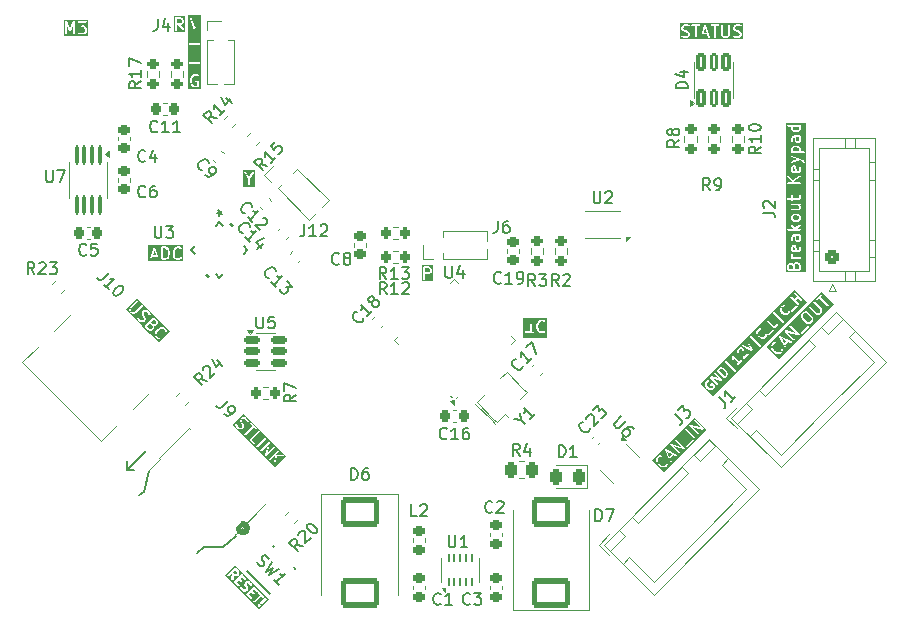
<source format=gbr>
%TF.GenerationSoftware,KiCad,Pcbnew,9.0.3*%
%TF.CreationDate,2025-10-08T17:43:42-04:00*%
%TF.ProjectId,flight_stick,666c6967-6874-45f7-9374-69636b2e6b69,5*%
%TF.SameCoordinates,Original*%
%TF.FileFunction,Legend,Top*%
%TF.FilePolarity,Positive*%
%FSLAX46Y46*%
G04 Gerber Fmt 4.6, Leading zero omitted, Abs format (unit mm)*
G04 Created by KiCad (PCBNEW 9.0.3) date 2025-10-08 17:43:42*
%MOMM*%
%LPD*%
G01*
G04 APERTURE LIST*
G04 Aperture macros list*
%AMRoundRect*
0 Rectangle with rounded corners*
0 $1 Rounding radius*
0 $2 $3 $4 $5 $6 $7 $8 $9 X,Y pos of 4 corners*
0 Add a 4 corners polygon primitive as box body*
4,1,4,$2,$3,$4,$5,$6,$7,$8,$9,$2,$3,0*
0 Add four circle primitives for the rounded corners*
1,1,$1+$1,$2,$3*
1,1,$1+$1,$4,$5*
1,1,$1+$1,$6,$7*
1,1,$1+$1,$8,$9*
0 Add four rect primitives between the rounded corners*
20,1,$1+$1,$2,$3,$4,$5,0*
20,1,$1+$1,$4,$5,$6,$7,0*
20,1,$1+$1,$6,$7,$8,$9,0*
20,1,$1+$1,$8,$9,$2,$3,0*%
%AMHorizOval*
0 Thick line with rounded ends*
0 $1 width*
0 $2 $3 position (X,Y) of the first rounded end (center of the circle)*
0 $4 $5 position (X,Y) of the second rounded end (center of the circle)*
0 Add line between two ends*
20,1,$1,$2,$3,$4,$5,0*
0 Add two circle primitives to create the rounded ends*
1,1,$1,$2,$3*
1,1,$1,$4,$5*%
%AMRotRect*
0 Rectangle, with rotation*
0 The origin of the aperture is its center*
0 $1 length*
0 $2 width*
0 $3 Rotation angle, in degrees counterclockwise*
0 Add horizontal line*
21,1,$1,$2,0,0,$3*%
G04 Aperture macros list end*
%ADD10C,0.150000*%
%ADD11C,0.200000*%
%ADD12C,0.125000*%
%ADD13C,0.120000*%
%ADD14C,0.152400*%
%ADD15C,0.000000*%
%ADD16C,0.508000*%
%ADD17RoundRect,0.250000X-0.262500X-0.450000X0.262500X-0.450000X0.262500X0.450000X-0.262500X0.450000X0*%
%ADD18RoundRect,0.225000X0.250000X-0.225000X0.250000X0.225000X-0.250000X0.225000X-0.250000X-0.225000X0*%
%ADD19RoundRect,0.200000X-0.053033X0.335876X-0.335876X0.053033X0.053033X-0.335876X0.335876X-0.053033X0*%
%ADD20RoundRect,0.200000X0.053033X-0.335876X0.335876X-0.053033X-0.053033X0.335876X-0.335876X0.053033X0*%
%ADD21RoundRect,0.062500X0.309359X-0.220971X-0.220971X0.309359X-0.309359X0.220971X0.220971X-0.309359X0*%
%ADD22RoundRect,0.062500X0.309359X0.220971X0.220971X0.309359X-0.309359X-0.220971X-0.220971X-0.309359X0*%
%ADD23RotRect,5.600000X5.600000X135.000000*%
%ADD24RoundRect,0.225000X-0.225000X-0.250000X0.225000X-0.250000X0.225000X0.250000X-0.225000X0.250000X0*%
%ADD25RotRect,1.000000X1.000000X45.000000*%
%ADD26C,1.000000*%
%ADD27RoundRect,0.100000X-0.100000X0.712500X-0.100000X-0.712500X0.100000X-0.712500X0.100000X0.712500X0*%
%ADD28RoundRect,0.225000X0.017678X-0.335876X0.335876X-0.017678X-0.017678X0.335876X-0.335876X0.017678X0*%
%ADD29RoundRect,0.250000X0.088388X-0.936916X0.936916X-0.088388X-0.088388X0.936916X-0.936916X0.088388X0*%
%ADD30HorizOval,1.700000X-0.088388X0.088388X0.088388X-0.088388X0*%
%ADD31C,0.650000*%
%ADD32RotRect,0.600000X1.450000X315.000000*%
%ADD33RotRect,0.300000X1.450000X315.000000*%
%ADD34HorizOval,1.000000X-0.388909X-0.388909X0.388909X0.388909X0*%
%ADD35HorizOval,1.000000X-0.212132X-0.212132X0.212132X0.212132X0*%
%ADD36RoundRect,0.200000X-0.275000X0.200000X-0.275000X-0.200000X0.275000X-0.200000X0.275000X0.200000X0*%
%ADD37RoundRect,0.200000X0.275000X-0.200000X0.275000X0.200000X-0.275000X0.200000X-0.275000X-0.200000X0*%
%ADD38RoundRect,0.140000X0.021213X-0.219203X0.219203X-0.021213X-0.021213X0.219203X-0.219203X0.021213X0*%
%ADD39C,3.200000*%
%ADD40RoundRect,0.200000X0.200000X0.275000X-0.200000X0.275000X-0.200000X-0.275000X0.200000X-0.275000X0*%
%ADD41RoundRect,0.125000X-0.468458X0.291682X0.291682X-0.468458X0.468458X-0.291682X-0.291682X0.468458X0*%
%ADD42RotRect,0.204000X0.807999X45.000000*%
%ADD43RotRect,0.204000X0.807999X315.000000*%
%ADD44RotRect,1.750000X1.750000X315.000000*%
%ADD45RoundRect,0.243750X0.243750X0.456250X-0.243750X0.456250X-0.243750X-0.456250X0.243750X-0.456250X0*%
%ADD46RoundRect,0.225000X-0.250000X0.225000X-0.250000X-0.225000X0.250000X-0.225000X0.250000X0.225000X0*%
%ADD47R,0.750000X0.300000*%
%ADD48R,1.300000X1.500000*%
%ADD49RoundRect,0.225000X-0.017678X0.335876X-0.335876X0.017678X0.017678X-0.335876X0.335876X-0.017678X0*%
%ADD50RoundRect,0.250000X-1.400000X-1.000000X1.400000X-1.000000X1.400000X1.000000X-1.400000X1.000000X0*%
%ADD51RoundRect,0.160000X0.240000X-0.565000X0.240000X0.565000X-0.240000X0.565000X-0.240000X-0.565000X0*%
%ADD52RoundRect,0.120000X0.180000X-0.605000X0.180000X0.605000X-0.180000X0.605000X-0.180000X-0.605000X0*%
%ADD53RoundRect,0.225000X0.225000X0.250000X-0.225000X0.250000X-0.225000X-0.250000X0.225000X-0.250000X0*%
%ADD54RoundRect,0.200000X-0.200000X-0.275000X0.200000X-0.275000X0.200000X0.275000X-0.200000X0.275000X0*%
%ADD55RoundRect,0.225000X0.335876X0.017678X0.017678X0.335876X-0.335876X-0.017678X-0.017678X-0.335876X0*%
%ADD56RotRect,0.400000X1.900000X45.000000*%
%ADD57RoundRect,0.250000X0.350000X-0.350000X0.350000X0.350000X-0.350000X0.350000X-0.350000X-0.350000X0*%
%ADD58C,1.200000*%
%ADD59RotRect,2.400000X0.740000X45.000000*%
%ADD60RoundRect,0.150000X-0.512500X-0.150000X0.512500X-0.150000X0.512500X0.150000X-0.512500X0.150000X0*%
%ADD61RotRect,0.889000X0.990600X315.000000*%
%ADD62RotRect,1.701800X0.558800X315.000000*%
%ADD63R,1.000000X1.000000*%
%ADD64RoundRect,0.218750X-0.256250X0.218750X-0.256250X-0.218750X0.256250X-0.218750X0.256250X0.218750X0*%
%ADD65RoundRect,0.250000X1.400000X1.000000X-1.400000X1.000000X-1.400000X-1.000000X1.400000X-1.000000X0*%
%ADD66RoundRect,0.062500X0.062500X-0.312500X0.062500X0.312500X-0.062500X0.312500X-0.062500X-0.312500X0*%
%ADD67R,2.400000X0.840000*%
G04 APERTURE END LIST*
D10*
G36*
X-53081104Y36683778D02*
G01*
X-55070932Y36683778D01*
X-55070932Y37868448D01*
X-54959821Y37868448D01*
X-54959821Y36868448D01*
X-54958380Y36853816D01*
X-54947181Y36826780D01*
X-54926489Y36806088D01*
X-54899453Y36794889D01*
X-54870189Y36794889D01*
X-54843153Y36806088D01*
X-54822461Y36826780D01*
X-54811262Y36853816D01*
X-54809821Y36868448D01*
X-54809821Y37151857D01*
X-54775505Y37134699D01*
X-54761774Y37129444D01*
X-54759085Y37129253D01*
X-54756596Y37128222D01*
X-54741964Y37126781D01*
X-54551488Y37126781D01*
X-54536856Y37128222D01*
X-54534367Y37129254D01*
X-54531679Y37129444D01*
X-54517947Y37134699D01*
X-54422709Y37182318D01*
X-54420262Y37183859D01*
X-54419108Y37184243D01*
X-54417672Y37185489D01*
X-54410266Y37190150D01*
X-54408631Y37192036D01*
X-54406996Y37190150D01*
X-54399591Y37185489D01*
X-54398154Y37184243D01*
X-54397001Y37183859D01*
X-54394553Y37182318D01*
X-54299315Y37134699D01*
X-54285584Y37129444D01*
X-54256394Y37127370D01*
X-54228632Y37136624D01*
X-54206525Y37155797D01*
X-54193437Y37181972D01*
X-54191363Y37211162D01*
X-54200617Y37238923D01*
X-54219790Y37261031D01*
X-54232233Y37268863D01*
X-54305111Y37305302D01*
X-54333631Y37362344D01*
X-54333631Y37773210D01*
X-53959821Y37773210D01*
X-53959821Y37630353D01*
X-53959570Y37627800D01*
X-53959732Y37626707D01*
X-53958923Y37621234D01*
X-53958380Y37615721D01*
X-53957958Y37614700D01*
X-53957582Y37612163D01*
X-53909963Y37421687D01*
X-53909578Y37420608D01*
X-53909539Y37420068D01*
X-53907212Y37413987D01*
X-53905016Y37407841D01*
X-53904694Y37407406D01*
X-53904284Y37406336D01*
X-53856665Y37311098D01*
X-53852702Y37304802D01*
X-53851944Y37302972D01*
X-53850255Y37300914D01*
X-53848833Y37298655D01*
X-53847335Y37297356D01*
X-53842616Y37291606D01*
X-53747378Y37196367D01*
X-53736013Y37187039D01*
X-53733523Y37186008D01*
X-53731488Y37184243D01*
X-53718062Y37178249D01*
X-53575206Y37130630D01*
X-53567951Y37128981D01*
X-53566120Y37128222D01*
X-53563467Y37127961D01*
X-53560869Y37127370D01*
X-53558895Y37127511D01*
X-53551488Y37126781D01*
X-53456250Y37126781D01*
X-53448845Y37127511D01*
X-53446870Y37127370D01*
X-53444273Y37127961D01*
X-53441618Y37128222D01*
X-53439787Y37128981D01*
X-53432533Y37130630D01*
X-53289676Y37178249D01*
X-53276251Y37184243D01*
X-53274216Y37186009D01*
X-53271725Y37187040D01*
X-53260359Y37196368D01*
X-53212741Y37243987D01*
X-53203413Y37255353D01*
X-53192215Y37282389D01*
X-53192215Y37311652D01*
X-53203414Y37338688D01*
X-53224107Y37359381D01*
X-53251143Y37370579D01*
X-53280406Y37370579D01*
X-53307442Y37359380D01*
X-53318808Y37350052D01*
X-53353907Y37314953D01*
X-53468420Y37276781D01*
X-53539318Y37276781D01*
X-53653831Y37314952D01*
X-53727944Y37389066D01*
X-53766438Y37466053D01*
X-53809821Y37639587D01*
X-53809821Y37763976D01*
X-53766438Y37937510D01*
X-53727944Y38014497D01*
X-53653831Y38088610D01*
X-53539318Y38126781D01*
X-53468420Y38126781D01*
X-53353907Y38088610D01*
X-53318807Y38053510D01*
X-53307442Y38044183D01*
X-53280406Y38032984D01*
X-53251143Y38032984D01*
X-53224107Y38044183D01*
X-53203414Y38064876D01*
X-53192215Y38091912D01*
X-53192215Y38121175D01*
X-53203414Y38148211D01*
X-53212741Y38159576D01*
X-53260360Y38207195D01*
X-53271725Y38216522D01*
X-53274216Y38217554D01*
X-53276251Y38219319D01*
X-53289676Y38225313D01*
X-53432533Y38272932D01*
X-53439787Y38274582D01*
X-53441618Y38275340D01*
X-53444273Y38275602D01*
X-53446870Y38276192D01*
X-53448845Y38276052D01*
X-53456250Y38276781D01*
X-53551488Y38276781D01*
X-53558895Y38276052D01*
X-53560869Y38276192D01*
X-53563467Y38275602D01*
X-53566120Y38275340D01*
X-53567951Y38274582D01*
X-53575206Y38272932D01*
X-53718062Y38225313D01*
X-53731488Y38219319D01*
X-53733523Y38217555D01*
X-53736013Y38216523D01*
X-53747378Y38207195D01*
X-53842616Y38111957D01*
X-53847335Y38106208D01*
X-53848833Y38104908D01*
X-53850255Y38102649D01*
X-53851943Y38100592D01*
X-53852701Y38098765D01*
X-53856665Y38092465D01*
X-53904284Y37997227D01*
X-53904694Y37996158D01*
X-53905016Y37995722D01*
X-53907212Y37989577D01*
X-53909539Y37983495D01*
X-53909578Y37982956D01*
X-53909963Y37981876D01*
X-53957582Y37791400D01*
X-53957958Y37788864D01*
X-53958380Y37787842D01*
X-53958923Y37782330D01*
X-53959732Y37776856D01*
X-53959570Y37775764D01*
X-53959821Y37773210D01*
X-54333631Y37773210D01*
X-54333631Y37868448D01*
X-54335072Y37883080D01*
X-54346271Y37910116D01*
X-54366963Y37930808D01*
X-54393999Y37942007D01*
X-54423263Y37942007D01*
X-54450299Y37930808D01*
X-54470991Y37910116D01*
X-54482190Y37883080D01*
X-54483631Y37868448D01*
X-54483631Y37362344D01*
X-54512152Y37305302D01*
X-54569193Y37276781D01*
X-54724259Y37276781D01*
X-54781301Y37305302D01*
X-54809821Y37362344D01*
X-54809821Y37868448D01*
X-54811262Y37883080D01*
X-54822461Y37910116D01*
X-54843153Y37930808D01*
X-54870189Y37942007D01*
X-54899453Y37942007D01*
X-54926489Y37930808D01*
X-54947181Y37910116D01*
X-54958380Y37883080D01*
X-54959821Y37868448D01*
X-55070932Y37868448D01*
X-55070932Y38387892D01*
X-53081104Y38387892D01*
X-53081104Y36683778D01*
G37*
G36*
X-85287240Y44288610D02*
G01*
X-85213127Y44214497D01*
X-85174634Y44137510D01*
X-85131250Y43963976D01*
X-85131250Y43839587D01*
X-85174634Y43666053D01*
X-85213128Y43589066D01*
X-85287240Y43514953D01*
X-85401753Y43476781D01*
X-85552678Y43476781D01*
X-85552678Y44326781D01*
X-85401753Y44326781D01*
X-85287240Y44288610D01*
G37*
G36*
X-86160307Y43762496D02*
G01*
X-86428383Y43762496D01*
X-86294345Y44164611D01*
X-86160307Y43762496D01*
G37*
G36*
X-83871580Y43215670D02*
G01*
X-86813200Y43215670D01*
X-86813200Y43411161D01*
X-86702089Y43411161D01*
X-86700014Y43381971D01*
X-86686928Y43355798D01*
X-86664821Y43336624D01*
X-86637058Y43327370D01*
X-86607868Y43329445D01*
X-86581695Y43342531D01*
X-86562521Y43364638D01*
X-86556527Y43378064D01*
X-86478383Y43612496D01*
X-86110307Y43612496D01*
X-86032163Y43378064D01*
X-86026169Y43364639D01*
X-86006995Y43342532D01*
X-85980822Y43329445D01*
X-85951632Y43327370D01*
X-85923870Y43336624D01*
X-85901762Y43355798D01*
X-85888676Y43381972D01*
X-85886601Y43411162D01*
X-85889861Y43425498D01*
X-86215288Y44401781D01*
X-85702678Y44401781D01*
X-85702678Y43401781D01*
X-85701237Y43387149D01*
X-85690038Y43360113D01*
X-85669346Y43339421D01*
X-85642310Y43328222D01*
X-85627678Y43326781D01*
X-85389583Y43326781D01*
X-85382178Y43327511D01*
X-85380203Y43327370D01*
X-85377606Y43327961D01*
X-85374951Y43328222D01*
X-85373120Y43328981D01*
X-85365866Y43330630D01*
X-85223009Y43378249D01*
X-85209584Y43384243D01*
X-85207549Y43386009D01*
X-85205058Y43387040D01*
X-85193693Y43396367D01*
X-85098454Y43491607D01*
X-85093737Y43497356D01*
X-85092238Y43498655D01*
X-85090817Y43500914D01*
X-85089127Y43502972D01*
X-85088370Y43504802D01*
X-85084406Y43511098D01*
X-85036787Y43606336D01*
X-85036378Y43607406D01*
X-85036055Y43607841D01*
X-85033863Y43613978D01*
X-85031532Y43620067D01*
X-85031494Y43620608D01*
X-85031108Y43621687D01*
X-84983489Y43812163D01*
X-84983114Y43814700D01*
X-84982691Y43815721D01*
X-84982149Y43821234D01*
X-84981339Y43826707D01*
X-84981502Y43827800D01*
X-84981250Y43830353D01*
X-84981250Y43973210D01*
X-84750297Y43973210D01*
X-84750297Y43830353D01*
X-84750046Y43827800D01*
X-84750208Y43826707D01*
X-84749399Y43821234D01*
X-84748856Y43815721D01*
X-84748434Y43814700D01*
X-84748058Y43812163D01*
X-84700439Y43621687D01*
X-84700054Y43620608D01*
X-84700015Y43620068D01*
X-84697688Y43613987D01*
X-84695492Y43607841D01*
X-84695170Y43607406D01*
X-84694760Y43606336D01*
X-84647141Y43511098D01*
X-84643178Y43504802D01*
X-84642420Y43502972D01*
X-84640731Y43500914D01*
X-84639309Y43498655D01*
X-84637811Y43497356D01*
X-84633092Y43491606D01*
X-84537854Y43396367D01*
X-84526489Y43387039D01*
X-84523999Y43386008D01*
X-84521964Y43384243D01*
X-84508538Y43378249D01*
X-84365682Y43330630D01*
X-84358427Y43328981D01*
X-84356596Y43328222D01*
X-84353943Y43327961D01*
X-84351345Y43327370D01*
X-84349371Y43327511D01*
X-84341964Y43326781D01*
X-84246726Y43326781D01*
X-84239321Y43327511D01*
X-84237346Y43327370D01*
X-84234749Y43327961D01*
X-84232094Y43328222D01*
X-84230263Y43328981D01*
X-84223009Y43330630D01*
X-84080152Y43378249D01*
X-84066727Y43384243D01*
X-84064692Y43386009D01*
X-84062201Y43387040D01*
X-84050835Y43396368D01*
X-84003217Y43443987D01*
X-83993889Y43455353D01*
X-83982691Y43482389D01*
X-83982691Y43511652D01*
X-83993890Y43538688D01*
X-84014583Y43559381D01*
X-84041619Y43570579D01*
X-84070882Y43570579D01*
X-84097918Y43559380D01*
X-84109284Y43550052D01*
X-84144383Y43514953D01*
X-84258896Y43476781D01*
X-84329794Y43476781D01*
X-84444307Y43514952D01*
X-84518420Y43589066D01*
X-84556914Y43666053D01*
X-84600297Y43839587D01*
X-84600297Y43963976D01*
X-84556914Y44137510D01*
X-84518420Y44214497D01*
X-84444307Y44288610D01*
X-84329794Y44326781D01*
X-84258896Y44326781D01*
X-84144383Y44288610D01*
X-84109283Y44253510D01*
X-84097918Y44244183D01*
X-84070882Y44232984D01*
X-84041619Y44232984D01*
X-84014583Y44244183D01*
X-83993890Y44264876D01*
X-83982691Y44291912D01*
X-83982691Y44321175D01*
X-83993890Y44348211D01*
X-84003217Y44359576D01*
X-84050836Y44407195D01*
X-84062201Y44416522D01*
X-84064692Y44417554D01*
X-84066727Y44419319D01*
X-84080152Y44425313D01*
X-84223009Y44472932D01*
X-84230263Y44474582D01*
X-84232094Y44475340D01*
X-84234749Y44475602D01*
X-84237346Y44476192D01*
X-84239321Y44476052D01*
X-84246726Y44476781D01*
X-84341964Y44476781D01*
X-84349371Y44476052D01*
X-84351345Y44476192D01*
X-84353943Y44475602D01*
X-84356596Y44475340D01*
X-84358427Y44474582D01*
X-84365682Y44472932D01*
X-84508538Y44425313D01*
X-84521964Y44419319D01*
X-84523999Y44417555D01*
X-84526489Y44416523D01*
X-84537854Y44407195D01*
X-84633092Y44311957D01*
X-84637811Y44306208D01*
X-84639309Y44304908D01*
X-84640731Y44302649D01*
X-84642419Y44300592D01*
X-84643177Y44298765D01*
X-84647141Y44292465D01*
X-84694760Y44197227D01*
X-84695170Y44196158D01*
X-84695492Y44195722D01*
X-84697688Y44189577D01*
X-84700015Y44183495D01*
X-84700054Y44182956D01*
X-84700439Y44181876D01*
X-84748058Y43991400D01*
X-84748434Y43988864D01*
X-84748856Y43987842D01*
X-84749399Y43982330D01*
X-84750208Y43976856D01*
X-84750046Y43975764D01*
X-84750297Y43973210D01*
X-84981250Y43973210D01*
X-84981502Y43975764D01*
X-84981339Y43976856D01*
X-84982149Y43982330D01*
X-84982691Y43987842D01*
X-84983114Y43988864D01*
X-84983489Y43991400D01*
X-85031108Y44181876D01*
X-85031494Y44182956D01*
X-85031532Y44183496D01*
X-85033863Y44189586D01*
X-85036055Y44195722D01*
X-85036378Y44196158D01*
X-85036787Y44197227D01*
X-85084406Y44292465D01*
X-85088369Y44298760D01*
X-85089127Y44300592D01*
X-85090819Y44302654D01*
X-85092238Y44304908D01*
X-85093735Y44306207D01*
X-85098455Y44311957D01*
X-85193693Y44407195D01*
X-85205058Y44416522D01*
X-85207549Y44417554D01*
X-85209584Y44419319D01*
X-85223009Y44425313D01*
X-85365866Y44472932D01*
X-85373120Y44474582D01*
X-85374951Y44475340D01*
X-85377606Y44475602D01*
X-85380203Y44476192D01*
X-85382178Y44476052D01*
X-85389583Y44476781D01*
X-85627678Y44476781D01*
X-85642310Y44475340D01*
X-85669346Y44464141D01*
X-85690038Y44443449D01*
X-85701237Y44416413D01*
X-85702678Y44401781D01*
X-86215288Y44401781D01*
X-86223194Y44425498D01*
X-86229188Y44438924D01*
X-86232700Y44442973D01*
X-86235095Y44447764D01*
X-86242199Y44453926D01*
X-86248362Y44461031D01*
X-86253156Y44463428D01*
X-86257203Y44466938D01*
X-86266125Y44469912D01*
X-86274535Y44474117D01*
X-86279880Y44474497D01*
X-86284965Y44476192D01*
X-86294345Y44475526D01*
X-86303725Y44476192D01*
X-86308811Y44474497D01*
X-86314155Y44474117D01*
X-86322563Y44469913D01*
X-86331488Y44466938D01*
X-86335539Y44463425D01*
X-86340328Y44461030D01*
X-86346487Y44453930D01*
X-86353595Y44447764D01*
X-86355992Y44442971D01*
X-86359502Y44438923D01*
X-86365496Y44425498D01*
X-86698829Y43425498D01*
X-86702089Y43411161D01*
X-86813200Y43411161D01*
X-86813200Y44587892D01*
X-83871580Y44587892D01*
X-83871580Y43215670D01*
G37*
X-88602587Y26287709D02*
X-88602587Y25587709D01*
X-79402587Y19987709D02*
X-80502587Y18987709D01*
X-87002587Y27187709D02*
X-88602587Y25587709D01*
X-88602587Y25587709D02*
X-88602587Y26287709D01*
X-86802587Y25487709D02*
X-87202587Y23687709D01*
X-82102587Y18987709D02*
X-82702587Y18487709D01*
X-88602587Y25587709D02*
X-88002587Y25587709D01*
X-87202587Y23687709D02*
X-87602587Y23387709D01*
X-80502587Y18987709D02*
X-82102587Y18987709D01*
G36*
X-82336964Y57831779D02*
G01*
X-83468209Y57831779D01*
X-83468209Y58589319D01*
X-83287111Y58589319D01*
X-83287111Y58446462D01*
X-83286860Y58443909D01*
X-83287022Y58442816D01*
X-83286213Y58437343D01*
X-83285670Y58431830D01*
X-83285248Y58430809D01*
X-83284872Y58428272D01*
X-83237253Y58237796D01*
X-83236868Y58236717D01*
X-83236829Y58236177D01*
X-83234502Y58230096D01*
X-83232306Y58223950D01*
X-83231984Y58223515D01*
X-83231574Y58222445D01*
X-83183955Y58127207D01*
X-83179992Y58120911D01*
X-83179234Y58119081D01*
X-83177545Y58117023D01*
X-83176123Y58114764D01*
X-83174625Y58113465D01*
X-83169906Y58107715D01*
X-83074668Y58012476D01*
X-83063303Y58003148D01*
X-83060813Y58002117D01*
X-83058778Y58000352D01*
X-83045352Y57994358D01*
X-82902496Y57946739D01*
X-82895241Y57945090D01*
X-82893410Y57944331D01*
X-82890757Y57944070D01*
X-82888159Y57943479D01*
X-82886185Y57943620D01*
X-82878778Y57942890D01*
X-82783540Y57942890D01*
X-82776135Y57943620D01*
X-82774160Y57943479D01*
X-82771563Y57944070D01*
X-82768908Y57944331D01*
X-82767077Y57945090D01*
X-82759823Y57946739D01*
X-82616966Y57994358D01*
X-82603541Y58000352D01*
X-82601506Y58002118D01*
X-82599015Y58003149D01*
X-82587649Y58012477D01*
X-82540031Y58060096D01*
X-82530703Y58071462D01*
X-82523422Y58089041D01*
X-82519505Y58098497D01*
X-82518064Y58113129D01*
X-82518064Y58446462D01*
X-82519505Y58461094D01*
X-82530704Y58488130D01*
X-82551396Y58508822D01*
X-82578432Y58520021D01*
X-82593064Y58521462D01*
X-82783540Y58521462D01*
X-82798172Y58520021D01*
X-82825208Y58508822D01*
X-82845900Y58488130D01*
X-82857099Y58461094D01*
X-82857099Y58431830D01*
X-82845900Y58404794D01*
X-82825208Y58384102D01*
X-82798172Y58372903D01*
X-82783540Y58371462D01*
X-82668064Y58371462D01*
X-82668064Y58144195D01*
X-82681197Y58131062D01*
X-82795710Y58092890D01*
X-82866608Y58092890D01*
X-82981121Y58131061D01*
X-83055234Y58205175D01*
X-83093728Y58282162D01*
X-83137111Y58455696D01*
X-83137111Y58580085D01*
X-83093728Y58753619D01*
X-83055234Y58830606D01*
X-82981121Y58904719D01*
X-82866608Y58942890D01*
X-82753626Y58942890D01*
X-82674224Y58903189D01*
X-82660493Y58897934D01*
X-82631303Y58895860D01*
X-82603541Y58905114D01*
X-82581434Y58924287D01*
X-82568346Y58950462D01*
X-82566272Y58979652D01*
X-82575526Y59007413D01*
X-82594699Y59029521D01*
X-82607142Y59037353D01*
X-82702380Y59084972D01*
X-82716112Y59090227D01*
X-82718800Y59090418D01*
X-82721289Y59091449D01*
X-82735921Y59092890D01*
X-82878778Y59092890D01*
X-82886185Y59092161D01*
X-82888159Y59092301D01*
X-82890757Y59091711D01*
X-82893410Y59091449D01*
X-82895241Y59090691D01*
X-82902496Y59089041D01*
X-83045352Y59041422D01*
X-83058778Y59035428D01*
X-83060813Y59033664D01*
X-83063303Y59032632D01*
X-83074668Y59023304D01*
X-83169906Y58928066D01*
X-83174625Y58922317D01*
X-83176123Y58921017D01*
X-83177545Y58918758D01*
X-83179233Y58916701D01*
X-83179991Y58914874D01*
X-83183955Y58908574D01*
X-83231574Y58813336D01*
X-83231984Y58812267D01*
X-83232306Y58811831D01*
X-83234502Y58805686D01*
X-83236829Y58799604D01*
X-83236868Y58799065D01*
X-83237253Y58797985D01*
X-83284872Y58607509D01*
X-83285248Y58604973D01*
X-83285670Y58603951D01*
X-83286213Y58598439D01*
X-83287022Y58592965D01*
X-83286860Y58591873D01*
X-83287111Y58589319D01*
X-83468209Y58589319D01*
X-83468209Y60023419D01*
X-83357098Y60023419D01*
X-83357098Y59994155D01*
X-83345899Y59967119D01*
X-83325207Y59946427D01*
X-83298171Y59935228D01*
X-83283539Y59933787D01*
X-82521634Y59933787D01*
X-82507002Y59935228D01*
X-82479966Y59946427D01*
X-82459274Y59967119D01*
X-82448075Y59994155D01*
X-82448075Y60023419D01*
X-82459274Y60050455D01*
X-82479966Y60071147D01*
X-82507002Y60082346D01*
X-82521634Y60083787D01*
X-83283539Y60083787D01*
X-83298171Y60082346D01*
X-83325207Y60071147D01*
X-83345899Y60050455D01*
X-83357098Y60023419D01*
X-83468209Y60023419D01*
X-83468209Y61633363D01*
X-83357098Y61633363D01*
X-83357098Y61604099D01*
X-83345899Y61577063D01*
X-83325207Y61556371D01*
X-83298171Y61545172D01*
X-83283539Y61543731D01*
X-82977587Y61543731D01*
X-82977587Y61237778D01*
X-82976146Y61223146D01*
X-82964947Y61196110D01*
X-82944255Y61175418D01*
X-82917219Y61164219D01*
X-82887955Y61164219D01*
X-82860919Y61175418D01*
X-82840227Y61196110D01*
X-82829028Y61223146D01*
X-82827587Y61237778D01*
X-82827587Y61543731D01*
X-82521634Y61543731D01*
X-82507002Y61545172D01*
X-82479966Y61556371D01*
X-82459274Y61577063D01*
X-82448075Y61604099D01*
X-82448075Y61633363D01*
X-82459274Y61660399D01*
X-82479966Y61681091D01*
X-82507002Y61692290D01*
X-82521634Y61693731D01*
X-82827587Y61693731D01*
X-82827587Y61999683D01*
X-82829028Y62014315D01*
X-82840227Y62041351D01*
X-82860919Y62062043D01*
X-82887955Y62073242D01*
X-82917219Y62073242D01*
X-82944255Y62062043D01*
X-82964947Y62041351D01*
X-82976146Y62014315D01*
X-82977587Y61999683D01*
X-82977587Y61693731D01*
X-83283539Y61693731D01*
X-83298171Y61692290D01*
X-83325207Y61681091D01*
X-83345899Y61660399D01*
X-83357098Y61633363D01*
X-83468209Y61633363D01*
X-83468209Y63838342D01*
X-83310331Y63838342D01*
X-83307071Y63824005D01*
X-82973738Y62824005D01*
X-82967744Y62810580D01*
X-82964234Y62806533D01*
X-82961837Y62801739D01*
X-82954729Y62795574D01*
X-82948570Y62788473D01*
X-82943781Y62786079D01*
X-82939730Y62782565D01*
X-82930805Y62779591D01*
X-82922397Y62775386D01*
X-82917053Y62775007D01*
X-82911967Y62773311D01*
X-82902587Y62773978D01*
X-82893207Y62773311D01*
X-82888122Y62775007D01*
X-82882777Y62775386D01*
X-82874367Y62779592D01*
X-82865445Y62782565D01*
X-82861398Y62786076D01*
X-82856604Y62788472D01*
X-82850441Y62795578D01*
X-82843337Y62801739D01*
X-82840942Y62806531D01*
X-82837430Y62810579D01*
X-82831436Y62824005D01*
X-82498103Y63824005D01*
X-82494843Y63838341D01*
X-82496918Y63867531D01*
X-82510004Y63893705D01*
X-82532112Y63912879D01*
X-82559874Y63922133D01*
X-82589064Y63920058D01*
X-82615237Y63906971D01*
X-82634411Y63884864D01*
X-82640405Y63871439D01*
X-82902587Y63084893D01*
X-83164769Y63871439D01*
X-83170763Y63884865D01*
X-83189937Y63906972D01*
X-83216110Y63920058D01*
X-83245300Y63922133D01*
X-83273063Y63912879D01*
X-83295170Y63893705D01*
X-83308256Y63867532D01*
X-83310331Y63838342D01*
X-83468209Y63838342D01*
X-83468209Y64033244D01*
X-82336964Y64033244D01*
X-82336964Y57831779D01*
G37*
D11*
G36*
X-79330762Y16923877D02*
G01*
X-79316422Y16880856D01*
X-79316422Y16859438D01*
X-79330762Y16816416D01*
X-79378190Y16768988D01*
X-79421211Y16754647D01*
X-79442631Y16754647D01*
X-79485653Y16768988D01*
X-79613749Y16897085D01*
X-79458859Y17051974D01*
X-79330762Y16923877D01*
G37*
G36*
X-76590269Y14607649D02*
G01*
X-77438798Y13759120D01*
X-77802208Y14122531D01*
X-77565490Y14122531D01*
X-77565490Y14068656D01*
X-77563569Y14049147D01*
X-77548637Y14013099D01*
X-77521047Y13985509D01*
X-77484999Y13970577D01*
X-77465490Y13968656D01*
X-77411615Y13968656D01*
X-77392106Y13970577D01*
X-77356058Y13985509D01*
X-77328468Y14013099D01*
X-77313536Y14049147D01*
X-77311615Y14068656D01*
X-77311615Y14122531D01*
X-77313536Y14142040D01*
X-77328468Y14178088D01*
X-77328468Y14178089D01*
X-77356057Y14205678D01*
X-77392106Y14220610D01*
X-77411615Y14222531D01*
X-77465490Y14222531D01*
X-77484999Y14220610D01*
X-77521047Y14205678D01*
X-77548637Y14178088D01*
X-77563569Y14142040D01*
X-77565490Y14122531D01*
X-77802208Y14122531D01*
X-77975129Y14295452D01*
X-77349351Y14295452D01*
X-77348410Y14284155D01*
X-77349351Y14272858D01*
X-77348070Y14268853D01*
X-77348070Y14264646D01*
X-77346461Y14260760D01*
X-77346111Y14256568D01*
X-77340919Y14246493D01*
X-77337465Y14235694D01*
X-77334747Y14232482D01*
X-77333138Y14228598D01*
X-77330164Y14225624D01*
X-77328237Y14221885D01*
X-77319584Y14214563D01*
X-77312261Y14205909D01*
X-77308523Y14203983D01*
X-77305548Y14201008D01*
X-77301665Y14199400D01*
X-77298452Y14196681D01*
X-77287654Y14193228D01*
X-77277578Y14188035D01*
X-77273387Y14187686D01*
X-77269500Y14186076D01*
X-77265293Y14186076D01*
X-77261288Y14184795D01*
X-77249991Y14185737D01*
X-77238694Y14184795D01*
X-77234689Y14186076D01*
X-77230482Y14186076D01*
X-77226596Y14187686D01*
X-77222404Y14188035D01*
X-77212329Y14193228D01*
X-77201530Y14196681D01*
X-77196502Y14200152D01*
X-77194434Y14201008D01*
X-77190060Y14204599D01*
X-77189454Y14205016D01*
X-77187721Y14205909D01*
X-77186640Y14206959D01*
X-77185397Y14207816D01*
X-76835210Y14504129D01*
X-76821558Y14518197D01*
X-76819631Y14521938D01*
X-76816658Y14524910D01*
X-76810755Y14539163D01*
X-76803685Y14552881D01*
X-76803336Y14557072D01*
X-76801726Y14560958D01*
X-76799805Y14580467D01*
X-76799805Y14634341D01*
X-76801726Y14653850D01*
X-76812486Y14679827D01*
X-76816658Y14689899D01*
X-76844247Y14717488D01*
X-76880296Y14732420D01*
X-76899805Y14734341D01*
X-76953679Y14734341D01*
X-76973188Y14732420D01*
X-76977075Y14730811D01*
X-76981265Y14730461D01*
X-76994984Y14723392D01*
X-77009236Y14717488D01*
X-77012209Y14714516D01*
X-77015949Y14712588D01*
X-77030017Y14698936D01*
X-77326330Y14348749D01*
X-77327188Y14347507D01*
X-77328237Y14346425D01*
X-77329131Y14344693D01*
X-77329548Y14344087D01*
X-77333138Y14339712D01*
X-77333995Y14337645D01*
X-77337465Y14332616D01*
X-77340919Y14321818D01*
X-77346111Y14311742D01*
X-77346461Y14307551D01*
X-77348070Y14303664D01*
X-77348070Y14299458D01*
X-77349351Y14295452D01*
X-77975129Y14295452D01*
X-78118028Y14438351D01*
X-77913755Y14438351D01*
X-77913755Y14399333D01*
X-77898823Y14363285D01*
X-77871233Y14335695D01*
X-77835185Y14320763D01*
X-77796167Y14320763D01*
X-77760119Y14335695D01*
X-77744965Y14348131D01*
X-77249991Y14843106D01*
X-77159077Y14752192D01*
X-77143923Y14739756D01*
X-77107875Y14724825D01*
X-77068857Y14724825D01*
X-77032809Y14739756D01*
X-77005219Y14767346D01*
X-76990288Y14803394D01*
X-76990288Y14842412D01*
X-77005219Y14878460D01*
X-77017655Y14893614D01*
X-77340904Y15216863D01*
X-77356058Y15229299D01*
X-77392106Y15244231D01*
X-77431124Y15244231D01*
X-77467172Y15229299D01*
X-77494762Y15201709D01*
X-77509694Y15165661D01*
X-77509694Y15126643D01*
X-77494762Y15090595D01*
X-77482326Y15075441D01*
X-77391413Y14984528D01*
X-77886387Y14489553D01*
X-77898823Y14474399D01*
X-77913755Y14438351D01*
X-78118028Y14438351D01*
X-78710652Y15030975D01*
X-78506378Y15030975D01*
X-78506378Y14991957D01*
X-78491446Y14955909D01*
X-78479010Y14940755D01*
X-78209636Y14671381D01*
X-78194483Y14658944D01*
X-78158434Y14644013D01*
X-78119416Y14644012D01*
X-78083368Y14658944D01*
X-78055778Y14686534D01*
X-78040847Y14722582D01*
X-78040846Y14761600D01*
X-78055778Y14797648D01*
X-78068214Y14812802D01*
X-78266878Y15011466D01*
X-78111989Y15166356D01*
X-77994137Y15048504D01*
X-77978983Y15036068D01*
X-77942935Y15021136D01*
X-77903917Y15021136D01*
X-77867869Y15036068D01*
X-77840279Y15063658D01*
X-77825347Y15099706D01*
X-77825347Y15138724D01*
X-77840279Y15174772D01*
X-77852715Y15189926D01*
X-77970567Y15307778D01*
X-77842615Y15435730D01*
X-77643951Y15237067D01*
X-77628798Y15224630D01*
X-77592749Y15209699D01*
X-77553731Y15209699D01*
X-77517683Y15224630D01*
X-77490093Y15252220D01*
X-77475162Y15288268D01*
X-77475162Y15327286D01*
X-77490093Y15363335D01*
X-77502530Y15378488D01*
X-77771903Y15647862D01*
X-77787057Y15660298D01*
X-77823105Y15675230D01*
X-77862123Y15675230D01*
X-77887404Y15664758D01*
X-77898172Y15660298D01*
X-77913325Y15647861D01*
X-78479010Y15082177D01*
X-78491442Y15067029D01*
X-78491446Y15067024D01*
X-78506378Y15030975D01*
X-78710652Y15030975D01*
X-79296273Y15616596D01*
X-79046263Y15616596D01*
X-79043497Y15577676D01*
X-79036491Y15559368D01*
X-78982616Y15451618D01*
X-78977331Y15443222D01*
X-78976320Y15440782D01*
X-78974067Y15438036D01*
X-78972173Y15435028D01*
X-78970179Y15433299D01*
X-78963884Y15425628D01*
X-78829197Y15290941D01*
X-78814044Y15278505D01*
X-78810725Y15277130D01*
X-78808010Y15274776D01*
X-78790109Y15266784D01*
X-78709297Y15239846D01*
X-78699625Y15237647D01*
X-78697183Y15236635D01*
X-78693646Y15236287D01*
X-78690182Y15235499D01*
X-78687548Y15235687D01*
X-78677674Y15234714D01*
X-78623799Y15234714D01*
X-78613926Y15235687D01*
X-78611291Y15235499D01*
X-78607828Y15236287D01*
X-78604290Y15236635D01*
X-78601849Y15237647D01*
X-78592176Y15239846D01*
X-78511363Y15266784D01*
X-78493463Y15274776D01*
X-78490749Y15277131D01*
X-78487430Y15278505D01*
X-78472276Y15290941D01*
X-78418401Y15344816D01*
X-78405965Y15359970D01*
X-78404591Y15363289D01*
X-78402236Y15366003D01*
X-78394244Y15383904D01*
X-78367306Y15464716D01*
X-78365107Y15474389D01*
X-78364095Y15476830D01*
X-78363747Y15480368D01*
X-78362959Y15483831D01*
X-78363147Y15486466D01*
X-78362174Y15496339D01*
X-78362174Y15550214D01*
X-78363147Y15560088D01*
X-78362959Y15562722D01*
X-78363747Y15566186D01*
X-78364095Y15569723D01*
X-78365107Y15572165D01*
X-78367306Y15581837D01*
X-78394244Y15662649D01*
X-78394866Y15664041D01*
X-78394972Y15664758D01*
X-78398704Y15672639D01*
X-78402236Y15680550D01*
X-78402709Y15681095D01*
X-78403362Y15682475D01*
X-78478527Y15807749D01*
X-78496861Y15862751D01*
X-78496861Y15884174D01*
X-78482522Y15927193D01*
X-78462030Y15947685D01*
X-78419009Y15962024D01*
X-78397588Y15962024D01*
X-78354570Y15947685D01*
X-78248048Y15841163D01*
X-78201431Y15747929D01*
X-78190988Y15731339D01*
X-78161511Y15705774D01*
X-78124495Y15693435D01*
X-78085575Y15696201D01*
X-78050676Y15713650D01*
X-78025112Y15743127D01*
X-78012773Y15780143D01*
X-78015539Y15819063D01*
X-78022545Y15837372D01*
X-78076420Y15945121D01*
X-78081706Y15953518D01*
X-78082716Y15955958D01*
X-78084970Y15958705D01*
X-78086863Y15961712D01*
X-78088859Y15963443D01*
X-78095152Y15971111D01*
X-78229839Y16105798D01*
X-78244993Y16118234D01*
X-78248312Y16119609D01*
X-78251027Y16121964D01*
X-78268928Y16129956D01*
X-78349740Y16156892D01*
X-78359411Y16159092D01*
X-78361853Y16160103D01*
X-78365393Y16160452D01*
X-78368855Y16161239D01*
X-78371489Y16161052D01*
X-78381362Y16162024D01*
X-78435237Y16162024D01*
X-78445111Y16161052D01*
X-78447744Y16161239D01*
X-78451208Y16160452D01*
X-78454746Y16160103D01*
X-78457189Y16159092D01*
X-78466860Y16156892D01*
X-78547671Y16129955D01*
X-78565572Y16121964D01*
X-78568288Y16119609D01*
X-78571606Y16118234D01*
X-78586760Y16105798D01*
X-78640635Y16051923D01*
X-78653071Y16036769D01*
X-78654446Y16033451D01*
X-78656801Y16030735D01*
X-78664793Y16012834D01*
X-78691729Y15932022D01*
X-78693929Y15922352D01*
X-78694940Y15919909D01*
X-78695289Y15916370D01*
X-78696076Y15912907D01*
X-78695889Y15910274D01*
X-78696861Y15900400D01*
X-78696861Y15846525D01*
X-78695889Y15836652D01*
X-78696076Y15834018D01*
X-78695289Y15830556D01*
X-78694940Y15827016D01*
X-78693929Y15824574D01*
X-78691729Y15814903D01*
X-78664793Y15734091D01*
X-78664170Y15732694D01*
X-78664063Y15731981D01*
X-78660359Y15724158D01*
X-78656801Y15716190D01*
X-78656326Y15715642D01*
X-78655673Y15714264D01*
X-78580509Y15588989D01*
X-78562174Y15533986D01*
X-78562174Y15512568D01*
X-78576515Y15469547D01*
X-78597007Y15449055D01*
X-78640026Y15434714D01*
X-78661446Y15434714D01*
X-78704467Y15449055D01*
X-78810988Y15555576D01*
X-78857605Y15648810D01*
X-78868048Y15665401D01*
X-78897525Y15690965D01*
X-78934541Y15703304D01*
X-78973461Y15700538D01*
X-79008360Y15683089D01*
X-79033924Y15653612D01*
X-79046263Y15616596D01*
X-79296273Y15616596D01*
X-79761211Y16081534D01*
X-79556938Y16081534D01*
X-79556938Y16042516D01*
X-79542006Y16006468D01*
X-79529570Y15991314D01*
X-79260196Y15721941D01*
X-79245043Y15709504D01*
X-79208994Y15694573D01*
X-79169976Y15694573D01*
X-79133928Y15709504D01*
X-79106338Y15737094D01*
X-79091407Y15773142D01*
X-79091407Y15812160D01*
X-79106338Y15848209D01*
X-79118775Y15863362D01*
X-79317438Y16062025D01*
X-79162548Y16216915D01*
X-79044696Y16099063D01*
X-79029542Y16086627D01*
X-78993494Y16071695D01*
X-78954476Y16071695D01*
X-78918428Y16086627D01*
X-78890838Y16114217D01*
X-78875906Y16150265D01*
X-78875906Y16189283D01*
X-78890838Y16225331D01*
X-78903274Y16240485D01*
X-79021126Y16358337D01*
X-78893173Y16486289D01*
X-78694510Y16287626D01*
X-78679357Y16275189D01*
X-78643308Y16260258D01*
X-78604290Y16260258D01*
X-78568242Y16275189D01*
X-78540652Y16302779D01*
X-78525721Y16338827D01*
X-78525721Y16377845D01*
X-78540652Y16413894D01*
X-78553089Y16429047D01*
X-78822462Y16698421D01*
X-78837616Y16710857D01*
X-78873664Y16725789D01*
X-78912682Y16725789D01*
X-78948730Y16710857D01*
X-78963884Y16698421D01*
X-79529570Y16132736D01*
X-79542006Y16117582D01*
X-79556938Y16081534D01*
X-79761211Y16081534D01*
X-80307388Y16627711D01*
X-80287880Y16647219D01*
X-80122623Y16647219D01*
X-80122623Y16608201D01*
X-80107691Y16572153D01*
X-80080101Y16544563D01*
X-80044053Y16529631D01*
X-80005035Y16529631D01*
X-79968987Y16544563D01*
X-79953833Y16556999D01*
X-79755171Y16755663D01*
X-79728010Y16728502D01*
X-79799773Y16321839D01*
X-79801272Y16302293D01*
X-79792832Y16264199D01*
X-79770456Y16232234D01*
X-79737552Y16211265D01*
X-79699127Y16204484D01*
X-79661033Y16212924D01*
X-79629068Y16235300D01*
X-79608099Y16268204D01*
X-79602817Y16287083D01*
X-79551127Y16579995D01*
X-79490482Y16559779D01*
X-79480810Y16557580D01*
X-79478368Y16556568D01*
X-79474831Y16556220D01*
X-79471367Y16555432D01*
X-79468733Y16555620D01*
X-79458859Y16554647D01*
X-79404984Y16554647D01*
X-79395111Y16555620D01*
X-79392476Y16555432D01*
X-79389013Y16556220D01*
X-79385475Y16556568D01*
X-79383034Y16557580D01*
X-79373361Y16559779D01*
X-79292548Y16586717D01*
X-79274648Y16594709D01*
X-79271936Y16597062D01*
X-79268615Y16598437D01*
X-79253462Y16610874D01*
X-79172649Y16691686D01*
X-79160212Y16706839D01*
X-79158837Y16710159D01*
X-79156482Y16712874D01*
X-79148491Y16730775D01*
X-79121554Y16811586D01*
X-79119355Y16821258D01*
X-79118343Y16823700D01*
X-79117995Y16827239D01*
X-79117207Y16830702D01*
X-79117395Y16833336D01*
X-79116422Y16843209D01*
X-79116422Y16897084D01*
X-79117395Y16906958D01*
X-79117207Y16909591D01*
X-79117995Y16913055D01*
X-79118343Y16916593D01*
X-79119355Y16919036D01*
X-79121554Y16928707D01*
X-79148491Y17009518D01*
X-79156482Y17027419D01*
X-79158838Y17030135D01*
X-79160212Y17033453D01*
X-79172648Y17048607D01*
X-79388148Y17264107D01*
X-79403302Y17276543D01*
X-79439350Y17291475D01*
X-79478368Y17291475D01*
X-79503859Y17280917D01*
X-79514417Y17276543D01*
X-79529570Y17264107D01*
X-80095255Y16698421D01*
X-80107691Y16683267D01*
X-80122623Y16647219D01*
X-80287880Y16647219D01*
X-79458859Y17476239D01*
X-76590269Y14607649D01*
G37*
D10*
G36*
X-75155021Y26766539D02*
G01*
X-76125329Y25796231D01*
X-76807145Y26478047D01*
X-76602870Y26478047D01*
X-76602870Y26448784D01*
X-76591671Y26421747D01*
X-76570979Y26401055D01*
X-76543943Y26389856D01*
X-76514680Y26389856D01*
X-76487643Y26401055D01*
X-76476278Y26410382D01*
X-76195200Y26691460D01*
X-76110711Y26691460D01*
X-76199496Y26069961D01*
X-76200139Y26055272D01*
X-76192876Y26026924D01*
X-76175318Y26003513D01*
X-76150138Y25988604D01*
X-76121168Y25984465D01*
X-76092820Y25991728D01*
X-76069409Y26009286D01*
X-76054500Y26034466D01*
X-76051004Y26048747D01*
X-75959188Y26691460D01*
X-75418143Y26691460D01*
X-75403511Y26692901D01*
X-75376475Y26704100D01*
X-75355783Y26724792D01*
X-75344584Y26751828D01*
X-75344584Y26781092D01*
X-75355783Y26808128D01*
X-75376475Y26828820D01*
X-75403511Y26840019D01*
X-75418143Y26841460D01*
X-76045199Y26841460D01*
X-75769171Y27117488D01*
X-75759843Y27128854D01*
X-75748645Y27155890D01*
X-75748645Y27185153D01*
X-75759843Y27212189D01*
X-75780536Y27232882D01*
X-75807572Y27244080D01*
X-75836835Y27244080D01*
X-75863871Y27232882D01*
X-75875237Y27223554D01*
X-76582344Y26516448D01*
X-76591671Y26505083D01*
X-76602870Y26478047D01*
X-76807145Y26478047D01*
X-77547922Y27218824D01*
X-77343648Y27218824D01*
X-77343648Y27189561D01*
X-77332449Y27162525D01*
X-77311757Y27141833D01*
X-77284720Y27130634D01*
X-77255457Y27130634D01*
X-77228421Y27141833D01*
X-77217056Y27151160D01*
X-76709649Y27658569D01*
X-76938385Y26819866D01*
X-76939018Y26816138D01*
X-76939587Y26814763D01*
X-76939587Y26812783D01*
X-76940845Y26805370D01*
X-76939587Y26795476D01*
X-76939587Y26785500D01*
X-76937757Y26781082D01*
X-76937154Y26776340D01*
X-76932206Y26767680D01*
X-76928388Y26758464D01*
X-76925008Y26755084D01*
X-76922636Y26750933D01*
X-76914750Y26744826D01*
X-76907696Y26737772D01*
X-76903280Y26735943D01*
X-76899499Y26733015D01*
X-76889875Y26730391D01*
X-76880659Y26726573D01*
X-76875879Y26726573D01*
X-76871266Y26725315D01*
X-76861372Y26726573D01*
X-76851396Y26726573D01*
X-76846978Y26728404D01*
X-76842236Y26729006D01*
X-76833576Y26733955D01*
X-76824360Y26737772D01*
X-76818549Y26742542D01*
X-76816829Y26743524D01*
X-76815919Y26744700D01*
X-76812995Y26747099D01*
X-76105889Y27454206D01*
X-76096561Y27465572D01*
X-76085363Y27492608D01*
X-76085363Y27521871D01*
X-76096561Y27548907D01*
X-76117254Y27569600D01*
X-76144290Y27580798D01*
X-76173553Y27580798D01*
X-76200589Y27569600D01*
X-76211955Y27560272D01*
X-76719363Y27052864D01*
X-76490626Y27891566D01*
X-76489994Y27895295D01*
X-76489424Y27896669D01*
X-76489424Y27898650D01*
X-76488166Y27906062D01*
X-76489424Y27915957D01*
X-76489424Y27925932D01*
X-76491255Y27930351D01*
X-76491857Y27935092D01*
X-76496804Y27943748D01*
X-76500622Y27952968D01*
X-76504005Y27956351D01*
X-76506375Y27960499D01*
X-76514258Y27966604D01*
X-76521315Y27973661D01*
X-76525735Y27975492D01*
X-76529512Y27978417D01*
X-76539133Y27981041D01*
X-76548351Y27984859D01*
X-76553132Y27984859D01*
X-76557745Y27986117D01*
X-76567639Y27984859D01*
X-76577614Y27984859D01*
X-76582033Y27983030D01*
X-76586775Y27982426D01*
X-76595434Y27977479D01*
X-76604650Y27973661D01*
X-76610464Y27968891D01*
X-76612182Y27967908D01*
X-76613093Y27966733D01*
X-76616016Y27964333D01*
X-77323122Y27257226D01*
X-77332449Y27245861D01*
X-77343648Y27218824D01*
X-77547922Y27218824D01*
X-77884639Y27555541D01*
X-77680366Y27555541D01*
X-77680366Y27526279D01*
X-77669167Y27499242D01*
X-77648475Y27478550D01*
X-77621438Y27467351D01*
X-77592176Y27467351D01*
X-77565139Y27478550D01*
X-77553774Y27487877D01*
X-76846667Y28194984D01*
X-76837340Y28206349D01*
X-76826141Y28233385D01*
X-76826141Y28262648D01*
X-76837340Y28289684D01*
X-76858033Y28310377D01*
X-76885069Y28321576D01*
X-76914332Y28321576D01*
X-76941368Y28310377D01*
X-76952733Y28301050D01*
X-77659840Y27593943D01*
X-77669167Y27582578D01*
X-77680366Y27555541D01*
X-77884639Y27555541D01*
X-78457059Y28127961D01*
X-78252786Y28127961D01*
X-78252786Y28098698D01*
X-78241587Y28071662D01*
X-78232260Y28060297D01*
X-77895542Y27723580D01*
X-77884177Y27714253D01*
X-77857141Y27703054D01*
X-77827878Y27703054D01*
X-77800842Y27714253D01*
X-77780149Y27734946D01*
X-77768950Y27761982D01*
X-77768950Y27791245D01*
X-77780149Y27818281D01*
X-77789476Y27829646D01*
X-78073161Y28113331D01*
X-77419087Y28767404D01*
X-77409760Y28778769D01*
X-77398561Y28805805D01*
X-77398561Y28835068D01*
X-77409760Y28862104D01*
X-77430453Y28882797D01*
X-77457489Y28893996D01*
X-77486752Y28893996D01*
X-77513788Y28882797D01*
X-77525153Y28873470D01*
X-78232260Y28166363D01*
X-78241583Y28155004D01*
X-78241588Y28154998D01*
X-78252786Y28127961D01*
X-78457059Y28127961D01*
X-78894792Y28565694D01*
X-78690518Y28565694D01*
X-78690518Y28536431D01*
X-78679319Y28509395D01*
X-78658627Y28488703D01*
X-78631590Y28477504D01*
X-78602327Y28477504D01*
X-78575291Y28488703D01*
X-78563926Y28498030D01*
X-77909853Y29152104D01*
X-77760855Y29003106D01*
X-77749489Y28993778D01*
X-77722453Y28982580D01*
X-77693190Y28982580D01*
X-77666154Y28993778D01*
X-77645461Y29014471D01*
X-77634263Y29041507D01*
X-77634263Y29070770D01*
X-77645461Y29097806D01*
X-77654789Y29109172D01*
X-78058850Y29513233D01*
X-78070215Y29522560D01*
X-78097252Y29533759D01*
X-78126514Y29533759D01*
X-78153551Y29522560D01*
X-78174243Y29501868D01*
X-78185442Y29474831D01*
X-78185442Y29445569D01*
X-78174243Y29418532D01*
X-78164916Y29407167D01*
X-78015919Y29258170D01*
X-78669992Y28604096D01*
X-78679319Y28592731D01*
X-78690518Y28565694D01*
X-78894792Y28565694D01*
X-79688283Y29359185D01*
X-79645230Y29402238D01*
X-79465821Y29402238D01*
X-79463747Y29373047D01*
X-79458492Y29359316D01*
X-79391148Y29224629D01*
X-79387186Y29218335D01*
X-79386427Y29216503D01*
X-79384734Y29214441D01*
X-79383315Y29212186D01*
X-79381820Y29210890D01*
X-79377099Y29205137D01*
X-79208741Y29036778D01*
X-79197376Y29027451D01*
X-79194888Y29026421D01*
X-79192851Y29024654D01*
X-79179425Y29018660D01*
X-79078409Y28984988D01*
X-79071156Y28983339D01*
X-79069324Y28982580D01*
X-79066670Y28982319D01*
X-79064072Y28981728D01*
X-79062098Y28981869D01*
X-79054692Y28981139D01*
X-78987349Y28981139D01*
X-78979944Y28981869D01*
X-78977969Y28981728D01*
X-78975372Y28982319D01*
X-78972717Y28982580D01*
X-78970886Y28983339D01*
X-78963632Y28984988D01*
X-78862617Y29018660D01*
X-78849192Y29024654D01*
X-78847157Y29026420D01*
X-78844666Y29027451D01*
X-78833301Y29036778D01*
X-78765957Y29104122D01*
X-78756629Y29115487D01*
X-78755598Y29117978D01*
X-78753833Y29120012D01*
X-78747839Y29133438D01*
X-78714167Y29234452D01*
X-78712518Y29241708D01*
X-78711759Y29243538D01*
X-78711498Y29246192D01*
X-78710907Y29248789D01*
X-78711048Y29250764D01*
X-78710318Y29258170D01*
X-78710318Y29325513D01*
X-78711048Y29332919D01*
X-78710907Y29334893D01*
X-78711498Y29337491D01*
X-78711759Y29340145D01*
X-78712518Y29341977D01*
X-78714167Y29349230D01*
X-78747839Y29450246D01*
X-78748305Y29451290D01*
X-78748385Y29451828D01*
X-78751183Y29457735D01*
X-78753833Y29463672D01*
X-78754188Y29464082D01*
X-78754678Y29465116D01*
X-78851458Y29626416D01*
X-78878677Y29708073D01*
X-78878677Y29751076D01*
X-78854453Y29823748D01*
X-78812148Y29866054D01*
X-78739477Y29890277D01*
X-78696473Y29890277D01*
X-78623802Y29866053D01*
X-78476568Y29718819D01*
X-78414667Y29595018D01*
X-78406834Y29582575D01*
X-78384727Y29563402D01*
X-78356965Y29554148D01*
X-78327775Y29556222D01*
X-78301601Y29569309D01*
X-78282428Y29591417D01*
X-78273174Y29619178D01*
X-78275248Y29648368D01*
X-78280503Y29662100D01*
X-78347847Y29796787D01*
X-78351810Y29803082D01*
X-78352568Y29804913D01*
X-78354262Y29806976D01*
X-78355680Y29809230D01*
X-78357176Y29810527D01*
X-78361896Y29816279D01*
X-78530255Y29984638D01*
X-78541620Y29993965D01*
X-78544111Y29994997D01*
X-78546146Y29996762D01*
X-78559571Y30002756D01*
X-78660586Y30036428D01*
X-78667840Y30038078D01*
X-78669671Y30038836D01*
X-78672326Y30039098D01*
X-78674923Y30039688D01*
X-78676898Y30039548D01*
X-78684303Y30040277D01*
X-78751647Y30040277D01*
X-78759054Y30039548D01*
X-78761028Y30039688D01*
X-78763626Y30039098D01*
X-78766279Y30038836D01*
X-78768110Y30038078D01*
X-78775365Y30036428D01*
X-78876379Y30002756D01*
X-78889805Y29996762D01*
X-78891842Y29994996D01*
X-78894330Y29993965D01*
X-78905695Y29984638D01*
X-78973038Y29917294D01*
X-78982366Y29905928D01*
X-78983398Y29903438D01*
X-78985162Y29901403D01*
X-78991156Y29887978D01*
X-79024828Y29786963D01*
X-79026478Y29779710D01*
X-79027236Y29777878D01*
X-79027498Y29775224D01*
X-79028088Y29772626D01*
X-79027948Y29770652D01*
X-79028677Y29763246D01*
X-79028677Y29695903D01*
X-79027948Y29688498D01*
X-79028088Y29686523D01*
X-79027498Y29683926D01*
X-79027236Y29681271D01*
X-79026478Y29679440D01*
X-79024828Y29672186D01*
X-78991156Y29571170D01*
X-78990689Y29570124D01*
X-78990609Y29569588D01*
X-78987818Y29563694D01*
X-78985162Y29557745D01*
X-78984808Y29557337D01*
X-78984317Y29556300D01*
X-78887537Y29394999D01*
X-78860318Y29313343D01*
X-78860318Y29270341D01*
X-78884542Y29197670D01*
X-78926848Y29155364D01*
X-78999519Y29131139D01*
X-79042522Y29131139D01*
X-79115194Y29155363D01*
X-79262428Y29302597D01*
X-79324328Y29426398D01*
X-79332161Y29438841D01*
X-79354268Y29458014D01*
X-79382029Y29467268D01*
X-79411220Y29465194D01*
X-79437394Y29452106D01*
X-79456567Y29429999D01*
X-79465821Y29402238D01*
X-79645230Y29402238D01*
X-78717975Y30329493D01*
X-75155021Y26766539D01*
G37*
G36*
X-77755907Y49533220D02*
G01*
X-78794757Y49533220D01*
X-78794757Y50719564D01*
X-78683646Y50719564D01*
X-78678579Y50690742D01*
X-78671940Y50677624D01*
X-78350332Y50172240D01*
X-78350332Y49717890D01*
X-78348891Y49703258D01*
X-78337692Y49676222D01*
X-78317000Y49655530D01*
X-78289964Y49644331D01*
X-78260700Y49644331D01*
X-78233664Y49655530D01*
X-78212972Y49676222D01*
X-78201773Y49703258D01*
X-78200332Y49717890D01*
X-78200332Y50172241D01*
X-77878724Y50677625D01*
X-77872084Y50690743D01*
X-77867018Y50719564D01*
X-77873366Y50748130D01*
X-77890162Y50772094D01*
X-77914851Y50787805D01*
X-77943673Y50792871D01*
X-77972239Y50786523D01*
X-77996202Y50769727D01*
X-78005274Y50758156D01*
X-78275333Y50333779D01*
X-78545390Y50758156D01*
X-78554462Y50769726D01*
X-78578425Y50786523D01*
X-78606991Y50792871D01*
X-78635813Y50787804D01*
X-78660501Y50772093D01*
X-78677298Y50748130D01*
X-78683646Y50719564D01*
X-78794757Y50719564D01*
X-78794757Y50903982D01*
X-77755907Y50903982D01*
X-77755907Y49533220D01*
G37*
G36*
X-86513731Y37817669D02*
G01*
X-86459748Y37709704D01*
X-86459748Y37672236D01*
X-86483972Y37599565D01*
X-86559949Y37523588D01*
X-86632620Y37499363D01*
X-86675624Y37499363D01*
X-86748295Y37523587D01*
X-86952117Y37727409D01*
X-86687794Y37991732D01*
X-86513731Y37817669D01*
G37*
G36*
X-86180926Y38158299D02*
G01*
X-86156702Y38085628D01*
X-86156702Y38042625D01*
X-86180926Y37969954D01*
X-86223232Y37927649D01*
X-86295903Y37903424D01*
X-86338906Y37903424D01*
X-86411578Y37927648D01*
X-86581728Y38097798D01*
X-86351077Y38328450D01*
X-86180926Y38158299D01*
G37*
G36*
X-84977727Y37324367D02*
G01*
X-85948035Y36354059D01*
X-86681623Y37087646D01*
X-86291389Y37087646D01*
X-86291389Y36952959D01*
X-86289948Y36938327D01*
X-86288917Y36935838D01*
X-86288726Y36933150D01*
X-86283471Y36919418D01*
X-86216128Y36784732D01*
X-86212165Y36778435D01*
X-86211406Y36776604D01*
X-86209716Y36774544D01*
X-86208296Y36772289D01*
X-86206800Y36770992D01*
X-86202079Y36765239D01*
X-86134735Y36697895D01*
X-86128985Y36693175D01*
X-86127686Y36691678D01*
X-86125432Y36690259D01*
X-86123370Y36688567D01*
X-86121538Y36687809D01*
X-86115243Y36683846D01*
X-85980556Y36616503D01*
X-85966824Y36611248D01*
X-85964137Y36611058D01*
X-85961647Y36610026D01*
X-85947015Y36608585D01*
X-85879672Y36608585D01*
X-85865040Y36610026D01*
X-85838004Y36621225D01*
X-85817312Y36641917D01*
X-85806113Y36668953D01*
X-85806113Y36698217D01*
X-85817312Y36725253D01*
X-85838004Y36745945D01*
X-85865040Y36757144D01*
X-85879672Y36758585D01*
X-85929311Y36758585D01*
X-86037275Y36812567D01*
X-86087407Y36862699D01*
X-86141389Y36970664D01*
X-86141389Y37075477D01*
X-86114171Y37157133D01*
X-86022141Y37310516D01*
X-85934183Y37398474D01*
X-85780800Y37490503D01*
X-85699143Y37517722D01*
X-85594331Y37517722D01*
X-85486367Y37463740D01*
X-85436235Y37413608D01*
X-85382252Y37305643D01*
X-85382252Y37256004D01*
X-85380811Y37241372D01*
X-85369612Y37214336D01*
X-85348920Y37193644D01*
X-85321884Y37182445D01*
X-85292620Y37182445D01*
X-85265584Y37193644D01*
X-85244892Y37214336D01*
X-85233693Y37241372D01*
X-85232252Y37256004D01*
X-85232252Y37323348D01*
X-85233693Y37337980D01*
X-85234725Y37340470D01*
X-85234915Y37343157D01*
X-85240170Y37356889D01*
X-85307514Y37491576D01*
X-85311478Y37497873D01*
X-85312236Y37499703D01*
X-85313928Y37501765D01*
X-85315347Y37504019D01*
X-85316843Y37505316D01*
X-85321563Y37511068D01*
X-85388906Y37578411D01*
X-85394659Y37583132D01*
X-85395955Y37584627D01*
X-85398210Y37586047D01*
X-85400271Y37587738D01*
X-85402102Y37588497D01*
X-85408398Y37592460D01*
X-85543085Y37659804D01*
X-85556816Y37665059D01*
X-85559506Y37665251D01*
X-85561994Y37666281D01*
X-85576626Y37667722D01*
X-85711313Y37667722D01*
X-85718720Y37666993D01*
X-85720694Y37667133D01*
X-85723292Y37666543D01*
X-85725945Y37666281D01*
X-85727776Y37665523D01*
X-85735031Y37663873D01*
X-85836045Y37630201D01*
X-85837092Y37629734D01*
X-85837627Y37629654D01*
X-85843513Y37626868D01*
X-85849471Y37624207D01*
X-85849881Y37623852D01*
X-85850915Y37623362D01*
X-86019274Y37522347D01*
X-86021331Y37520821D01*
X-86022355Y37520396D01*
X-86026641Y37516879D01*
X-86031080Y37513583D01*
X-86031739Y37512695D01*
X-86033720Y37511068D01*
X-86134735Y37410053D01*
X-86136362Y37408072D01*
X-86137250Y37407413D01*
X-86140552Y37402966D01*
X-86144062Y37398688D01*
X-86144486Y37397667D01*
X-86146014Y37395607D01*
X-86247030Y37227248D01*
X-86247521Y37226212D01*
X-86247875Y37225803D01*
X-86250531Y37219855D01*
X-86253322Y37213960D01*
X-86253402Y37213425D01*
X-86253869Y37212378D01*
X-86287540Y37111363D01*
X-86289190Y37104110D01*
X-86289948Y37102278D01*
X-86290210Y37099624D01*
X-86290800Y37097026D01*
X-86290660Y37095052D01*
X-86291389Y37087646D01*
X-86681623Y37087646D01*
X-87336017Y37742040D01*
X-87131742Y37742040D01*
X-87131742Y37712778D01*
X-87120543Y37685741D01*
X-87111216Y37674376D01*
X-86841842Y37405002D01*
X-86830477Y37395675D01*
X-86827989Y37394645D01*
X-86825952Y37392878D01*
X-86812526Y37386884D01*
X-86711512Y37353212D01*
X-86704257Y37351563D01*
X-86702426Y37350804D01*
X-86699773Y37350543D01*
X-86697175Y37349952D01*
X-86695201Y37350093D01*
X-86687794Y37349363D01*
X-86620450Y37349363D01*
X-86613045Y37350093D01*
X-86611070Y37349952D01*
X-86608473Y37350543D01*
X-86605818Y37350804D01*
X-86603987Y37351563D01*
X-86596733Y37353212D01*
X-86495718Y37386884D01*
X-86482293Y37392878D01*
X-86480258Y37394644D01*
X-86477767Y37395675D01*
X-86466402Y37405002D01*
X-86365387Y37506017D01*
X-86356059Y37517382D01*
X-86355028Y37519873D01*
X-86353263Y37521907D01*
X-86347269Y37535333D01*
X-86313597Y37636347D01*
X-86311948Y37643603D01*
X-86311189Y37645433D01*
X-86310928Y37648087D01*
X-86310337Y37650684D01*
X-86310478Y37652659D01*
X-86309748Y37660065D01*
X-86309748Y37727409D01*
X-86311189Y37742041D01*
X-86312221Y37744531D01*
X-86312411Y37747218D01*
X-86314786Y37753424D01*
X-86283733Y37753424D01*
X-86276328Y37754154D01*
X-86274353Y37754013D01*
X-86271756Y37754604D01*
X-86269101Y37754865D01*
X-86267270Y37755624D01*
X-86260016Y37757273D01*
X-86159001Y37790945D01*
X-86145576Y37796939D01*
X-86143542Y37798704D01*
X-86141051Y37799735D01*
X-86129685Y37809063D01*
X-86062341Y37876406D01*
X-86053014Y37887771D01*
X-86051984Y37890260D01*
X-86050217Y37892296D01*
X-86044223Y37905722D01*
X-86010551Y38006738D01*
X-86008902Y38013992D01*
X-86008143Y38015823D01*
X-86007882Y38018478D01*
X-86007291Y38021075D01*
X-86007432Y38023050D01*
X-86006702Y38030455D01*
X-86006702Y38097798D01*
X-86007432Y38105205D01*
X-86007291Y38107179D01*
X-86007882Y38109777D01*
X-86008143Y38112430D01*
X-86008902Y38114261D01*
X-86010551Y38121516D01*
X-86044223Y38222530D01*
X-86050217Y38235956D01*
X-86051983Y38237992D01*
X-86053013Y38240480D01*
X-86062341Y38251846D01*
X-86298043Y38487549D01*
X-86309408Y38496876D01*
X-86336444Y38508075D01*
X-86336445Y38508075D01*
X-86365708Y38508075D01*
X-86372337Y38505329D01*
X-86392744Y38496877D01*
X-86392750Y38496872D01*
X-86404109Y38487549D01*
X-87111216Y37780442D01*
X-87120543Y37769077D01*
X-87131742Y37742040D01*
X-87336017Y37742040D01*
X-88071545Y38477568D01*
X-87806029Y38477568D01*
X-87803955Y38448378D01*
X-87798700Y38434646D01*
X-87731357Y38299960D01*
X-87727394Y38293663D01*
X-87726635Y38291832D01*
X-87724945Y38289772D01*
X-87723525Y38287517D01*
X-87722029Y38286220D01*
X-87717308Y38280467D01*
X-87548949Y38112109D01*
X-87537583Y38102781D01*
X-87535095Y38101751D01*
X-87533059Y38099985D01*
X-87519633Y38093991D01*
X-87418619Y38060319D01*
X-87411364Y38058670D01*
X-87409533Y38057911D01*
X-87406880Y38057650D01*
X-87404282Y38057059D01*
X-87402308Y38057200D01*
X-87394901Y38056470D01*
X-87327557Y38056470D01*
X-87320152Y38057200D01*
X-87318177Y38057059D01*
X-87315580Y38057650D01*
X-87312925Y38057911D01*
X-87311094Y38058670D01*
X-87303840Y38060319D01*
X-87202825Y38093991D01*
X-87189400Y38099985D01*
X-87187365Y38101751D01*
X-87184874Y38102782D01*
X-87173509Y38112109D01*
X-87106166Y38179452D01*
X-87096839Y38190817D01*
X-87095809Y38193306D01*
X-87094042Y38195342D01*
X-87088048Y38208768D01*
X-87054376Y38309782D01*
X-87052727Y38317038D01*
X-87051968Y38318868D01*
X-87051707Y38321522D01*
X-87051116Y38324119D01*
X-87051257Y38326094D01*
X-87050527Y38333500D01*
X-87050527Y38400844D01*
X-87051257Y38408251D01*
X-87051116Y38410225D01*
X-87051707Y38412823D01*
X-87051968Y38415476D01*
X-87052727Y38417307D01*
X-87054376Y38424562D01*
X-87088048Y38525576D01*
X-87088516Y38526623D01*
X-87088595Y38527158D01*
X-87091382Y38533044D01*
X-87094042Y38539002D01*
X-87094398Y38539412D01*
X-87094887Y38540446D01*
X-87191667Y38701746D01*
X-87218886Y38783404D01*
X-87218886Y38826407D01*
X-87194662Y38899079D01*
X-87152357Y38941383D01*
X-87079685Y38965607D01*
X-87036682Y38965607D01*
X-86964010Y38941383D01*
X-86816776Y38794150D01*
X-86754876Y38670350D01*
X-86747044Y38657907D01*
X-86724936Y38638733D01*
X-86697175Y38629479D01*
X-86667985Y38631554D01*
X-86641811Y38644641D01*
X-86622637Y38666748D01*
X-86613383Y38694509D01*
X-86615457Y38723699D01*
X-86620712Y38737431D01*
X-86688055Y38872118D01*
X-86692020Y38878418D01*
X-86692777Y38880245D01*
X-86694466Y38882302D01*
X-86695887Y38884561D01*
X-86697386Y38885861D01*
X-86702104Y38891610D01*
X-86870463Y39059968D01*
X-86881829Y39069296D01*
X-86884320Y39070328D01*
X-86886354Y39072092D01*
X-86899779Y39078086D01*
X-87000795Y39111758D01*
X-87008049Y39113408D01*
X-87009880Y39114166D01*
X-87012535Y39114428D01*
X-87015132Y39115018D01*
X-87017107Y39114878D01*
X-87024512Y39115607D01*
X-87091855Y39115607D01*
X-87099262Y39114878D01*
X-87101236Y39115018D01*
X-87103834Y39114428D01*
X-87106487Y39114166D01*
X-87108318Y39113408D01*
X-87115573Y39111758D01*
X-87216587Y39078086D01*
X-87230013Y39072092D01*
X-87232049Y39070327D01*
X-87234537Y39069296D01*
X-87245903Y39059968D01*
X-87313247Y38992625D01*
X-87322574Y38981260D01*
X-87323606Y38978770D01*
X-87325371Y38976734D01*
X-87331365Y38963309D01*
X-87365037Y38862294D01*
X-87366687Y38855041D01*
X-87367445Y38853209D01*
X-87367707Y38850555D01*
X-87368297Y38847957D01*
X-87368157Y38845983D01*
X-87368886Y38838577D01*
X-87368886Y38771233D01*
X-87368157Y38763828D01*
X-87368297Y38761853D01*
X-87367707Y38759256D01*
X-87367445Y38756601D01*
X-87366687Y38754770D01*
X-87365037Y38747516D01*
X-87331365Y38646501D01*
X-87330898Y38645455D01*
X-87330818Y38644919D01*
X-87328027Y38639025D01*
X-87325371Y38633076D01*
X-87325017Y38632668D01*
X-87324526Y38631631D01*
X-87227747Y38470331D01*
X-87200527Y38388674D01*
X-87200527Y38345671D01*
X-87224751Y38273000D01*
X-87267056Y38230695D01*
X-87339727Y38206470D01*
X-87382731Y38206470D01*
X-87455403Y38230694D01*
X-87602636Y38377928D01*
X-87664536Y38501728D01*
X-87672368Y38514171D01*
X-87694476Y38533344D01*
X-87722237Y38542598D01*
X-87751427Y38540524D01*
X-87777602Y38527437D01*
X-87796775Y38505329D01*
X-87806029Y38477568D01*
X-88071545Y38477568D01*
X-88735598Y39141621D01*
X-88701925Y39175294D01*
X-88446382Y39175294D01*
X-88446382Y39107951D01*
X-88445653Y39100546D01*
X-88445793Y39098571D01*
X-88445203Y39095974D01*
X-88444941Y39093319D01*
X-88444183Y39091488D01*
X-88442533Y39084234D01*
X-88408861Y38983218D01*
X-88402867Y38969793D01*
X-88401102Y38967758D01*
X-88400070Y38965267D01*
X-88390743Y38953902D01*
X-88256056Y38819215D01*
X-88244691Y38809888D01*
X-88242201Y38808857D01*
X-88240165Y38807091D01*
X-88226740Y38801097D01*
X-88125725Y38767426D01*
X-88118472Y38765777D01*
X-88116640Y38765018D01*
X-88113986Y38764757D01*
X-88111388Y38764166D01*
X-88109414Y38764307D01*
X-88102008Y38763577D01*
X-88034664Y38763577D01*
X-88027259Y38764307D01*
X-88025284Y38764166D01*
X-88022687Y38764757D01*
X-88020032Y38765018D01*
X-88018201Y38765777D01*
X-88010947Y38767426D01*
X-87909932Y38801097D01*
X-87896507Y38807091D01*
X-87894472Y38808857D01*
X-87891981Y38809888D01*
X-87880616Y38819215D01*
X-87308196Y39391635D01*
X-87298869Y39403000D01*
X-87287670Y39430036D01*
X-87287670Y39459299D01*
X-87298869Y39486336D01*
X-87319561Y39507028D01*
X-87346598Y39518227D01*
X-87375861Y39518227D01*
X-87402897Y39507028D01*
X-87414262Y39497701D01*
X-87974163Y38937801D01*
X-88046834Y38913577D01*
X-88089838Y38913577D01*
X-88162510Y38937801D01*
X-88272158Y39047449D01*
X-88296382Y39120121D01*
X-88296382Y39163124D01*
X-88272158Y39235796D01*
X-87712257Y39795696D01*
X-87702930Y39807061D01*
X-87691731Y39834097D01*
X-87691731Y39863360D01*
X-87702930Y39890397D01*
X-87723622Y39911089D01*
X-87750659Y39922288D01*
X-87779922Y39922288D01*
X-87806958Y39911089D01*
X-87818323Y39901762D01*
X-88390743Y39329342D01*
X-88400070Y39317977D01*
X-88401102Y39315487D01*
X-88402867Y39313451D01*
X-88408861Y39300026D01*
X-88442533Y39199011D01*
X-88444183Y39191758D01*
X-88444941Y39189926D01*
X-88445203Y39187272D01*
X-88445793Y39184674D01*
X-88445653Y39182700D01*
X-88446382Y39175294D01*
X-88701925Y39175294D01*
X-87765290Y40111930D01*
X-84977727Y37324367D01*
G37*
G36*
X-84034045Y63708632D02*
G01*
X-84003638Y63678225D01*
X-83969380Y63609709D01*
X-83969380Y63502262D01*
X-84003638Y63433746D01*
X-84034045Y63403339D01*
X-84102561Y63369081D01*
X-84390808Y63369081D01*
X-84390808Y63742890D01*
X-84102561Y63742890D01*
X-84034045Y63708632D01*
G37*
G36*
X-83708269Y62631796D02*
G01*
X-84651919Y62631796D01*
X-84651919Y63817890D01*
X-84540808Y63817890D01*
X-84540808Y62817890D01*
X-84539367Y62803258D01*
X-84528168Y62776222D01*
X-84507476Y62755530D01*
X-84480440Y62744331D01*
X-84451176Y62744331D01*
X-84424140Y62755530D01*
X-84403448Y62776222D01*
X-84392249Y62803258D01*
X-84390808Y62817890D01*
X-84390808Y63219081D01*
X-84266762Y63219081D01*
X-83955822Y62774880D01*
X-83946251Y62763720D01*
X-83921572Y62747993D01*
X-83892755Y62742907D01*
X-83864184Y62749237D01*
X-83840210Y62766019D01*
X-83824483Y62790697D01*
X-83819398Y62819515D01*
X-83825727Y62848086D01*
X-83832937Y62860899D01*
X-84083741Y63219191D01*
X-84070224Y63220522D01*
X-84067735Y63221554D01*
X-84065047Y63221744D01*
X-84051315Y63226999D01*
X-83956077Y63274618D01*
X-83949778Y63278583D01*
X-83947950Y63279340D01*
X-83945894Y63281029D01*
X-83943634Y63282450D01*
X-83942335Y63283949D01*
X-83936585Y63288667D01*
X-83888966Y63336286D01*
X-83884248Y63342036D01*
X-83882749Y63343335D01*
X-83881328Y63345595D01*
X-83879639Y63347651D01*
X-83878882Y63349479D01*
X-83874917Y63355778D01*
X-83827298Y63451016D01*
X-83822043Y63464747D01*
X-83821852Y63467437D01*
X-83820821Y63469925D01*
X-83819380Y63484557D01*
X-83819380Y63627414D01*
X-83820821Y63642046D01*
X-83821852Y63644535D01*
X-83822043Y63647224D01*
X-83827298Y63660955D01*
X-83874917Y63756193D01*
X-83878882Y63762493D01*
X-83879639Y63764320D01*
X-83881328Y63766377D01*
X-83882749Y63768636D01*
X-83884248Y63769936D01*
X-83888966Y63775685D01*
X-83936585Y63823304D01*
X-83942335Y63828023D01*
X-83943634Y63829521D01*
X-83945894Y63830943D01*
X-83947950Y63832631D01*
X-83949778Y63833389D01*
X-83956077Y63837353D01*
X-84051315Y63884972D01*
X-84065047Y63890227D01*
X-84067735Y63890418D01*
X-84070224Y63891449D01*
X-84084856Y63892890D01*
X-84465808Y63892890D01*
X-84480440Y63891449D01*
X-84507476Y63880250D01*
X-84528168Y63859558D01*
X-84539367Y63832522D01*
X-84540808Y63817890D01*
X-84651919Y63817890D01*
X-84651919Y64004001D01*
X-83708269Y64004001D01*
X-83708269Y62631796D01*
G37*
G36*
X-38180773Y34083992D02*
G01*
X-38061062Y34012166D01*
X-37993307Y33944411D01*
X-37921480Y33824700D01*
X-37900995Y33763247D01*
X-37900995Y33685371D01*
X-37941509Y33604343D01*
X-38014557Y33531296D01*
X-38474177Y33990915D01*
X-38401128Y34063964D01*
X-38320101Y34104477D01*
X-38242227Y34104477D01*
X-38180773Y34083992D01*
G37*
G36*
X-31076387Y39756538D02*
G01*
X-39012259Y31820666D01*
X-40050118Y32858525D01*
X-40022162Y32886481D01*
X-39705801Y32886481D01*
X-39705801Y32778732D01*
X-39705072Y32771327D01*
X-39705212Y32769351D01*
X-39704622Y32766754D01*
X-39704360Y32764100D01*
X-39703602Y32762270D01*
X-39701952Y32755014D01*
X-39675014Y32674202D01*
X-39674547Y32673155D01*
X-39674467Y32672621D01*
X-39671684Y32666743D01*
X-39669020Y32660777D01*
X-39668665Y32660368D01*
X-39668175Y32659333D01*
X-39587363Y32524646D01*
X-39585836Y32522589D01*
X-39585412Y32521566D01*
X-39581900Y32517286D01*
X-39578599Y32512840D01*
X-39577711Y32512182D01*
X-39576084Y32510200D01*
X-39495272Y32429387D01*
X-39493291Y32427761D01*
X-39492632Y32426872D01*
X-39488185Y32423571D01*
X-39483907Y32420060D01*
X-39482886Y32419637D01*
X-39480826Y32418108D01*
X-39346139Y32337296D01*
X-39345103Y32336805D01*
X-39344694Y32336451D01*
X-39338767Y32333805D01*
X-39332851Y32331003D01*
X-39332313Y32330923D01*
X-39331269Y32330457D01*
X-39250457Y32303520D01*
X-39243204Y32301871D01*
X-39241372Y32301112D01*
X-39238718Y32300851D01*
X-39236120Y32300260D01*
X-39234146Y32300401D01*
X-39226740Y32299671D01*
X-39118990Y32299671D01*
X-39104358Y32301112D01*
X-39101870Y32302143D01*
X-39099180Y32302334D01*
X-39085449Y32307589D01*
X-38977700Y32361464D01*
X-38971406Y32365427D01*
X-38969574Y32366185D01*
X-38967511Y32367879D01*
X-38965257Y32369297D01*
X-38963962Y32370791D01*
X-38958208Y32375512D01*
X-38904334Y32429386D01*
X-38899616Y32435136D01*
X-38898116Y32436436D01*
X-38896694Y32438696D01*
X-38895006Y32440752D01*
X-38894249Y32442580D01*
X-38890284Y32448879D01*
X-38836409Y32556629D01*
X-38831154Y32570361D01*
X-38830964Y32573049D01*
X-38829932Y32575538D01*
X-38828491Y32590170D01*
X-38828491Y32644045D01*
X-38829932Y32658677D01*
X-38841131Y32685713D01*
X-38850458Y32697078D01*
X-39039020Y32885640D01*
X-39050380Y32894963D01*
X-39050385Y32894968D01*
X-39077422Y32906166D01*
X-39106685Y32906166D01*
X-39133721Y32894967D01*
X-39145086Y32885640D01*
X-39252835Y32777890D01*
X-39262163Y32766524D01*
X-39273361Y32739488D01*
X-39273361Y32710225D01*
X-39262162Y32683189D01*
X-39241469Y32662496D01*
X-39214433Y32651298D01*
X-39185170Y32651298D01*
X-39158134Y32662497D01*
X-39146769Y32671824D01*
X-39092053Y32726541D01*
X-38978491Y32612979D01*
X-38978491Y32607875D01*
X-39019005Y32526848D01*
X-39055669Y32490186D01*
X-39136695Y32449671D01*
X-39214570Y32449671D01*
X-39276024Y32470156D01*
X-39395735Y32541982D01*
X-39463490Y32609738D01*
X-39535316Y32729449D01*
X-39555801Y32790904D01*
X-39555801Y32868776D01*
X-39515287Y32949804D01*
X-39455601Y33009491D01*
X-39391584Y33030830D01*
X-39378159Y33036824D01*
X-39356052Y33055998D01*
X-39342965Y33082172D01*
X-39340890Y33111362D01*
X-39350145Y33139124D01*
X-39369319Y33161231D01*
X-39395492Y33174318D01*
X-39424682Y33176392D01*
X-39439019Y33173132D01*
X-39519832Y33146194D01*
X-39533257Y33140200D01*
X-39535294Y33138434D01*
X-39537782Y33137403D01*
X-39549147Y33128076D01*
X-39629959Y33047264D01*
X-39634678Y33041515D01*
X-39636176Y33040215D01*
X-39637598Y33037956D01*
X-39639286Y33035899D01*
X-39640044Y33034072D01*
X-39644008Y33027772D01*
X-39697883Y32920022D01*
X-39703138Y32906290D01*
X-39703329Y32903603D01*
X-39704360Y32901113D01*
X-39705801Y32886481D01*
X-40022162Y32886481D01*
X-39505113Y33403530D01*
X-39247682Y33403530D01*
X-39246424Y33393636D01*
X-39246424Y33383660D01*
X-39244594Y33379242D01*
X-39243991Y33374500D01*
X-39239043Y33365840D01*
X-39235225Y33356624D01*
X-39230456Y33350813D01*
X-39229473Y33349093D01*
X-39228298Y33348183D01*
X-39225898Y33345259D01*
X-38660212Y32779574D01*
X-38648847Y32770247D01*
X-38621810Y32759048D01*
X-38592548Y32759048D01*
X-38565511Y32770247D01*
X-38544819Y32790939D01*
X-38533620Y32817976D01*
X-38533620Y32847239D01*
X-38544819Y32874275D01*
X-38554146Y32885640D01*
X-38920133Y33251626D01*
X-38303665Y33083498D01*
X-38299938Y33082866D01*
X-38298563Y33082296D01*
X-38296582Y33082296D01*
X-38289169Y33081038D01*
X-38279275Y33082296D01*
X-38269300Y33082296D01*
X-38264883Y33084126D01*
X-38260139Y33084729D01*
X-38251478Y33089679D01*
X-38242263Y33093495D01*
X-38238883Y33096876D01*
X-38234732Y33099247D01*
X-38228625Y33107134D01*
X-38221571Y33114187D01*
X-38219742Y33118604D01*
X-38216814Y33122384D01*
X-38214190Y33132009D01*
X-38210372Y33141224D01*
X-38210372Y33146005D01*
X-38209114Y33150617D01*
X-38210372Y33160512D01*
X-38210372Y33170486D01*
X-38212202Y33174904D01*
X-38212805Y33179647D01*
X-38217755Y33188309D01*
X-38221571Y33197523D01*
X-38226341Y33203335D01*
X-38227323Y33205054D01*
X-38228499Y33205965D01*
X-38230898Y33208888D01*
X-38796583Y33774574D01*
X-38807948Y33783901D01*
X-38834984Y33795100D01*
X-38864247Y33795100D01*
X-38891284Y33783901D01*
X-38911976Y33763209D01*
X-38923175Y33736173D01*
X-38923175Y33706910D01*
X-38911976Y33679873D01*
X-38902649Y33668508D01*
X-38536663Y33302521D01*
X-39153131Y33470649D01*
X-39156860Y33471282D01*
X-39158234Y33471851D01*
X-39160214Y33471851D01*
X-39167627Y33473109D01*
X-39177521Y33471851D01*
X-39187497Y33471851D01*
X-39191916Y33470021D01*
X-39196657Y33469418D01*
X-39205318Y33464470D01*
X-39214533Y33460652D01*
X-39217914Y33457272D01*
X-39222064Y33454900D01*
X-39228172Y33447014D01*
X-39235225Y33439960D01*
X-39237055Y33435544D01*
X-39239982Y33431763D01*
X-39242607Y33422139D01*
X-39246424Y33412923D01*
X-39246424Y33408143D01*
X-39247682Y33403530D01*
X-39505113Y33403530D01*
X-38903096Y34005547D01*
X-38653801Y34005547D01*
X-38653801Y33976284D01*
X-38642602Y33949247D01*
X-38633275Y33937882D01*
X-38067590Y33372196D01*
X-38056225Y33362869D01*
X-38029189Y33351670D01*
X-38029188Y33351670D01*
X-37999926Y33351670D01*
X-37972889Y33362869D01*
X-37961524Y33372196D01*
X-37826837Y33506883D01*
X-37822119Y33512633D01*
X-37820620Y33513932D01*
X-37819199Y33516192D01*
X-37817510Y33518248D01*
X-37816753Y33520076D01*
X-37812788Y33526375D01*
X-37758913Y33634125D01*
X-37753658Y33647857D01*
X-37753468Y33650545D01*
X-37752436Y33653034D01*
X-37750995Y33667666D01*
X-37750995Y33775415D01*
X-37751725Y33782821D01*
X-37751584Y33784795D01*
X-37752175Y33787393D01*
X-37752436Y33790047D01*
X-37753195Y33791879D01*
X-37754844Y33799132D01*
X-37781781Y33879945D01*
X-37782249Y33880992D01*
X-37782328Y33881527D01*
X-37785123Y33887430D01*
X-37787775Y33893370D01*
X-37788129Y33893778D01*
X-37788620Y33894816D01*
X-37869433Y34029502D01*
X-37870962Y34031562D01*
X-37871385Y34032583D01*
X-37874896Y34036861D01*
X-37878197Y34041308D01*
X-37879086Y34041967D01*
X-37880712Y34043948D01*
X-37961524Y34124760D01*
X-37963506Y34126387D01*
X-37964164Y34127275D01*
X-37968612Y34130577D01*
X-37972889Y34134087D01*
X-37973911Y34134511D01*
X-37975970Y34136039D01*
X-38110657Y34216851D01*
X-38111692Y34217341D01*
X-38112101Y34217696D01*
X-38118067Y34220360D01*
X-38123945Y34223143D01*
X-38124479Y34223223D01*
X-38125526Y34223690D01*
X-38206338Y34250628D01*
X-38213594Y34252278D01*
X-38215424Y34253036D01*
X-38218078Y34253298D01*
X-38220675Y34253888D01*
X-38222651Y34253748D01*
X-38230056Y34254477D01*
X-38337806Y34254477D01*
X-38352438Y34253036D01*
X-38354927Y34252006D01*
X-38357616Y34251814D01*
X-38371348Y34246559D01*
X-38479096Y34192684D01*
X-38485393Y34188721D01*
X-38487223Y34187962D01*
X-38489285Y34186271D01*
X-38491539Y34184851D01*
X-38492836Y34183356D01*
X-38498588Y34178635D01*
X-38633275Y34043948D01*
X-38642602Y34032583D01*
X-38653801Y34005547D01*
X-38903096Y34005547D01*
X-38148850Y34759793D01*
X-38007304Y34759793D01*
X-38007304Y34730531D01*
X-37996105Y34703494D01*
X-37986778Y34692129D01*
X-37178656Y33884007D01*
X-37167291Y33874680D01*
X-37140255Y33863481D01*
X-37110992Y33863481D01*
X-37083955Y33874680D01*
X-37063263Y33895372D01*
X-37052064Y33922409D01*
X-37052064Y33951672D01*
X-37063263Y33978708D01*
X-37072590Y33990073D01*
X-37880712Y34798195D01*
X-37892077Y34807522D01*
X-37919114Y34818721D01*
X-37948376Y34818721D01*
X-37975413Y34807522D01*
X-37996105Y34786830D01*
X-38007304Y34759793D01*
X-38148850Y34759793D01*
X-37678687Y35229956D01*
X-37416122Y35229956D01*
X-37414681Y35215487D01*
X-37414681Y35215403D01*
X-37414671Y35215377D01*
X-37414665Y35215326D01*
X-37389184Y35087920D01*
X-37389184Y34999771D01*
X-37412273Y34930505D01*
X-37415533Y34916168D01*
X-37413459Y34886978D01*
X-37400372Y34860804D01*
X-37378265Y34841630D01*
X-37350503Y34832376D01*
X-37321313Y34834450D01*
X-37295139Y34847537D01*
X-37275965Y34869644D01*
X-37269971Y34883069D01*
X-37243033Y34963882D01*
X-37241384Y34971136D01*
X-37240625Y34972967D01*
X-37240364Y34975622D01*
X-37239773Y34978219D01*
X-37239914Y34980194D01*
X-37239184Y34987599D01*
X-37239184Y35022032D01*
X-36881503Y34664350D01*
X-36990094Y34555758D01*
X-36999421Y34544393D01*
X-37010620Y34517356D01*
X-37010620Y34488094D01*
X-36999421Y34461057D01*
X-36978729Y34440365D01*
X-36951692Y34429166D01*
X-36922430Y34429166D01*
X-36895393Y34440365D01*
X-36884028Y34449692D01*
X-36560779Y34772941D01*
X-36551452Y34784306D01*
X-36540253Y34811342D01*
X-36540253Y34840605D01*
X-36551452Y34867642D01*
X-36572144Y34888334D01*
X-36599181Y34899533D01*
X-36628444Y34899533D01*
X-36655480Y34888334D01*
X-36666845Y34879007D01*
X-36775437Y34770416D01*
X-37288089Y35283068D01*
X-37288131Y35283102D01*
X-37288145Y35283124D01*
X-37288211Y35283168D01*
X-37299454Y35292395D01*
X-37306314Y35295237D01*
X-37312493Y35299356D01*
X-37319703Y35300783D01*
X-37326491Y35303594D01*
X-37333917Y35303594D01*
X-37341201Y35305035D01*
X-37348406Y35303594D01*
X-37355754Y35303594D01*
X-37362615Y35300753D01*
X-37369896Y35299296D01*
X-37376002Y35295207D01*
X-37382790Y35292395D01*
X-37388041Y35287145D01*
X-37394211Y35283012D01*
X-37398287Y35276898D01*
X-37403482Y35271703D01*
X-37406324Y35264844D01*
X-37410443Y35258664D01*
X-37411870Y35251455D01*
X-37414681Y35244666D01*
X-37414681Y35237241D01*
X-37416122Y35229956D01*
X-37678687Y35229956D01*
X-37301484Y35607159D01*
X-36985123Y35607159D01*
X-36985123Y35553284D01*
X-36983682Y35538652D01*
X-36972483Y35511616D01*
X-36951791Y35490924D01*
X-36924755Y35479725D01*
X-36895491Y35479725D01*
X-36868455Y35490924D01*
X-36847763Y35511616D01*
X-36836564Y35538652D01*
X-36835123Y35553284D01*
X-36835123Y35594990D01*
X-36817634Y35647458D01*
X-36707985Y35757107D01*
X-36655516Y35774596D01*
X-36625982Y35774596D01*
X-36573513Y35757106D01*
X-36540764Y35724357D01*
X-36500250Y35643329D01*
X-36500250Y35014536D01*
X-36498809Y34999904D01*
X-36487610Y34972868D01*
X-36466918Y34952176D01*
X-36439882Y34940977D01*
X-36439881Y34940977D01*
X-36410619Y34940977D01*
X-36410618Y34940977D01*
X-36383582Y34952176D01*
X-36372217Y34961503D01*
X-36022031Y35311689D01*
X-36012703Y35323054D01*
X-36001505Y35350091D01*
X-36001505Y35379354D01*
X-36012703Y35406390D01*
X-36033396Y35427083D01*
X-36060432Y35438281D01*
X-36089695Y35438281D01*
X-36116732Y35427083D01*
X-36128097Y35417755D01*
X-36350250Y35195602D01*
X-36350250Y35661034D01*
X-36351691Y35675666D01*
X-36352723Y35678156D01*
X-36352913Y35680843D01*
X-36358168Y35694575D01*
X-36412043Y35802325D01*
X-36416008Y35808625D01*
X-36416765Y35810452D01*
X-36418454Y35812509D01*
X-36419875Y35814768D01*
X-36421374Y35816068D01*
X-36426092Y35821817D01*
X-36479966Y35875691D01*
X-36491331Y35885018D01*
X-36493822Y35886050D01*
X-36495857Y35887815D01*
X-36509282Y35893809D01*
X-36590095Y35920747D01*
X-36597350Y35922397D01*
X-36599180Y35923155D01*
X-36601834Y35923417D01*
X-36604431Y35924007D01*
X-36606407Y35923867D01*
X-36613812Y35924596D01*
X-36667686Y35924596D01*
X-36675093Y35923867D01*
X-36677067Y35924007D01*
X-36679665Y35923417D01*
X-36682318Y35923155D01*
X-36684149Y35922397D01*
X-36691404Y35920747D01*
X-36772216Y35893809D01*
X-36785642Y35887815D01*
X-36787679Y35886049D01*
X-36790167Y35885018D01*
X-36801532Y35875691D01*
X-36936219Y35741004D01*
X-36945546Y35729639D01*
X-36946578Y35727149D01*
X-36948343Y35725113D01*
X-36954337Y35711688D01*
X-36981274Y35630876D01*
X-36982924Y35623623D01*
X-36983682Y35621791D01*
X-36983944Y35619137D01*
X-36984534Y35616539D01*
X-36984394Y35614565D01*
X-36985123Y35607159D01*
X-37301484Y35607159D01*
X-36825992Y36082651D01*
X-36553535Y36082651D01*
X-36544281Y36054890D01*
X-36525108Y36032782D01*
X-36512665Y36024950D01*
X-35758418Y35647827D01*
X-35744686Y35642572D01*
X-35739341Y35642193D01*
X-35734258Y35640498D01*
X-35724877Y35641165D01*
X-35715496Y35640498D01*
X-35710414Y35642193D01*
X-35705068Y35642572D01*
X-35696654Y35646780D01*
X-35687735Y35649752D01*
X-35683689Y35653262D01*
X-35678893Y35655659D01*
X-35672732Y35662764D01*
X-35665627Y35668925D01*
X-35663230Y35673721D01*
X-35659720Y35677767D01*
X-35656748Y35686686D01*
X-35652540Y35695100D01*
X-35652161Y35700446D01*
X-35650466Y35705528D01*
X-35651133Y35714909D01*
X-35650466Y35724290D01*
X-35652161Y35729374D01*
X-35652540Y35734718D01*
X-35657795Y35748450D01*
X-36034919Y36502697D01*
X-36042751Y36515140D01*
X-36064859Y36534313D01*
X-36092620Y36543567D01*
X-36121810Y36541493D01*
X-36147985Y36528406D01*
X-36167158Y36506298D01*
X-36176412Y36478537D01*
X-36174338Y36449347D01*
X-36169083Y36435615D01*
X-35892583Y35882614D01*
X-36445583Y36159114D01*
X-36459315Y36164369D01*
X-36488505Y36166443D01*
X-36516266Y36157189D01*
X-36538374Y36138016D01*
X-36551461Y36111841D01*
X-36553535Y36082651D01*
X-36825992Y36082651D01*
X-36047732Y36860911D01*
X-35906186Y36860911D01*
X-35906186Y36831649D01*
X-35894987Y36804612D01*
X-35885660Y36793247D01*
X-35077538Y35985124D01*
X-35066173Y35975796D01*
X-35039136Y35964598D01*
X-35009873Y35964598D01*
X-34982837Y35975796D01*
X-34962144Y35996489D01*
X-34950946Y36023525D01*
X-34950946Y36052788D01*
X-34962144Y36079825D01*
X-34971472Y36091190D01*
X-35779594Y36899313D01*
X-35790959Y36908640D01*
X-35817996Y36919839D01*
X-35847258Y36919839D01*
X-35874295Y36908640D01*
X-35894987Y36887948D01*
X-35906186Y36860911D01*
X-36047732Y36860911D01*
X-35658302Y37250341D01*
X-35341941Y37250341D01*
X-35341941Y37142591D01*
X-35341212Y37135186D01*
X-35341352Y37133211D01*
X-35340762Y37130614D01*
X-35340500Y37127959D01*
X-35339742Y37126128D01*
X-35338092Y37118874D01*
X-35311155Y37038062D01*
X-35310688Y37037016D01*
X-35310608Y37036480D01*
X-35307817Y37030586D01*
X-35305161Y37024637D01*
X-35304807Y37024229D01*
X-35304316Y37023192D01*
X-35223504Y36888505D01*
X-35221976Y36886446D01*
X-35221552Y36885424D01*
X-35218042Y36881147D01*
X-35214740Y36876699D01*
X-35213852Y36876041D01*
X-35212225Y36874059D01*
X-35131413Y36793247D01*
X-35129432Y36791621D01*
X-35128773Y36790732D01*
X-35124326Y36787431D01*
X-35120048Y36783920D01*
X-35119027Y36783497D01*
X-35116967Y36781968D01*
X-34982281Y36701155D01*
X-34981243Y36700664D01*
X-34980835Y36700310D01*
X-34974895Y36697658D01*
X-34968992Y36694863D01*
X-34968457Y36694784D01*
X-34967410Y36694316D01*
X-34886597Y36667379D01*
X-34879344Y36665730D01*
X-34877512Y36664971D01*
X-34874858Y36664710D01*
X-34872260Y36664119D01*
X-34870286Y36664260D01*
X-34862880Y36663530D01*
X-34755131Y36663530D01*
X-34740499Y36664971D01*
X-34738010Y36666003D01*
X-34735322Y36666193D01*
X-34721590Y36671448D01*
X-34613840Y36725323D01*
X-34607541Y36729288D01*
X-34605713Y36730045D01*
X-34603657Y36731734D01*
X-34601397Y36733155D01*
X-34600098Y36734654D01*
X-34594348Y36739372D01*
X-34540473Y36793247D01*
X-34535753Y36798998D01*
X-34534256Y36800296D01*
X-34532837Y36802551D01*
X-34531145Y36804612D01*
X-34530387Y36806445D01*
X-34526424Y36812739D01*
X-34472550Y36920488D01*
X-34467295Y36934220D01*
X-34467105Y36936908D01*
X-34466073Y36939397D01*
X-34464632Y36954029D01*
X-34464632Y37007904D01*
X-34466073Y37022535D01*
X-34397691Y37022535D01*
X-34397691Y36993272D01*
X-34386492Y36966236D01*
X-34365800Y36945543D01*
X-34338763Y36934345D01*
X-34309500Y36934345D01*
X-34282464Y36945544D01*
X-34271099Y36954871D01*
X-33840101Y37385870D01*
X-33830773Y37397235D01*
X-33819575Y37424272D01*
X-33819575Y37453535D01*
X-33830774Y37480571D01*
X-33851466Y37501264D01*
X-33878503Y37512462D01*
X-33907765Y37512462D01*
X-33934802Y37501263D01*
X-33946167Y37491936D01*
X-34377165Y37060937D01*
X-34386493Y37049572D01*
X-34397691Y37022535D01*
X-34466073Y37022535D01*
X-34466073Y37022536D01*
X-34477272Y37049572D01*
X-34497964Y37070264D01*
X-34525000Y37081463D01*
X-34554264Y37081463D01*
X-34581300Y37070264D01*
X-34601992Y37049572D01*
X-34613191Y37022536D01*
X-34614632Y37007904D01*
X-34614632Y36971734D01*
X-34655146Y36890707D01*
X-34691808Y36854044D01*
X-34772836Y36813530D01*
X-34850711Y36813530D01*
X-34912165Y36834015D01*
X-35031876Y36905842D01*
X-35099631Y36973597D01*
X-35171457Y37093308D01*
X-35191941Y37154761D01*
X-35191941Y37232637D01*
X-35151428Y37313664D01*
X-35114765Y37350326D01*
X-35033737Y37390840D01*
X-34997567Y37390840D01*
X-34982935Y37392281D01*
X-34955899Y37403480D01*
X-34935207Y37424172D01*
X-34924008Y37451208D01*
X-34924008Y37480472D01*
X-34935207Y37507508D01*
X-34955899Y37528200D01*
X-34982935Y37539399D01*
X-34997567Y37540840D01*
X-35051442Y37540840D01*
X-35066074Y37539399D01*
X-35068564Y37538368D01*
X-35071251Y37538177D01*
X-35084983Y37532922D01*
X-35192733Y37479047D01*
X-35199028Y37475085D01*
X-35200860Y37474326D01*
X-35202922Y37472635D01*
X-35205176Y37471215D01*
X-35206475Y37469719D01*
X-35212225Y37464998D01*
X-35266100Y37411123D01*
X-35270819Y37405374D01*
X-35272317Y37404074D01*
X-35273739Y37401815D01*
X-35275427Y37399758D01*
X-35276185Y37397931D01*
X-35280149Y37391631D01*
X-35334023Y37283882D01*
X-35339278Y37270150D01*
X-35339469Y37267463D01*
X-35340500Y37264973D01*
X-35341941Y37250341D01*
X-35658302Y37250341D01*
X-34700861Y38207782D01*
X-34451566Y38207782D01*
X-34451566Y38178519D01*
X-34440367Y38151482D01*
X-34431040Y38140117D01*
X-33865355Y37574431D01*
X-33853990Y37565104D01*
X-33826954Y37553905D01*
X-33826953Y37553905D01*
X-33797691Y37553905D01*
X-33770654Y37565104D01*
X-33759289Y37574431D01*
X-33489915Y37843805D01*
X-33480588Y37855170D01*
X-33469389Y37882206D01*
X-33469389Y37911469D01*
X-33480588Y37938505D01*
X-33501281Y37959198D01*
X-33528317Y37970397D01*
X-33557580Y37970397D01*
X-33584616Y37959198D01*
X-33595981Y37949871D01*
X-33812322Y37733531D01*
X-34324974Y38246183D01*
X-34336339Y38255510D01*
X-34363375Y38266709D01*
X-34392638Y38266709D01*
X-34419675Y38255510D01*
X-34440367Y38234818D01*
X-34451566Y38207782D01*
X-34700861Y38207782D01*
X-34054365Y38854278D01*
X-33912818Y38854278D01*
X-33912818Y38825016D01*
X-33901619Y38797979D01*
X-33892292Y38786614D01*
X-33084170Y37978492D01*
X-33072805Y37969165D01*
X-33045769Y37957966D01*
X-33016506Y37957966D01*
X-32989469Y37969165D01*
X-32968777Y37989857D01*
X-32957578Y38016894D01*
X-32957578Y38046157D01*
X-32968777Y38073193D01*
X-32978104Y38084558D01*
X-33786226Y38892680D01*
X-33797591Y38902007D01*
X-33824628Y38913206D01*
X-33853890Y38913206D01*
X-33880927Y38902007D01*
X-33901619Y38881315D01*
X-33912818Y38854278D01*
X-34054365Y38854278D01*
X-33664934Y39243709D01*
X-33348573Y39243709D01*
X-33348573Y39135959D01*
X-33347844Y39128554D01*
X-33347984Y39126579D01*
X-33347394Y39123982D01*
X-33347132Y39121327D01*
X-33346374Y39119496D01*
X-33344724Y39112242D01*
X-33317787Y39031430D01*
X-33317320Y39030384D01*
X-33317240Y39029848D01*
X-33314449Y39023954D01*
X-33311793Y39018005D01*
X-33311439Y39017597D01*
X-33310948Y39016560D01*
X-33230136Y38881873D01*
X-33228608Y38879814D01*
X-33228184Y38878792D01*
X-33224674Y38874515D01*
X-33221372Y38870067D01*
X-33220484Y38869409D01*
X-33218857Y38867427D01*
X-33138045Y38786615D01*
X-33136064Y38784989D01*
X-33135405Y38784100D01*
X-33130958Y38780799D01*
X-33126680Y38777288D01*
X-33125659Y38776865D01*
X-33123599Y38775336D01*
X-32988913Y38694523D01*
X-32987875Y38694032D01*
X-32987467Y38693678D01*
X-32981527Y38691026D01*
X-32975624Y38688231D01*
X-32975089Y38688152D01*
X-32974042Y38687684D01*
X-32893229Y38660747D01*
X-32885976Y38659098D01*
X-32884144Y38658339D01*
X-32881490Y38658078D01*
X-32878892Y38657487D01*
X-32876918Y38657628D01*
X-32869512Y38656898D01*
X-32761763Y38656898D01*
X-32747131Y38658339D01*
X-32744642Y38659371D01*
X-32741954Y38659561D01*
X-32728222Y38664816D01*
X-32620472Y38718691D01*
X-32614173Y38722656D01*
X-32612345Y38723413D01*
X-32610289Y38725102D01*
X-32608029Y38726523D01*
X-32606730Y38728022D01*
X-32600980Y38732740D01*
X-32547105Y38786615D01*
X-32542385Y38792366D01*
X-32540888Y38793664D01*
X-32539469Y38795919D01*
X-32537777Y38797980D01*
X-32537019Y38799813D01*
X-32533056Y38806107D01*
X-32479182Y38913856D01*
X-32473927Y38927588D01*
X-32473737Y38930276D01*
X-32472705Y38932765D01*
X-32471264Y38947397D01*
X-32471264Y39001272D01*
X-32472705Y39015903D01*
X-32404323Y39015903D01*
X-32404323Y38986641D01*
X-32393124Y38959604D01*
X-32372432Y38938912D01*
X-32345395Y38927713D01*
X-32316133Y38927713D01*
X-32289096Y38938912D01*
X-32277731Y38948239D01*
X-31846733Y39379237D01*
X-31837406Y39390602D01*
X-31826207Y39417638D01*
X-31826207Y39446901D01*
X-31837406Y39473938D01*
X-31858098Y39494630D01*
X-31885135Y39505829D01*
X-31914398Y39505829D01*
X-31941434Y39494630D01*
X-31952799Y39485303D01*
X-32383797Y39054305D01*
X-32393124Y39042940D01*
X-32404323Y39015903D01*
X-32472705Y39015903D01*
X-32472705Y39015904D01*
X-32483904Y39042940D01*
X-32504596Y39063632D01*
X-32531632Y39074831D01*
X-32560896Y39074831D01*
X-32587932Y39063632D01*
X-32608624Y39042940D01*
X-32619823Y39015904D01*
X-32621264Y39001272D01*
X-32621264Y38965102D01*
X-32661778Y38884075D01*
X-32698440Y38847412D01*
X-32779468Y38806898D01*
X-32857343Y38806898D01*
X-32918797Y38827383D01*
X-33038508Y38899210D01*
X-33106263Y38966965D01*
X-33178089Y39086676D01*
X-33198573Y39148129D01*
X-33198573Y39226005D01*
X-33158060Y39307032D01*
X-33121397Y39343694D01*
X-33040369Y39384208D01*
X-33004199Y39384208D01*
X-32989567Y39385649D01*
X-32962531Y39396848D01*
X-32941839Y39417540D01*
X-32930640Y39444576D01*
X-32930640Y39473840D01*
X-32941839Y39500876D01*
X-32962531Y39521568D01*
X-32989567Y39532767D01*
X-33004199Y39534208D01*
X-33058074Y39534208D01*
X-33072706Y39532767D01*
X-33075196Y39531736D01*
X-33077883Y39531545D01*
X-33091615Y39526290D01*
X-33199365Y39472415D01*
X-33205660Y39468453D01*
X-33207492Y39467694D01*
X-33209554Y39466003D01*
X-33211808Y39464583D01*
X-33213107Y39463087D01*
X-33218857Y39458366D01*
X-33272732Y39404491D01*
X-33277451Y39398742D01*
X-33278949Y39397442D01*
X-33280371Y39395183D01*
X-33282059Y39393126D01*
X-33282817Y39391299D01*
X-33286781Y39384999D01*
X-33340655Y39277250D01*
X-33345910Y39263518D01*
X-33346101Y39260831D01*
X-33347132Y39258341D01*
X-33348573Y39243709D01*
X-33664934Y39243709D01*
X-32707493Y40201150D01*
X-32458198Y40201150D01*
X-32458198Y40171887D01*
X-32446999Y40144850D01*
X-32437672Y40133485D01*
X-31871987Y39567799D01*
X-31860622Y39558472D01*
X-31833586Y39547273D01*
X-31804323Y39547273D01*
X-31777286Y39558472D01*
X-31756594Y39579164D01*
X-31745395Y39606201D01*
X-31745395Y39635463D01*
X-31756594Y39662500D01*
X-31765921Y39673865D01*
X-32009200Y39917144D01*
X-31792017Y40134327D01*
X-31548738Y39891048D01*
X-31537373Y39881721D01*
X-31510337Y39870522D01*
X-31481074Y39870522D01*
X-31454037Y39881721D01*
X-31433345Y39902413D01*
X-31422146Y39929450D01*
X-31422146Y39958712D01*
X-31433345Y39985749D01*
X-31442672Y39997114D01*
X-32008357Y40562800D01*
X-32019722Y40572127D01*
X-32046758Y40583326D01*
X-32076021Y40583326D01*
X-32103058Y40572127D01*
X-32123750Y40551435D01*
X-32134949Y40524399D01*
X-32134949Y40495136D01*
X-32123750Y40468099D01*
X-32114423Y40456734D01*
X-31898083Y40240393D01*
X-32115266Y40023210D01*
X-32331606Y40239551D01*
X-32342971Y40248878D01*
X-32370007Y40260077D01*
X-32399270Y40260077D01*
X-32426307Y40248878D01*
X-32446999Y40228186D01*
X-32458198Y40201150D01*
X-32707493Y40201150D01*
X-32114246Y40794397D01*
X-31076387Y39756538D01*
G37*
G36*
X-32794004Y36493428D02*
G01*
X-32983563Y36303870D01*
X-33173122Y36682987D01*
X-32794004Y36493428D01*
G37*
G36*
X-30962965Y38744093D02*
G01*
X-30740320Y38521447D01*
X-30654743Y38378819D01*
X-30654743Y38277076D01*
X-30678966Y38204405D01*
X-30788616Y38094755D01*
X-30861286Y38070532D01*
X-30963029Y38070532D01*
X-31105658Y38156109D01*
X-31328304Y38378754D01*
X-31413880Y38521382D01*
X-31413880Y38623125D01*
X-31389656Y38695797D01*
X-31280007Y38805446D01*
X-31207336Y38829669D01*
X-31105593Y38829669D01*
X-30962965Y38744093D01*
G37*
G36*
X-28768660Y39610758D02*
G01*
X-33441842Y34937575D01*
X-34479493Y35975226D01*
X-34378477Y36076242D01*
X-34122933Y36076242D01*
X-34122933Y35941554D01*
X-34122204Y35934149D01*
X-34122344Y35932174D01*
X-34121754Y35929577D01*
X-34121492Y35926922D01*
X-34120734Y35925091D01*
X-34119084Y35917837D01*
X-34085412Y35816822D01*
X-34084945Y35815776D01*
X-34084865Y35815240D01*
X-34082074Y35809346D01*
X-34079418Y35803397D01*
X-34079064Y35802989D01*
X-34078573Y35801952D01*
X-33977558Y35633593D01*
X-33976030Y35631534D01*
X-33975606Y35630512D01*
X-33972098Y35626237D01*
X-33968795Y35621788D01*
X-33967906Y35621129D01*
X-33966279Y35619147D01*
X-33865264Y35518132D01*
X-33863283Y35516506D01*
X-33862624Y35515617D01*
X-33858185Y35512322D01*
X-33853899Y35508804D01*
X-33852875Y35508380D01*
X-33850818Y35506853D01*
X-33682459Y35405838D01*
X-33681425Y35405349D01*
X-33681015Y35404993D01*
X-33675057Y35402333D01*
X-33669171Y35399546D01*
X-33668636Y35399467D01*
X-33667589Y35398999D01*
X-33566575Y35365327D01*
X-33559320Y35363678D01*
X-33557489Y35362919D01*
X-33554836Y35362658D01*
X-33552238Y35362067D01*
X-33550264Y35362208D01*
X-33542857Y35361478D01*
X-33408170Y35361478D01*
X-33393538Y35362919D01*
X-33391050Y35363950D01*
X-33388360Y35364141D01*
X-33374629Y35369396D01*
X-33239942Y35436740D01*
X-33233648Y35440703D01*
X-33231816Y35441461D01*
X-33229754Y35443155D01*
X-33227499Y35444573D01*
X-33226203Y35446069D01*
X-33220450Y35450789D01*
X-33153106Y35518132D01*
X-33148388Y35523882D01*
X-33146889Y35525181D01*
X-33145468Y35527441D01*
X-33143779Y35529497D01*
X-33143022Y35531325D01*
X-33139057Y35537624D01*
X-33071714Y35672311D01*
X-33066459Y35686043D01*
X-33066269Y35688731D01*
X-33065237Y35691220D01*
X-33063796Y35705852D01*
X-33063796Y35773196D01*
X-33065237Y35787828D01*
X-33076436Y35814864D01*
X-33097128Y35835556D01*
X-33124164Y35846755D01*
X-33153428Y35846755D01*
X-33180464Y35835556D01*
X-33201156Y35814864D01*
X-33212355Y35787828D01*
X-33213796Y35773196D01*
X-33213796Y35723556D01*
X-33267778Y35615593D01*
X-33317910Y35565462D01*
X-33425875Y35511478D01*
X-33530687Y35511478D01*
X-33612344Y35538698D01*
X-33765727Y35630727D01*
X-33853685Y35718685D01*
X-33945714Y35872067D01*
X-33972933Y35953725D01*
X-33972933Y36058538D01*
X-33918952Y36166502D01*
X-33868820Y36216633D01*
X-33760854Y36270616D01*
X-33711216Y36270616D01*
X-33696584Y36272057D01*
X-33669548Y36283256D01*
X-33648856Y36303948D01*
X-33637657Y36330984D01*
X-33637657Y36360248D01*
X-33648856Y36387284D01*
X-33669548Y36407976D01*
X-33696584Y36419175D01*
X-33711216Y36420616D01*
X-33778559Y36420616D01*
X-33793191Y36419175D01*
X-33795681Y36418144D01*
X-33798368Y36417953D01*
X-33812100Y36412698D01*
X-33946787Y36345354D01*
X-33953082Y36341392D01*
X-33954913Y36340633D01*
X-33956976Y36338940D01*
X-33959230Y36337521D01*
X-33960527Y36336026D01*
X-33966279Y36331305D01*
X-34033623Y36263962D01*
X-34038344Y36258210D01*
X-34039840Y36256912D01*
X-34041260Y36254658D01*
X-34042950Y36252597D01*
X-34043709Y36250767D01*
X-34047672Y36244469D01*
X-34115015Y36109783D01*
X-34120270Y36096051D01*
X-34120461Y36093364D01*
X-34121492Y36090874D01*
X-34122933Y36076242D01*
X-34378477Y36076242D01*
X-33594646Y36860073D01*
X-33415237Y36860073D01*
X-33414571Y36850692D01*
X-33415237Y36841311D01*
X-33413543Y36836229D01*
X-33413163Y36830883D01*
X-33407908Y36817151D01*
X-32936504Y35874342D01*
X-32928672Y35861899D01*
X-32906564Y35842726D01*
X-32878803Y35833472D01*
X-32849613Y35835546D01*
X-32823438Y35848634D01*
X-32804265Y35870741D01*
X-32795011Y35898502D01*
X-32797085Y35927693D01*
X-32802340Y35941424D01*
X-32912852Y36162449D01*
X-32652582Y36422718D01*
X-32431558Y36312205D01*
X-32417826Y36306950D01*
X-32388636Y36304876D01*
X-32360875Y36314130D01*
X-32338767Y36333303D01*
X-32325680Y36359478D01*
X-32323606Y36388668D01*
X-32332860Y36416429D01*
X-32352033Y36438536D01*
X-32364476Y36446369D01*
X-33307285Y36917774D01*
X-33321017Y36923029D01*
X-33326363Y36923409D01*
X-33331445Y36925103D01*
X-33340826Y36924437D01*
X-33350207Y36925103D01*
X-33355290Y36923409D01*
X-33360635Y36923029D01*
X-33369050Y36918822D01*
X-33377968Y36915849D01*
X-33382015Y36912340D01*
X-33386810Y36909942D01*
X-33392972Y36902838D01*
X-33400076Y36896676D01*
X-33402474Y36891881D01*
X-33405983Y36887834D01*
X-33408956Y36878916D01*
X-33413163Y36870501D01*
X-33413543Y36865156D01*
X-33415237Y36860073D01*
X-33594646Y36860073D01*
X-33127385Y37327334D01*
X-32944239Y37327334D01*
X-32942981Y37317440D01*
X-32942981Y37307464D01*
X-32941151Y37303046D01*
X-32940548Y37298304D01*
X-32935600Y37289644D01*
X-32931782Y37280428D01*
X-32927013Y37274617D01*
X-32926030Y37272897D01*
X-32924855Y37271987D01*
X-32922455Y37269063D01*
X-32215348Y36561957D01*
X-32203982Y36552629D01*
X-32176946Y36541431D01*
X-32147683Y36541431D01*
X-32120647Y36552629D01*
X-32099954Y36573322D01*
X-32088756Y36600358D01*
X-32088756Y36629621D01*
X-32099954Y36656657D01*
X-32109282Y36668023D01*
X-32616691Y37175431D01*
X-31777988Y36946694D01*
X-31774260Y36946062D01*
X-31772885Y36945492D01*
X-31770905Y36945492D01*
X-31763492Y36944234D01*
X-31753598Y36945492D01*
X-31743622Y36945492D01*
X-31739204Y36947323D01*
X-31734462Y36947925D01*
X-31725807Y36952872D01*
X-31716586Y36956690D01*
X-31713204Y36960073D01*
X-31709055Y36962443D01*
X-31702951Y36970326D01*
X-31695893Y36977383D01*
X-31694063Y36981803D01*
X-31691137Y36985580D01*
X-31688514Y36995201D01*
X-31684695Y37004419D01*
X-31684695Y37009201D01*
X-31683437Y37013813D01*
X-31684695Y37023708D01*
X-31684695Y37033682D01*
X-31686525Y37038101D01*
X-31687128Y37042843D01*
X-31692076Y37051502D01*
X-31695893Y37060718D01*
X-31700664Y37066532D01*
X-31701646Y37068250D01*
X-31702822Y37069161D01*
X-31705221Y37072084D01*
X-31767834Y37134697D01*
X-31596111Y37134697D01*
X-31596111Y37105435D01*
X-31584912Y37078398D01*
X-31564220Y37057706D01*
X-31537183Y37046507D01*
X-31507921Y37046507D01*
X-31480884Y37057706D01*
X-31469519Y37067033D01*
X-30930771Y37605781D01*
X-30921443Y37617147D01*
X-30910245Y37644183D01*
X-30910245Y37673446D01*
X-30921443Y37700482D01*
X-30942136Y37721175D01*
X-30969172Y37732373D01*
X-30998435Y37732373D01*
X-31025471Y37721175D01*
X-31036837Y37711847D01*
X-31575585Y37173099D01*
X-31584912Y37161734D01*
X-31596111Y37134697D01*
X-31767834Y37134697D01*
X-32412328Y37779190D01*
X-32423693Y37788517D01*
X-32450730Y37799716D01*
X-32479993Y37799716D01*
X-32507029Y37788517D01*
X-32527721Y37767825D01*
X-32538920Y37740788D01*
X-32538920Y37711525D01*
X-32527721Y37684489D01*
X-32518394Y37673124D01*
X-32010986Y37165717D01*
X-32849688Y37394453D01*
X-32853417Y37395086D01*
X-32854791Y37395655D01*
X-32856771Y37395655D01*
X-32864184Y37396913D01*
X-32874078Y37395655D01*
X-32884054Y37395655D01*
X-32888473Y37393825D01*
X-32893214Y37393222D01*
X-32901875Y37388274D01*
X-32911090Y37384456D01*
X-32914471Y37381076D01*
X-32918621Y37378704D01*
X-32924729Y37370818D01*
X-32931782Y37363764D01*
X-32933612Y37359348D01*
X-32936539Y37355567D01*
X-32939164Y37345943D01*
X-32942981Y37336727D01*
X-32942981Y37331947D01*
X-32944239Y37327334D01*
X-33127385Y37327334D01*
X-31819424Y38635295D01*
X-31563880Y38635295D01*
X-31563880Y38500608D01*
X-31562439Y38485976D01*
X-31560305Y38480823D01*
X-31559484Y38475309D01*
X-31553192Y38462021D01*
X-31452177Y38293662D01*
X-31450649Y38291603D01*
X-31450225Y38290581D01*
X-31446717Y38286306D01*
X-31443414Y38281857D01*
X-31442525Y38281198D01*
X-31440898Y38279216D01*
X-31205195Y38043514D01*
X-31203214Y38041888D01*
X-31202555Y38040999D01*
X-31198110Y38037699D01*
X-31193829Y38034186D01*
X-31192807Y38033763D01*
X-31190749Y38032235D01*
X-31022391Y37931220D01*
X-31009103Y37924927D01*
X-31003587Y37924107D01*
X-30998436Y37921973D01*
X-30983804Y37920532D01*
X-30849117Y37920532D01*
X-30841712Y37921262D01*
X-30839737Y37921121D01*
X-30837141Y37921712D01*
X-30834485Y37921973D01*
X-30832653Y37922732D01*
X-30825401Y37924381D01*
X-30724384Y37958052D01*
X-30710959Y37964046D01*
X-30708924Y37965812D01*
X-30706433Y37966843D01*
X-30695068Y37976170D01*
X-30560381Y38110857D01*
X-30551054Y38122222D01*
X-30550023Y38124713D01*
X-30548257Y38126748D01*
X-30542263Y38140174D01*
X-30508592Y38241190D01*
X-30506943Y38248442D01*
X-30506184Y38250274D01*
X-30505923Y38252930D01*
X-30505332Y38255526D01*
X-30505473Y38257501D01*
X-30504743Y38264906D01*
X-30504743Y38399593D01*
X-30506184Y38414225D01*
X-30508318Y38419376D01*
X-30509138Y38424892D01*
X-30515431Y38438180D01*
X-30616446Y38606538D01*
X-30617974Y38608596D01*
X-30618397Y38609618D01*
X-30621910Y38613899D01*
X-30625210Y38618344D01*
X-30626099Y38619003D01*
X-30627725Y38620984D01*
X-30863427Y38856687D01*
X-30865409Y38858314D01*
X-30866068Y38859203D01*
X-30870517Y38862506D01*
X-30874792Y38866014D01*
X-30875814Y38866438D01*
X-30877873Y38867966D01*
X-31046232Y38968981D01*
X-31059520Y38975273D01*
X-31065034Y38976094D01*
X-31070187Y38978228D01*
X-31084819Y38979669D01*
X-31219506Y38979669D01*
X-31226913Y38978940D01*
X-31228887Y38979080D01*
X-31231485Y38978490D01*
X-31234138Y38978228D01*
X-31235969Y38977470D01*
X-31243224Y38975820D01*
X-31344238Y38942148D01*
X-31357664Y38936154D01*
X-31359701Y38934388D01*
X-31362189Y38933357D01*
X-31373554Y38924030D01*
X-31508241Y38789343D01*
X-31517568Y38777978D01*
X-31518600Y38775488D01*
X-31520365Y38773452D01*
X-31526359Y38760027D01*
X-31560031Y38659012D01*
X-31561681Y38651759D01*
X-31562439Y38649927D01*
X-31562701Y38647273D01*
X-31563291Y38644675D01*
X-31563151Y38642701D01*
X-31563880Y38635295D01*
X-31819424Y38635295D01*
X-31097686Y39357033D01*
X-30922676Y39357033D01*
X-30922676Y39327771D01*
X-30911477Y39300734D01*
X-30902150Y39289369D01*
X-30329730Y38716949D01*
X-30318365Y38707622D01*
X-30315877Y38706592D01*
X-30313840Y38704825D01*
X-30300414Y38698831D01*
X-30199400Y38665159D01*
X-30192145Y38663510D01*
X-30190314Y38662751D01*
X-30187661Y38662490D01*
X-30185063Y38661899D01*
X-30183089Y38662040D01*
X-30175682Y38661310D01*
X-30108338Y38661310D01*
X-30100933Y38662040D01*
X-30098958Y38661899D01*
X-30096361Y38662490D01*
X-30093706Y38662751D01*
X-30091875Y38663510D01*
X-30084621Y38665159D01*
X-29983606Y38698831D01*
X-29970181Y38704825D01*
X-29968146Y38706591D01*
X-29965655Y38707622D01*
X-29954290Y38716949D01*
X-29819603Y38851636D01*
X-29810276Y38863001D01*
X-29809246Y38865490D01*
X-29807479Y38867526D01*
X-29801485Y38880952D01*
X-29767813Y38981966D01*
X-29766164Y38989222D01*
X-29765405Y38991052D01*
X-29765144Y38993706D01*
X-29764553Y38996303D01*
X-29764694Y38998278D01*
X-29763964Y39005684D01*
X-29763964Y39073028D01*
X-29764694Y39080435D01*
X-29764553Y39082409D01*
X-29765144Y39085007D01*
X-29765405Y39087660D01*
X-29766164Y39089491D01*
X-29767813Y39096746D01*
X-29801485Y39197760D01*
X-29807479Y39211186D01*
X-29809246Y39213223D01*
X-29810276Y39215711D01*
X-29819603Y39227076D01*
X-30392023Y39799496D01*
X-30403388Y39808823D01*
X-30430425Y39820022D01*
X-30459687Y39820022D01*
X-30486724Y39808823D01*
X-30507416Y39788131D01*
X-30518615Y39761094D01*
X-30518615Y39731832D01*
X-30507416Y39704795D01*
X-30498089Y39693430D01*
X-29938188Y39133529D01*
X-29913964Y39060858D01*
X-29913964Y39017855D01*
X-29938188Y38945184D01*
X-30047837Y38835535D01*
X-30120508Y38811310D01*
X-30163512Y38811310D01*
X-30236183Y38835534D01*
X-30796084Y39395435D01*
X-30807449Y39404762D01*
X-30834486Y39415961D01*
X-30863748Y39415961D01*
X-30890785Y39404762D01*
X-30911477Y39384070D01*
X-30922676Y39357033D01*
X-31097686Y39357033D01*
X-30457923Y39996796D01*
X-30282912Y39996796D01*
X-30282912Y39967534D01*
X-30271713Y39940497D01*
X-30251021Y39919805D01*
X-30223984Y39908606D01*
X-30194722Y39908606D01*
X-30167685Y39919805D01*
X-30156320Y39929132D01*
X-30007323Y40078130D01*
X-29353249Y39424056D01*
X-29341883Y39414728D01*
X-29314847Y39403530D01*
X-29285584Y39403530D01*
X-29258548Y39414728D01*
X-29237855Y39435421D01*
X-29226657Y39462457D01*
X-29226657Y39491720D01*
X-29237855Y39518756D01*
X-29247183Y39530122D01*
X-29901257Y40184196D01*
X-29752259Y40333193D01*
X-29742931Y40344559D01*
X-29731733Y40371595D01*
X-29731733Y40400858D01*
X-29742931Y40427894D01*
X-29763624Y40448587D01*
X-29790660Y40459785D01*
X-29819923Y40459785D01*
X-29846959Y40448587D01*
X-29858325Y40439259D01*
X-30262386Y40035198D01*
X-30271713Y40023833D01*
X-30282912Y39996796D01*
X-30457923Y39996796D01*
X-29806311Y40648409D01*
X-28768660Y39610758D01*
G37*
D12*
G36*
X-42483614Y26884303D02*
G01*
X-42697698Y26670218D01*
X-42911783Y27098388D01*
X-42483614Y26884303D01*
G37*
G36*
X-39539855Y28955402D02*
G01*
X-43152553Y25342703D01*
X-44172527Y26362677D01*
X-44071512Y26463692D01*
X-43821144Y26463692D01*
X-43821144Y26329005D01*
X-43819190Y26319180D01*
X-43817937Y26309241D01*
X-43784266Y26208226D01*
X-43780875Y26202277D01*
X-43778566Y26195834D01*
X-43677550Y26027475D01*
X-43672405Y26021804D01*
X-43668151Y26015437D01*
X-43567137Y25914421D01*
X-43560767Y25910165D01*
X-43555098Y25905022D01*
X-43386739Y25804007D01*
X-43380296Y25801699D01*
X-43374347Y25798307D01*
X-43273333Y25764635D01*
X-43263393Y25763383D01*
X-43253568Y25761428D01*
X-43118881Y25761428D01*
X-43115810Y25762039D01*
X-43114451Y25761586D01*
X-43104791Y25764232D01*
X-43094963Y25766186D01*
X-43093950Y25767200D01*
X-43090930Y25768026D01*
X-42956243Y25835370D01*
X-42948326Y25841516D01*
X-42940000Y25847078D01*
X-42872657Y25914421D01*
X-42867097Y25922743D01*
X-42860949Y25930664D01*
X-42793605Y26065352D01*
X-42792779Y26068372D01*
X-42791765Y26069385D01*
X-42789812Y26079205D01*
X-42787164Y26088873D01*
X-42787618Y26090234D01*
X-42787007Y26093303D01*
X-42787007Y26160646D01*
X-42791765Y26184564D01*
X-42825589Y26218388D01*
X-42873425Y26218388D01*
X-42907249Y26184564D01*
X-42912007Y26160646D01*
X-42912007Y26108058D01*
X-42968218Y25995636D01*
X-43021216Y25942639D01*
X-43133636Y25886428D01*
X-43243425Y25886428D01*
X-43328309Y25914723D01*
X-43484189Y26008250D01*
X-43574323Y26098385D01*
X-43667849Y26254261D01*
X-43696144Y26339148D01*
X-43696144Y26448938D01*
X-43639936Y26561356D01*
X-43586935Y26614356D01*
X-43474515Y26670566D01*
X-43421927Y26670566D01*
X-43398009Y26675324D01*
X-43364185Y26709148D01*
X-43364185Y26756984D01*
X-43398009Y26790808D01*
X-43421927Y26795566D01*
X-43489270Y26795566D01*
X-43492340Y26794956D01*
X-43493700Y26795409D01*
X-43503369Y26792762D01*
X-43513188Y26790808D01*
X-43514202Y26789795D01*
X-43517221Y26788968D01*
X-43651908Y26721624D01*
X-43659826Y26715479D01*
X-43668151Y26709916D01*
X-43735495Y26642574D01*
X-43741065Y26634238D01*
X-43747203Y26626329D01*
X-43814546Y26491643D01*
X-43815373Y26488624D01*
X-43816386Y26487610D01*
X-43818341Y26477783D01*
X-43820986Y26468122D01*
X-43820534Y26466764D01*
X-43821144Y26463692D01*
X-44071512Y26463692D01*
X-43292632Y27242572D01*
X-43113880Y27242572D01*
X-43112404Y27238142D01*
X-43113880Y27233712D01*
X-43107440Y27210191D01*
X-42636035Y26267382D01*
X-42621082Y26248117D01*
X-42575703Y26232990D01*
X-42532917Y26254383D01*
X-42517790Y26299763D01*
X-42524231Y26323284D01*
X-42638773Y26552367D01*
X-42365763Y26825378D01*
X-42136680Y26710836D01*
X-42113159Y26704396D01*
X-42067780Y26719522D01*
X-42046387Y26762308D01*
X-42061513Y26807688D01*
X-42080778Y26822640D01*
X-43023587Y27294044D01*
X-43047108Y27300484D01*
X-43051538Y27299008D01*
X-43055968Y27300484D01*
X-43073689Y27291625D01*
X-43092488Y27285358D01*
X-43094577Y27281181D01*
X-43098754Y27279092D01*
X-43105021Y27260293D01*
X-43113880Y27242572D01*
X-43292632Y27242572D01*
X-42833539Y27701665D01*
X-42642134Y27701665D01*
X-42637875Y27694212D01*
X-42637875Y27685630D01*
X-42624327Y27665353D01*
X-41917220Y26958246D01*
X-41896943Y26944698D01*
X-41849109Y26944698D01*
X-41815284Y26978523D01*
X-41815284Y27026357D01*
X-41828832Y27046634D01*
X-42369523Y27587325D01*
X-41485410Y27346203D01*
X-41461083Y27344500D01*
X-41453630Y27348759D01*
X-41445048Y27348759D01*
X-41433606Y27360202D01*
X-41419551Y27368233D01*
X-41417293Y27376515D01*
X-41411223Y27382584D01*
X-41411223Y27398770D01*
X-41406965Y27414383D01*
X-41411223Y27421835D01*
X-41411223Y27430418D01*
X-41424771Y27450695D01*
X-41505509Y27531433D01*
X-41291005Y27531433D01*
X-41291005Y27483599D01*
X-41257180Y27449774D01*
X-41209346Y27449774D01*
X-41189069Y27463322D01*
X-40650321Y28002070D01*
X-40636772Y28022347D01*
X-40636772Y28070181D01*
X-40670598Y28104007D01*
X-40718432Y28104007D01*
X-40738709Y28090458D01*
X-41277457Y27551710D01*
X-41291005Y27531433D01*
X-41505509Y27531433D01*
X-42131878Y28157802D01*
X-42152155Y28171350D01*
X-42199989Y28171350D01*
X-42233814Y28137525D01*
X-42233814Y28089691D01*
X-42220266Y28069414D01*
X-41679575Y27528723D01*
X-42563688Y27769845D01*
X-42588015Y27771548D01*
X-42595468Y27767289D01*
X-42604050Y27767289D01*
X-42615493Y27755847D01*
X-42629547Y27747815D01*
X-42631806Y27739534D01*
X-42637875Y27733464D01*
X-42637875Y27717281D01*
X-42642134Y27701665D01*
X-42833539Y27701665D01*
X-41522213Y29012990D01*
X-41358348Y29012990D01*
X-41358348Y28965156D01*
X-41344800Y28944879D01*
X-40637694Y28237773D01*
X-40617417Y28224225D01*
X-40569583Y28224225D01*
X-40535758Y28258050D01*
X-40535758Y28305884D01*
X-40549306Y28326161D01*
X-41256412Y29033267D01*
X-41276689Y29046815D01*
X-41324523Y29046815D01*
X-41358348Y29012990D01*
X-41522213Y29012990D01*
X-41217294Y29317909D01*
X-41025890Y29317909D01*
X-41021631Y29310456D01*
X-41021631Y29301874D01*
X-41008083Y29281597D01*
X-40300976Y28574490D01*
X-40280699Y28560942D01*
X-40232865Y28560942D01*
X-40199040Y28594767D01*
X-40199040Y28642601D01*
X-40212588Y28662878D01*
X-40753279Y29203569D01*
X-39869166Y28962447D01*
X-39844839Y28960744D01*
X-39837386Y28965003D01*
X-39828804Y28965003D01*
X-39817362Y28976446D01*
X-39803307Y28984477D01*
X-39801049Y28992759D01*
X-39794979Y28998828D01*
X-39794979Y29015014D01*
X-39790721Y29030627D01*
X-39794979Y29038079D01*
X-39794979Y29046662D01*
X-39808527Y29066939D01*
X-40515634Y29774046D01*
X-40535911Y29787594D01*
X-40583745Y29787594D01*
X-40617570Y29753769D01*
X-40617570Y29705935D01*
X-40604022Y29685658D01*
X-40063331Y29144967D01*
X-40947444Y29386089D01*
X-40971771Y29387792D01*
X-40979224Y29383533D01*
X-40987806Y29383533D01*
X-40999249Y29372091D01*
X-41013303Y29364059D01*
X-41015562Y29355778D01*
X-41021631Y29349708D01*
X-41021631Y29333525D01*
X-41025890Y29317909D01*
X-41217294Y29317909D01*
X-40559828Y29975375D01*
X-39539855Y28955402D01*
G37*
D10*
G36*
X-32315256Y42922931D02*
G01*
X-32284849Y42892524D01*
X-32250591Y42824008D01*
X-32250591Y42583380D01*
X-32576781Y42583380D01*
X-32576781Y42824008D01*
X-32542523Y42892524D01*
X-32512116Y42922931D01*
X-32443600Y42957189D01*
X-32383772Y42957189D01*
X-32315256Y42922931D01*
G37*
G36*
X-31791447Y42970550D02*
G01*
X-31761039Y42940143D01*
X-31726781Y42871627D01*
X-31726781Y42583380D01*
X-32100591Y42583380D01*
X-32100591Y42829543D01*
X-32062420Y42944057D01*
X-32035926Y42970550D01*
X-31967410Y43004808D01*
X-31859963Y43004808D01*
X-31791447Y42970550D01*
G37*
G36*
X-32076601Y44154809D02*
G01*
X-32157886Y44154809D01*
X-32214928Y44183330D01*
X-32243448Y44240371D01*
X-32243448Y44395437D01*
X-32214928Y44452479D01*
X-32157886Y44480999D01*
X-32141839Y44480999D01*
X-32076601Y44154809D01*
G37*
G36*
X-31726781Y45300199D02*
G01*
X-31726781Y45097514D01*
X-31755302Y45040473D01*
X-31812344Y45011952D01*
X-31872172Y45011952D01*
X-31929214Y45040473D01*
X-31957734Y45097514D01*
X-31957734Y45317904D01*
X-31959175Y45332536D01*
X-31960206Y45335025D01*
X-31960397Y45337714D01*
X-31960561Y45338142D01*
X-31745753Y45338142D01*
X-31726781Y45300199D01*
G37*
G36*
X-31791447Y47065789D02*
G01*
X-31761039Y47035382D01*
X-31726781Y46966866D01*
X-31726781Y46859419D01*
X-31761039Y46790904D01*
X-31791447Y46760497D01*
X-31859963Y46726238D01*
X-32110267Y46726238D01*
X-32178783Y46760496D01*
X-32209190Y46790903D01*
X-32243448Y46859419D01*
X-32243448Y46966866D01*
X-32209190Y47035382D01*
X-32178783Y47065789D01*
X-32110267Y47100047D01*
X-31859963Y47100047D01*
X-31791447Y47065789D01*
G37*
G36*
X-32076601Y50869096D02*
G01*
X-32157886Y50869096D01*
X-32214928Y50897617D01*
X-32243448Y50954658D01*
X-32243448Y51109724D01*
X-32214928Y51166766D01*
X-32157886Y51195286D01*
X-32141839Y51195286D01*
X-32076601Y50869096D01*
G37*
G36*
X-31791447Y52827695D02*
G01*
X-31761039Y52797288D01*
X-31726781Y52728772D01*
X-31726781Y52573706D01*
X-31745752Y52535763D01*
X-32224477Y52535763D01*
X-32243448Y52573706D01*
X-32243448Y52728772D01*
X-32209190Y52797288D01*
X-32178783Y52827695D01*
X-32110267Y52861953D01*
X-31859963Y52861953D01*
X-31791447Y52827695D01*
G37*
G36*
X-31726781Y53681153D02*
G01*
X-31726781Y53478468D01*
X-31755302Y53421427D01*
X-31812344Y53392906D01*
X-31872172Y53392906D01*
X-31929214Y53421427D01*
X-31957734Y53478468D01*
X-31957734Y53698858D01*
X-31959175Y53713490D01*
X-31960206Y53715979D01*
X-31960397Y53718668D01*
X-31960561Y53719096D01*
X-31745753Y53719096D01*
X-31726781Y53681153D01*
G37*
G36*
X-31726781Y54585915D02*
G01*
X-31726781Y54430849D01*
X-31761039Y54362334D01*
X-31791447Y54331927D01*
X-31859963Y54297668D01*
X-32110267Y54297668D01*
X-32178783Y54331926D01*
X-32209190Y54362333D01*
X-32243448Y54430849D01*
X-32243448Y54585915D01*
X-32224476Y54623858D01*
X-31745753Y54623858D01*
X-31726781Y54585915D01*
G37*
G36*
X-31132926Y42322269D02*
G01*
X-32837892Y42322269D01*
X-32837892Y42841713D01*
X-32726781Y42841713D01*
X-32726781Y42508380D01*
X-32725340Y42493748D01*
X-32714141Y42466712D01*
X-32693449Y42446020D01*
X-32666413Y42434821D01*
X-32651781Y42433380D01*
X-31651781Y42433380D01*
X-31637149Y42434821D01*
X-31610113Y42446020D01*
X-31589421Y42466712D01*
X-31578222Y42493748D01*
X-31576781Y42508380D01*
X-31576781Y42889332D01*
X-31578222Y42903964D01*
X-31579253Y42906453D01*
X-31579444Y42909142D01*
X-31584699Y42922873D01*
X-31632318Y43018111D01*
X-31636283Y43024411D01*
X-31637040Y43026238D01*
X-31638728Y43028295D01*
X-31640150Y43030554D01*
X-31641650Y43031855D01*
X-31646368Y43037604D01*
X-31693988Y43085223D01*
X-31699737Y43089941D01*
X-31701036Y43091439D01*
X-31703295Y43092861D01*
X-31705353Y43094550D01*
X-31707183Y43095308D01*
X-31713479Y43099271D01*
X-31808717Y43146890D01*
X-31822449Y43152145D01*
X-31825137Y43152336D01*
X-31827626Y43153367D01*
X-31842258Y43154808D01*
X-31985115Y43154808D01*
X-31999747Y43153367D01*
X-32002236Y43152337D01*
X-32004925Y43152145D01*
X-32018656Y43146890D01*
X-32113894Y43099271D01*
X-32120194Y43095307D01*
X-32122021Y43094549D01*
X-32124078Y43092861D01*
X-32126337Y43091439D01*
X-32127637Y43089941D01*
X-32133386Y43085222D01*
X-32181005Y43037603D01*
X-32190332Y43026238D01*
X-32191364Y43023748D01*
X-32193129Y43021712D01*
X-32195838Y43015645D01*
X-32217796Y43037603D01*
X-32223546Y43042322D01*
X-32224845Y43043820D01*
X-32227105Y43045242D01*
X-32229161Y43046930D01*
X-32230989Y43047688D01*
X-32237288Y43051652D01*
X-32332526Y43099271D01*
X-32346258Y43104526D01*
X-32348946Y43104717D01*
X-32351435Y43105748D01*
X-32366067Y43107189D01*
X-32461305Y43107189D01*
X-32475937Y43105748D01*
X-32478426Y43104718D01*
X-32481115Y43104526D01*
X-32494846Y43099271D01*
X-32590084Y43051652D01*
X-32596384Y43047688D01*
X-32598211Y43046930D01*
X-32600268Y43045242D01*
X-32602527Y43043820D01*
X-32603827Y43042322D01*
X-32609576Y43037603D01*
X-32657195Y42989984D01*
X-32661914Y42984235D01*
X-32663412Y42982935D01*
X-32664834Y42980676D01*
X-32666522Y42978619D01*
X-32667280Y42976792D01*
X-32671244Y42970492D01*
X-32718863Y42875254D01*
X-32724118Y42861522D01*
X-32724309Y42858835D01*
X-32725340Y42856345D01*
X-32726781Y42841713D01*
X-32837892Y42841713D01*
X-32837892Y43794094D01*
X-32393448Y43794094D01*
X-32393448Y43698856D01*
X-32392007Y43684224D01*
X-32390976Y43681735D01*
X-32390785Y43679047D01*
X-32385530Y43665315D01*
X-32341996Y43578246D01*
X-32360116Y43570740D01*
X-32380808Y43550048D01*
X-32392007Y43523012D01*
X-32392007Y43493748D01*
X-32380808Y43466712D01*
X-32360116Y43446020D01*
X-32333080Y43434821D01*
X-32318448Y43433380D01*
X-31651781Y43433380D01*
X-31637149Y43434821D01*
X-31610113Y43446020D01*
X-31589421Y43466712D01*
X-31578222Y43493748D01*
X-31578222Y43523012D01*
X-31589421Y43550048D01*
X-31610113Y43570740D01*
X-31637149Y43581939D01*
X-31651781Y43583380D01*
X-32110267Y43583380D01*
X-32178783Y43617638D01*
X-32209190Y43648045D01*
X-32243448Y43716561D01*
X-32243448Y43794094D01*
X-32244889Y43808726D01*
X-32256088Y43835762D01*
X-32276780Y43856454D01*
X-32303816Y43867653D01*
X-32333080Y43867653D01*
X-32360116Y43856454D01*
X-32380808Y43835762D01*
X-32392007Y43808726D01*
X-32393448Y43794094D01*
X-32837892Y43794094D01*
X-32837892Y44413142D01*
X-32393448Y44413142D01*
X-32393448Y44222666D01*
X-32392007Y44208034D01*
X-32390976Y44205545D01*
X-32390785Y44202857D01*
X-32385530Y44189125D01*
X-32337911Y44093887D01*
X-32336371Y44091440D01*
X-32335986Y44090286D01*
X-32334741Y44088850D01*
X-32330079Y44081444D01*
X-32322975Y44075283D01*
X-32316813Y44068178D01*
X-32309408Y44063517D01*
X-32307971Y44062271D01*
X-32306818Y44061887D01*
X-32304370Y44060346D01*
X-32209132Y44012727D01*
X-32195401Y44007472D01*
X-32192712Y44007281D01*
X-32190223Y44006250D01*
X-32175591Y44004809D01*
X-31985037Y44004809D01*
X-31794639Y44004809D01*
X-31780007Y44006250D01*
X-31777518Y44007282D01*
X-31774830Y44007472D01*
X-31761098Y44012727D01*
X-31665859Y44060346D01*
X-31663413Y44061887D01*
X-31662258Y44062271D01*
X-31660821Y44063518D01*
X-31653417Y44068178D01*
X-31647258Y44075281D01*
X-31640150Y44081444D01*
X-31635489Y44088850D01*
X-31634243Y44090286D01*
X-31633859Y44091440D01*
X-31632318Y44093887D01*
X-31584699Y44189125D01*
X-31579444Y44202856D01*
X-31579253Y44205546D01*
X-31578222Y44208034D01*
X-31576781Y44222666D01*
X-31576781Y44413142D01*
X-31578222Y44427774D01*
X-31579253Y44430263D01*
X-31579444Y44432952D01*
X-31584699Y44446683D01*
X-31632318Y44541921D01*
X-31640150Y44554364D01*
X-31662258Y44573537D01*
X-31690019Y44582791D01*
X-31719209Y44580717D01*
X-31745384Y44567630D01*
X-31764557Y44545522D01*
X-31773811Y44517761D01*
X-31771737Y44488571D01*
X-31766482Y44474839D01*
X-31726781Y44395437D01*
X-31726781Y44240371D01*
X-31755302Y44183330D01*
X-31812344Y44154809D01*
X-31923630Y44154809D01*
X-32006809Y44570708D01*
X-32011092Y44584773D01*
X-32015182Y44590879D01*
X-32017993Y44597667D01*
X-32023244Y44602918D01*
X-32027376Y44609088D01*
X-32033490Y44613164D01*
X-32038685Y44618359D01*
X-32045545Y44621201D01*
X-32051724Y44625320D01*
X-32058933Y44626747D01*
X-32065721Y44629558D01*
X-32080353Y44630999D01*
X-32175591Y44630999D01*
X-32190223Y44629558D01*
X-32192712Y44628528D01*
X-32195401Y44628336D01*
X-32209132Y44623081D01*
X-32304370Y44575462D01*
X-32306818Y44573922D01*
X-32307971Y44573537D01*
X-32309408Y44572292D01*
X-32316813Y44567630D01*
X-32322975Y44560526D01*
X-32330079Y44554364D01*
X-32334741Y44546959D01*
X-32335986Y44545522D01*
X-32336371Y44544369D01*
X-32337911Y44541921D01*
X-32385530Y44446683D01*
X-32390785Y44432951D01*
X-32390976Y44430264D01*
X-32392007Y44427774D01*
X-32393448Y44413142D01*
X-32837892Y44413142D01*
X-32837892Y45270285D01*
X-32393448Y45270285D01*
X-32393448Y45079809D01*
X-32392007Y45065177D01*
X-32390976Y45062688D01*
X-32390785Y45060000D01*
X-32385530Y45046268D01*
X-32337911Y44951030D01*
X-32330079Y44938587D01*
X-32307971Y44919414D01*
X-32280210Y44910160D01*
X-32251020Y44912234D01*
X-32224845Y44925322D01*
X-32205672Y44947429D01*
X-32196418Y44975191D01*
X-32198492Y45004381D01*
X-32203747Y45018112D01*
X-32243448Y45097514D01*
X-32243448Y45252580D01*
X-32214928Y45309622D01*
X-32157886Y45338142D01*
X-32126706Y45338142D01*
X-32107734Y45300199D01*
X-32107734Y45079809D01*
X-32106293Y45065177D01*
X-32105262Y45062688D01*
X-32105071Y45060000D01*
X-32099816Y45046268D01*
X-32052197Y44951030D01*
X-32050657Y44948583D01*
X-32050272Y44947429D01*
X-32049027Y44945993D01*
X-32044365Y44938587D01*
X-32037261Y44932426D01*
X-32031099Y44925321D01*
X-32023694Y44920660D01*
X-32022257Y44919414D01*
X-32021104Y44919030D01*
X-32018656Y44917489D01*
X-31923418Y44869870D01*
X-31909687Y44864615D01*
X-31906998Y44864424D01*
X-31904509Y44863393D01*
X-31889877Y44861952D01*
X-31794639Y44861952D01*
X-31780007Y44863393D01*
X-31777518Y44864425D01*
X-31774830Y44864615D01*
X-31761098Y44869870D01*
X-31665859Y44917489D01*
X-31663413Y44919030D01*
X-31662258Y44919414D01*
X-31660821Y44920661D01*
X-31653417Y44925321D01*
X-31647258Y44932424D01*
X-31640150Y44938587D01*
X-31635489Y44945993D01*
X-31634243Y44947429D01*
X-31633859Y44948583D01*
X-31632318Y44951030D01*
X-31584699Y45046268D01*
X-31579444Y45059999D01*
X-31579253Y45062689D01*
X-31578222Y45065177D01*
X-31576781Y45079809D01*
X-31576781Y45317904D01*
X-31578222Y45332536D01*
X-31579253Y45335025D01*
X-31579444Y45337714D01*
X-31584699Y45351445D01*
X-31592950Y45367946D01*
X-31589421Y45371474D01*
X-31578222Y45398510D01*
X-31578222Y45427774D01*
X-31589421Y45454810D01*
X-31610113Y45475502D01*
X-31637149Y45486701D01*
X-31651781Y45488142D01*
X-32175591Y45488142D01*
X-32190223Y45486701D01*
X-32192712Y45485671D01*
X-32195401Y45485479D01*
X-32209132Y45480224D01*
X-32304370Y45432605D01*
X-32306818Y45431065D01*
X-32307971Y45430680D01*
X-32309408Y45429435D01*
X-32316813Y45424773D01*
X-32322975Y45417669D01*
X-32330079Y45411507D01*
X-32334741Y45404102D01*
X-32335986Y45402665D01*
X-32336371Y45401512D01*
X-32337911Y45399064D01*
X-32385530Y45303826D01*
X-32390785Y45290094D01*
X-32390976Y45287407D01*
X-32392007Y45284917D01*
X-32393448Y45270285D01*
X-32837892Y45270285D01*
X-32837892Y45903965D01*
X-32725340Y45903965D01*
X-32725340Y45874701D01*
X-32714141Y45847665D01*
X-32693449Y45826973D01*
X-32666413Y45815774D01*
X-32651781Y45814333D01*
X-31651781Y45814333D01*
X-31637149Y45815774D01*
X-31610113Y45826973D01*
X-31589421Y45847665D01*
X-31578222Y45874701D01*
X-31578222Y45903965D01*
X-31589421Y45931001D01*
X-31610113Y45951693D01*
X-31637149Y45962892D01*
X-31651781Y45964333D01*
X-31906430Y45964333D01*
X-31918554Y45976457D01*
X-31606781Y46210285D01*
X-31595940Y46220217D01*
X-31581030Y46245398D01*
X-31576892Y46274367D01*
X-31584154Y46302715D01*
X-31601713Y46326126D01*
X-31626894Y46341035D01*
X-31655862Y46345174D01*
X-31684211Y46337912D01*
X-31696781Y46330285D01*
X-32025697Y46083600D01*
X-32265415Y46323318D01*
X-32276780Y46332645D01*
X-32303817Y46343844D01*
X-32333079Y46343844D01*
X-32360116Y46332645D01*
X-32380808Y46311953D01*
X-32392007Y46284916D01*
X-32392007Y46255654D01*
X-32380808Y46228617D01*
X-32371481Y46217252D01*
X-32118562Y45964333D01*
X-32651781Y45964333D01*
X-32666413Y45962892D01*
X-32693449Y45951693D01*
X-32714141Y45931001D01*
X-32725340Y45903965D01*
X-32837892Y45903965D01*
X-32837892Y46984571D01*
X-32393448Y46984571D01*
X-32393448Y46841714D01*
X-32392007Y46827082D01*
X-32390976Y46824593D01*
X-32390785Y46821905D01*
X-32385530Y46808173D01*
X-32337911Y46712935D01*
X-32333947Y46706636D01*
X-32333189Y46704808D01*
X-32331501Y46702752D01*
X-32330079Y46700492D01*
X-32328581Y46699193D01*
X-32323862Y46693443D01*
X-32276243Y46645824D01*
X-32270494Y46641106D01*
X-32269194Y46639607D01*
X-32266935Y46638186D01*
X-32264878Y46636497D01*
X-32263051Y46635740D01*
X-32256751Y46631775D01*
X-32161513Y46584156D01*
X-32147782Y46578901D01*
X-32145093Y46578710D01*
X-32142604Y46577679D01*
X-32127972Y46576238D01*
X-31842258Y46576238D01*
X-31827626Y46577679D01*
X-31825137Y46578711D01*
X-31822449Y46578901D01*
X-31808717Y46584156D01*
X-31713479Y46631775D01*
X-31707183Y46635739D01*
X-31705353Y46636496D01*
X-31703295Y46638186D01*
X-31701036Y46639607D01*
X-31699737Y46641106D01*
X-31693988Y46645823D01*
X-31646368Y46693442D01*
X-31641650Y46699192D01*
X-31640150Y46700492D01*
X-31638728Y46702752D01*
X-31637040Y46704808D01*
X-31636283Y46706636D01*
X-31632318Y46712935D01*
X-31584699Y46808173D01*
X-31579444Y46821904D01*
X-31579253Y46824594D01*
X-31578222Y46827082D01*
X-31576781Y46841714D01*
X-31576781Y46984571D01*
X-31578222Y46999203D01*
X-31579253Y47001692D01*
X-31579444Y47004381D01*
X-31584699Y47018112D01*
X-31632318Y47113350D01*
X-31636283Y47119650D01*
X-31637040Y47121477D01*
X-31638728Y47123534D01*
X-31640150Y47125793D01*
X-31641650Y47127094D01*
X-31646368Y47132843D01*
X-31693988Y47180462D01*
X-31699737Y47185180D01*
X-31701036Y47186678D01*
X-31703295Y47188100D01*
X-31705353Y47189789D01*
X-31707183Y47190547D01*
X-31713479Y47194510D01*
X-31808717Y47242129D01*
X-31822449Y47247384D01*
X-31825137Y47247575D01*
X-31827626Y47248606D01*
X-31842258Y47250047D01*
X-32127972Y47250047D01*
X-32142604Y47248606D01*
X-32145093Y47247576D01*
X-32147782Y47247384D01*
X-32161513Y47242129D01*
X-32256751Y47194510D01*
X-32263051Y47190546D01*
X-32264878Y47189788D01*
X-32266935Y47188100D01*
X-32269194Y47186678D01*
X-32270494Y47185180D01*
X-32276243Y47180461D01*
X-32323862Y47132842D01*
X-32328581Y47127093D01*
X-32330079Y47125793D01*
X-32331501Y47123534D01*
X-32333189Y47121477D01*
X-32333947Y47119650D01*
X-32337911Y47113350D01*
X-32385530Y47018112D01*
X-32390785Y47004380D01*
X-32390976Y47001693D01*
X-32392007Y46999203D01*
X-32393448Y46984571D01*
X-32837892Y46984571D01*
X-32837892Y48046822D01*
X-32392007Y48046822D01*
X-32392007Y48017558D01*
X-32380808Y47990522D01*
X-32360116Y47969830D01*
X-32333080Y47958631D01*
X-32318448Y47957190D01*
X-31778086Y47957190D01*
X-31761039Y47940144D01*
X-31726781Y47871628D01*
X-31726781Y47764181D01*
X-31755302Y47707140D01*
X-31812344Y47678619D01*
X-32318448Y47678619D01*
X-32333080Y47677178D01*
X-32360116Y47665979D01*
X-32380808Y47645287D01*
X-32392007Y47618251D01*
X-32392007Y47588987D01*
X-32380808Y47561951D01*
X-32360116Y47541259D01*
X-32333080Y47530060D01*
X-32318448Y47528619D01*
X-31794639Y47528619D01*
X-31780007Y47530060D01*
X-31777518Y47531092D01*
X-31774830Y47531282D01*
X-31761098Y47536537D01*
X-31665859Y47584156D01*
X-31663413Y47585697D01*
X-31662258Y47586081D01*
X-31660821Y47587328D01*
X-31653417Y47591988D01*
X-31647258Y47599091D01*
X-31640150Y47605254D01*
X-31635489Y47612660D01*
X-31634243Y47614096D01*
X-31633859Y47615250D01*
X-31632318Y47617697D01*
X-31584699Y47712935D01*
X-31579444Y47726666D01*
X-31579253Y47729356D01*
X-31578222Y47731844D01*
X-31576781Y47746476D01*
X-31576781Y47889333D01*
X-31578222Y47903965D01*
X-31579253Y47906454D01*
X-31579444Y47909143D01*
X-31584699Y47922874D01*
X-31608823Y47971121D01*
X-31589421Y47990522D01*
X-31578222Y48017558D01*
X-31578222Y48046822D01*
X-31589421Y48073858D01*
X-31610113Y48094550D01*
X-31637149Y48105749D01*
X-31651781Y48107190D01*
X-32318448Y48107190D01*
X-32333080Y48105749D01*
X-32360116Y48094550D01*
X-32380808Y48073858D01*
X-32392007Y48046822D01*
X-32837892Y48046822D01*
X-32837892Y48523013D01*
X-32725340Y48523013D01*
X-32725340Y48493749D01*
X-32714141Y48466713D01*
X-32693449Y48446021D01*
X-32666413Y48434822D01*
X-32651781Y48433381D01*
X-32393448Y48433381D01*
X-32393448Y48365524D01*
X-32392007Y48350892D01*
X-32380808Y48323856D01*
X-32360116Y48303164D01*
X-32333080Y48291965D01*
X-32303816Y48291965D01*
X-32276780Y48303164D01*
X-32256088Y48323856D01*
X-32244889Y48350892D01*
X-32243448Y48365524D01*
X-32243448Y48433381D01*
X-31794639Y48433381D01*
X-31780007Y48434822D01*
X-31777518Y48435854D01*
X-31774830Y48436044D01*
X-31761098Y48441299D01*
X-31665859Y48488918D01*
X-31663413Y48490459D01*
X-31662258Y48490843D01*
X-31660821Y48492090D01*
X-31653417Y48496750D01*
X-31647258Y48503853D01*
X-31640150Y48510016D01*
X-31635489Y48517422D01*
X-31634243Y48518858D01*
X-31633859Y48520012D01*
X-31632318Y48522459D01*
X-31584699Y48617697D01*
X-31579444Y48631428D01*
X-31579253Y48634118D01*
X-31578222Y48636606D01*
X-31576781Y48651238D01*
X-31576781Y48746476D01*
X-31578222Y48761108D01*
X-31589421Y48788144D01*
X-31610113Y48808836D01*
X-31637149Y48820035D01*
X-31666413Y48820035D01*
X-31693449Y48808836D01*
X-31714141Y48788144D01*
X-31725340Y48761108D01*
X-31726781Y48746476D01*
X-31726781Y48668943D01*
X-31755302Y48611902D01*
X-31812344Y48583381D01*
X-32243448Y48583381D01*
X-32243448Y48746476D01*
X-32244889Y48761108D01*
X-32256088Y48788144D01*
X-32276780Y48808836D01*
X-32303816Y48820035D01*
X-32333080Y48820035D01*
X-32360116Y48808836D01*
X-32380808Y48788144D01*
X-32392007Y48761108D01*
X-32393448Y48746476D01*
X-32393448Y48583381D01*
X-32651781Y48583381D01*
X-32666413Y48581940D01*
X-32693449Y48570741D01*
X-32714141Y48550049D01*
X-32725340Y48523013D01*
X-32837892Y48523013D01*
X-32837892Y50427774D01*
X-32725340Y50427774D01*
X-32725340Y50398512D01*
X-32714141Y50371475D01*
X-32704814Y50360110D01*
X-32261419Y49916715D01*
X-32651781Y49916715D01*
X-32666413Y49915274D01*
X-32693449Y49904075D01*
X-32714141Y49883383D01*
X-32725340Y49856347D01*
X-32725340Y49827083D01*
X-32714141Y49800047D01*
X-32693449Y49779355D01*
X-32666413Y49768156D01*
X-32651781Y49766715D01*
X-31651781Y49766715D01*
X-31637149Y49768156D01*
X-31610113Y49779355D01*
X-31589421Y49800047D01*
X-31578222Y49827083D01*
X-31578222Y49856347D01*
X-31589421Y49883383D01*
X-31610113Y49904075D01*
X-31637149Y49915274D01*
X-31651781Y49916715D01*
X-32049287Y49916715D01*
X-32109030Y49976458D01*
X-31606781Y50353143D01*
X-31595940Y50363075D01*
X-31581030Y50388256D01*
X-31576892Y50417225D01*
X-31584154Y50445573D01*
X-31601713Y50468984D01*
X-31626894Y50483893D01*
X-31655862Y50488032D01*
X-31684211Y50480770D01*
X-31696781Y50473143D01*
X-32216173Y50083601D01*
X-32598748Y50466176D01*
X-32610113Y50475503D01*
X-32637150Y50486702D01*
X-32666412Y50486702D01*
X-32693449Y50475503D01*
X-32714141Y50454811D01*
X-32725340Y50427774D01*
X-32837892Y50427774D01*
X-32837892Y51127429D01*
X-32393448Y51127429D01*
X-32393448Y50936953D01*
X-32392007Y50922321D01*
X-32390976Y50919832D01*
X-32390785Y50917144D01*
X-32385530Y50903412D01*
X-32337911Y50808174D01*
X-32336371Y50805727D01*
X-32335986Y50804573D01*
X-32334741Y50803137D01*
X-32330079Y50795731D01*
X-32322975Y50789570D01*
X-32316813Y50782465D01*
X-32309408Y50777804D01*
X-32307971Y50776558D01*
X-32306818Y50776174D01*
X-32304370Y50774633D01*
X-32209132Y50727014D01*
X-32195401Y50721759D01*
X-32192712Y50721568D01*
X-32190223Y50720537D01*
X-32175591Y50719096D01*
X-31985037Y50719096D01*
X-31794639Y50719096D01*
X-31780007Y50720537D01*
X-31777518Y50721569D01*
X-31774830Y50721759D01*
X-31761098Y50727014D01*
X-31665859Y50774633D01*
X-31663413Y50776174D01*
X-31662258Y50776558D01*
X-31660821Y50777805D01*
X-31653417Y50782465D01*
X-31647258Y50789568D01*
X-31640150Y50795731D01*
X-31635489Y50803137D01*
X-31634243Y50804573D01*
X-31633859Y50805727D01*
X-31632318Y50808174D01*
X-31584699Y50903412D01*
X-31579444Y50917143D01*
X-31579253Y50919833D01*
X-31578222Y50922321D01*
X-31576781Y50936953D01*
X-31576781Y51127429D01*
X-31578222Y51142061D01*
X-31579253Y51144550D01*
X-31579444Y51147239D01*
X-31584699Y51160970D01*
X-31632318Y51256208D01*
X-31640150Y51268651D01*
X-31662258Y51287824D01*
X-31690019Y51297078D01*
X-31719209Y51295004D01*
X-31745384Y51281917D01*
X-31764557Y51259809D01*
X-31773811Y51232048D01*
X-31771737Y51202858D01*
X-31766482Y51189126D01*
X-31726781Y51109724D01*
X-31726781Y50954658D01*
X-31755302Y50897617D01*
X-31812344Y50869096D01*
X-31923630Y50869096D01*
X-32006809Y51284995D01*
X-32011092Y51299060D01*
X-32015182Y51305166D01*
X-32017993Y51311954D01*
X-32023244Y51317205D01*
X-32027376Y51323375D01*
X-32033490Y51327451D01*
X-32038685Y51332646D01*
X-32045545Y51335488D01*
X-32051724Y51339607D01*
X-32058933Y51341034D01*
X-32065721Y51343845D01*
X-32080353Y51345286D01*
X-32175591Y51345286D01*
X-32190223Y51343845D01*
X-32192712Y51342815D01*
X-32195401Y51342623D01*
X-32209132Y51337368D01*
X-32304370Y51289749D01*
X-32306818Y51288209D01*
X-32307971Y51287824D01*
X-32309408Y51286579D01*
X-32316813Y51281917D01*
X-32322975Y51274813D01*
X-32330079Y51268651D01*
X-32334741Y51261246D01*
X-32335986Y51259809D01*
X-32336371Y51258656D01*
X-32337911Y51256208D01*
X-32385530Y51160970D01*
X-32390785Y51147238D01*
X-32390976Y51144551D01*
X-32392007Y51142061D01*
X-32393448Y51127429D01*
X-32837892Y51127429D01*
X-32837892Y52090771D01*
X-32392643Y52090771D01*
X-32391189Y52061543D01*
X-32378662Y52035097D01*
X-32356968Y52015458D01*
X-32343673Y52009179D01*
X-31874774Y51841715D01*
X-32343673Y51674251D01*
X-32356968Y51667972D01*
X-32378662Y51648333D01*
X-32391189Y51621887D01*
X-32392643Y51592659D01*
X-32382800Y51565100D01*
X-32363161Y51543406D01*
X-32336715Y51530879D01*
X-32307487Y51529425D01*
X-32293223Y51532989D01*
X-31653284Y51761539D01*
X-31455834Y51682559D01*
X-31427706Y51654431D01*
X-31385530Y51570079D01*
X-31377698Y51557636D01*
X-31355590Y51538463D01*
X-31327829Y51529209D01*
X-31298639Y51531283D01*
X-31272464Y51544371D01*
X-31253291Y51566478D01*
X-31244037Y51594240D01*
X-31246111Y51623430D01*
X-31251366Y51637161D01*
X-31298985Y51732399D01*
X-31302950Y51738699D01*
X-31303707Y51740526D01*
X-31305396Y51742583D01*
X-31306817Y51744842D01*
X-31308316Y51746142D01*
X-31313034Y51751891D01*
X-31360653Y51799510D01*
X-31372018Y51808837D01*
X-31372449Y51809016D01*
X-31372782Y51809341D01*
X-31385832Y51816113D01*
X-31623927Y51911351D01*
X-31625281Y51911744D01*
X-31626556Y51912346D01*
X-32293223Y52150441D01*
X-32307487Y52154005D01*
X-32336715Y52152551D01*
X-32363161Y52140024D01*
X-32382800Y52118330D01*
X-32392643Y52090771D01*
X-32837892Y52090771D01*
X-32837892Y52746477D01*
X-32393448Y52746477D01*
X-32393448Y52556001D01*
X-32392007Y52541369D01*
X-32390976Y52538880D01*
X-32390785Y52536192D01*
X-32385530Y52522460D01*
X-32377280Y52505960D01*
X-32380808Y52502431D01*
X-32392007Y52475395D01*
X-32392007Y52446131D01*
X-32380808Y52419095D01*
X-32360116Y52398403D01*
X-32333080Y52387204D01*
X-32318448Y52385763D01*
X-31318448Y52385763D01*
X-31303816Y52387204D01*
X-31276780Y52398403D01*
X-31256088Y52419095D01*
X-31244889Y52446131D01*
X-31244889Y52475395D01*
X-31256088Y52502431D01*
X-31276780Y52523123D01*
X-31303816Y52534322D01*
X-31318448Y52535763D01*
X-31579608Y52535763D01*
X-31579444Y52536191D01*
X-31579253Y52538881D01*
X-31578222Y52541369D01*
X-31576781Y52556001D01*
X-31576781Y52746477D01*
X-31578222Y52761109D01*
X-31579253Y52763598D01*
X-31579444Y52766287D01*
X-31584699Y52780018D01*
X-31632318Y52875256D01*
X-31636283Y52881556D01*
X-31637040Y52883383D01*
X-31638728Y52885440D01*
X-31640150Y52887699D01*
X-31641650Y52889000D01*
X-31646368Y52894749D01*
X-31693988Y52942368D01*
X-31699737Y52947086D01*
X-31701036Y52948584D01*
X-31703295Y52950006D01*
X-31705353Y52951695D01*
X-31707183Y52952453D01*
X-31713479Y52956416D01*
X-31808717Y53004035D01*
X-31822449Y53009290D01*
X-31825137Y53009481D01*
X-31827626Y53010512D01*
X-31842258Y53011953D01*
X-32127972Y53011953D01*
X-32142604Y53010512D01*
X-32145093Y53009482D01*
X-32147782Y53009290D01*
X-32161513Y53004035D01*
X-32256751Y52956416D01*
X-32263051Y52952452D01*
X-32264878Y52951694D01*
X-32266935Y52950006D01*
X-32269194Y52948584D01*
X-32270494Y52947086D01*
X-32276243Y52942367D01*
X-32323862Y52894748D01*
X-32328581Y52888999D01*
X-32330079Y52887699D01*
X-32331501Y52885440D01*
X-32333189Y52883383D01*
X-32333947Y52881556D01*
X-32337911Y52875256D01*
X-32385530Y52780018D01*
X-32390785Y52766286D01*
X-32390976Y52763599D01*
X-32392007Y52761109D01*
X-32393448Y52746477D01*
X-32837892Y52746477D01*
X-32837892Y53651239D01*
X-32393448Y53651239D01*
X-32393448Y53460763D01*
X-32392007Y53446131D01*
X-32390976Y53443642D01*
X-32390785Y53440954D01*
X-32385530Y53427222D01*
X-32337911Y53331984D01*
X-32330079Y53319541D01*
X-32307971Y53300368D01*
X-32280210Y53291114D01*
X-32251020Y53293188D01*
X-32224845Y53306276D01*
X-32205672Y53328383D01*
X-32196418Y53356145D01*
X-32198492Y53385335D01*
X-32203747Y53399066D01*
X-32243448Y53478468D01*
X-32243448Y53633534D01*
X-32214928Y53690576D01*
X-32157886Y53719096D01*
X-32126706Y53719096D01*
X-32107734Y53681153D01*
X-32107734Y53460763D01*
X-32106293Y53446131D01*
X-32105262Y53443642D01*
X-32105071Y53440954D01*
X-32099816Y53427222D01*
X-32052197Y53331984D01*
X-32050657Y53329537D01*
X-32050272Y53328383D01*
X-32049027Y53326947D01*
X-32044365Y53319541D01*
X-32037261Y53313380D01*
X-32031099Y53306275D01*
X-32023694Y53301614D01*
X-32022257Y53300368D01*
X-32021104Y53299984D01*
X-32018656Y53298443D01*
X-31923418Y53250824D01*
X-31909687Y53245569D01*
X-31906998Y53245378D01*
X-31904509Y53244347D01*
X-31889877Y53242906D01*
X-31794639Y53242906D01*
X-31780007Y53244347D01*
X-31777518Y53245379D01*
X-31774830Y53245569D01*
X-31761098Y53250824D01*
X-31665859Y53298443D01*
X-31663413Y53299984D01*
X-31662258Y53300368D01*
X-31660821Y53301615D01*
X-31653417Y53306275D01*
X-31647258Y53313378D01*
X-31640150Y53319541D01*
X-31635489Y53326947D01*
X-31634243Y53328383D01*
X-31633859Y53329537D01*
X-31632318Y53331984D01*
X-31584699Y53427222D01*
X-31579444Y53440953D01*
X-31579253Y53443643D01*
X-31578222Y53446131D01*
X-31576781Y53460763D01*
X-31576781Y53698858D01*
X-31578222Y53713490D01*
X-31579253Y53715979D01*
X-31579444Y53718668D01*
X-31584699Y53732399D01*
X-31592950Y53748900D01*
X-31589421Y53752428D01*
X-31578222Y53779464D01*
X-31578222Y53808728D01*
X-31589421Y53835764D01*
X-31610113Y53856456D01*
X-31637149Y53867655D01*
X-31651781Y53869096D01*
X-32175591Y53869096D01*
X-32190223Y53867655D01*
X-32192712Y53866625D01*
X-32195401Y53866433D01*
X-32209132Y53861178D01*
X-32304370Y53813559D01*
X-32306818Y53812019D01*
X-32307971Y53811634D01*
X-32309408Y53810389D01*
X-32316813Y53805727D01*
X-32322975Y53798623D01*
X-32330079Y53792461D01*
X-32334741Y53785056D01*
X-32335986Y53783619D01*
X-32336371Y53782466D01*
X-32337911Y53780018D01*
X-32385530Y53684780D01*
X-32390785Y53671048D01*
X-32390976Y53668361D01*
X-32392007Y53665871D01*
X-32393448Y53651239D01*
X-32837892Y53651239D01*
X-32837892Y54713490D01*
X-32725340Y54713490D01*
X-32725340Y54684226D01*
X-32714141Y54657190D01*
X-32693449Y54636498D01*
X-32666413Y54625299D01*
X-32651781Y54623858D01*
X-32390621Y54623858D01*
X-32390785Y54623429D01*
X-32390976Y54620742D01*
X-32392007Y54618252D01*
X-32393448Y54603620D01*
X-32393448Y54413144D01*
X-32392007Y54398512D01*
X-32390976Y54396023D01*
X-32390785Y54393335D01*
X-32385530Y54379603D01*
X-32337911Y54284365D01*
X-32333947Y54278066D01*
X-32333189Y54276238D01*
X-32331501Y54274182D01*
X-32330079Y54271922D01*
X-32328581Y54270623D01*
X-32323862Y54264873D01*
X-32276243Y54217254D01*
X-32270494Y54212536D01*
X-32269194Y54211037D01*
X-32266935Y54209616D01*
X-32264878Y54207927D01*
X-32263051Y54207170D01*
X-32256751Y54203205D01*
X-32161513Y54155586D01*
X-32147782Y54150331D01*
X-32145093Y54150140D01*
X-32142604Y54149109D01*
X-32127972Y54147668D01*
X-31842258Y54147668D01*
X-31827626Y54149109D01*
X-31825137Y54150141D01*
X-31822449Y54150331D01*
X-31808717Y54155586D01*
X-31713479Y54203205D01*
X-31707183Y54207169D01*
X-31705353Y54207926D01*
X-31703295Y54209616D01*
X-31701036Y54211037D01*
X-31699737Y54212536D01*
X-31693988Y54217253D01*
X-31646368Y54264872D01*
X-31641650Y54270622D01*
X-31640150Y54271922D01*
X-31638728Y54274182D01*
X-31637040Y54276238D01*
X-31636283Y54278066D01*
X-31632318Y54284365D01*
X-31584699Y54379603D01*
X-31579444Y54393334D01*
X-31579253Y54396024D01*
X-31578222Y54398512D01*
X-31576781Y54413144D01*
X-31576781Y54603620D01*
X-31578222Y54618252D01*
X-31579253Y54620741D01*
X-31579444Y54623430D01*
X-31584699Y54637161D01*
X-31592950Y54653662D01*
X-31589421Y54657190D01*
X-31578222Y54684226D01*
X-31578222Y54713490D01*
X-31589421Y54740526D01*
X-31610113Y54761218D01*
X-31637149Y54772417D01*
X-31651781Y54773858D01*
X-32651781Y54773858D01*
X-32666413Y54772417D01*
X-32693449Y54761218D01*
X-32714141Y54740526D01*
X-32725340Y54713490D01*
X-32837892Y54713490D01*
X-32837892Y54884969D01*
X-31132926Y54884969D01*
X-31132926Y42322269D01*
G37*
G36*
X-39527008Y62578605D02*
G01*
X-39795084Y62578605D01*
X-39661046Y62980720D01*
X-39527008Y62578605D01*
G37*
G36*
X-36474935Y62031779D02*
G01*
X-41799538Y62031779D01*
X-41799538Y63027414D01*
X-41688427Y63027414D01*
X-41688427Y62932176D01*
X-41686986Y62917544D01*
X-41685955Y62915055D01*
X-41685764Y62912367D01*
X-41680509Y62898635D01*
X-41632890Y62803397D01*
X-41628926Y62797098D01*
X-41628168Y62795270D01*
X-41626480Y62793214D01*
X-41625058Y62790954D01*
X-41623560Y62789655D01*
X-41618841Y62783905D01*
X-41571222Y62736286D01*
X-41565473Y62731568D01*
X-41564173Y62730069D01*
X-41561914Y62728648D01*
X-41559857Y62726959D01*
X-41558030Y62726202D01*
X-41551730Y62722237D01*
X-41456492Y62674618D01*
X-41455423Y62674209D01*
X-41454987Y62673886D01*
X-41448851Y62671694D01*
X-41442761Y62669363D01*
X-41442221Y62669325D01*
X-41441141Y62668939D01*
X-41258651Y62623317D01*
X-41181664Y62584823D01*
X-41151257Y62554416D01*
X-41116999Y62485900D01*
X-41116999Y62426072D01*
X-41151258Y62357556D01*
X-41181665Y62327148D01*
X-41250180Y62292890D01*
X-41458400Y62292890D01*
X-41589710Y62336660D01*
X-41604047Y62339920D01*
X-41633237Y62337845D01*
X-41659410Y62324759D01*
X-41678584Y62302652D01*
X-41687838Y62274889D01*
X-41685763Y62245699D01*
X-41672677Y62219526D01*
X-41650570Y62200352D01*
X-41637144Y62194358D01*
X-41494288Y62146739D01*
X-41487033Y62145090D01*
X-41485202Y62144331D01*
X-41482549Y62144070D01*
X-41479951Y62143479D01*
X-41477977Y62143620D01*
X-41470570Y62142890D01*
X-41232475Y62142890D01*
X-41217843Y62144331D01*
X-41215354Y62145363D01*
X-41212666Y62145553D01*
X-41198934Y62150808D01*
X-41103696Y62198427D01*
X-41097397Y62202392D01*
X-41095569Y62203149D01*
X-41093513Y62204837D01*
X-41091253Y62206259D01*
X-41089953Y62207759D01*
X-41084203Y62212477D01*
X-41036585Y62260096D01*
X-41031867Y62265846D01*
X-41030368Y62267145D01*
X-41028947Y62269404D01*
X-41027257Y62271462D01*
X-41026500Y62273292D01*
X-41022536Y62279588D01*
X-40974917Y62374826D01*
X-40969662Y62388557D01*
X-40969471Y62391247D01*
X-40968440Y62393735D01*
X-40966999Y62408367D01*
X-40966999Y62503605D01*
X-40968440Y62518237D01*
X-40969471Y62520726D01*
X-40969662Y62523415D01*
X-40974917Y62537146D01*
X-41022536Y62632384D01*
X-41026501Y62638684D01*
X-41027258Y62640511D01*
X-41028947Y62642568D01*
X-41030368Y62644827D01*
X-41031867Y62646127D01*
X-41036585Y62651876D01*
X-41084204Y62699495D01*
X-41089954Y62704214D01*
X-41091253Y62705712D01*
X-41093513Y62707134D01*
X-41095569Y62708822D01*
X-41097397Y62709580D01*
X-41103696Y62713544D01*
X-41198934Y62761163D01*
X-41200004Y62761573D01*
X-41200439Y62761895D01*
X-41206585Y62764091D01*
X-41212666Y62766418D01*
X-41213206Y62766457D01*
X-41214285Y62766842D01*
X-41396775Y62812465D01*
X-41473762Y62850958D01*
X-41504169Y62881365D01*
X-41538427Y62949881D01*
X-41538427Y63009709D01*
X-41504169Y63078225D01*
X-41473762Y63108632D01*
X-41405246Y63142890D01*
X-41197026Y63142890D01*
X-41065717Y63099120D01*
X-41051380Y63095860D01*
X-41022190Y63097935D01*
X-40996016Y63111021D01*
X-40976842Y63133129D01*
X-40967588Y63160891D01*
X-40969663Y63190081D01*
X-40982750Y63216254D01*
X-41001506Y63232522D01*
X-40829843Y63232522D01*
X-40829843Y63203258D01*
X-40818644Y63176222D01*
X-40797952Y63155530D01*
X-40770916Y63144331D01*
X-40756284Y63142890D01*
X-40545570Y63142890D01*
X-40545570Y62217890D01*
X-40544129Y62203258D01*
X-40532930Y62176222D01*
X-40512238Y62155530D01*
X-40485202Y62144331D01*
X-40455938Y62144331D01*
X-40428902Y62155530D01*
X-40408210Y62176222D01*
X-40397011Y62203258D01*
X-40395570Y62217890D01*
X-40395570Y62227270D01*
X-40068790Y62227270D01*
X-40066715Y62198080D01*
X-40053629Y62171907D01*
X-40031522Y62152733D01*
X-40003759Y62143479D01*
X-39974569Y62145554D01*
X-39948396Y62158640D01*
X-39929222Y62180747D01*
X-39923228Y62194173D01*
X-39845084Y62428605D01*
X-39477008Y62428605D01*
X-39398864Y62194173D01*
X-39392870Y62180748D01*
X-39373696Y62158641D01*
X-39347523Y62145554D01*
X-39318333Y62143479D01*
X-39290571Y62152733D01*
X-39268463Y62171907D01*
X-39255377Y62198081D01*
X-39253302Y62227271D01*
X-39256562Y62241607D01*
X-39586867Y63232522D01*
X-39210795Y63232522D01*
X-39210795Y63203258D01*
X-39199596Y63176222D01*
X-39178904Y63155530D01*
X-39151868Y63144331D01*
X-39137236Y63142890D01*
X-38926522Y63142890D01*
X-38926522Y62217890D01*
X-38925081Y62203258D01*
X-38913882Y62176222D01*
X-38893190Y62155530D01*
X-38866154Y62144331D01*
X-38836890Y62144331D01*
X-38809854Y62155530D01*
X-38789162Y62176222D01*
X-38777963Y62203258D01*
X-38776522Y62217890D01*
X-38776522Y63142890D01*
X-38565808Y63142890D01*
X-38551176Y63144331D01*
X-38524140Y63155530D01*
X-38503448Y63176222D01*
X-38492249Y63203258D01*
X-38492249Y63217890D01*
X-38307474Y63217890D01*
X-38307474Y62408367D01*
X-38306033Y62393735D01*
X-38305002Y62391246D01*
X-38304811Y62388558D01*
X-38299556Y62374826D01*
X-38251937Y62279588D01*
X-38247974Y62273292D01*
X-38247216Y62271462D01*
X-38245527Y62269404D01*
X-38244105Y62267145D01*
X-38242607Y62265846D01*
X-38237889Y62260097D01*
X-38190270Y62212477D01*
X-38184521Y62207759D01*
X-38183220Y62206259D01*
X-38180961Y62204837D01*
X-38178904Y62203149D01*
X-38177077Y62202392D01*
X-38170777Y62198427D01*
X-38075539Y62150808D01*
X-38061808Y62145553D01*
X-38059119Y62145362D01*
X-38056630Y62144331D01*
X-38041998Y62142890D01*
X-37851522Y62142890D01*
X-37836890Y62144331D01*
X-37834401Y62145363D01*
X-37831713Y62145553D01*
X-37817981Y62150808D01*
X-37722743Y62198427D01*
X-37716444Y62202392D01*
X-37714616Y62203149D01*
X-37712560Y62204837D01*
X-37710300Y62206259D01*
X-37709000Y62207759D01*
X-37703250Y62212477D01*
X-37655632Y62260096D01*
X-37650914Y62265846D01*
X-37649415Y62267145D01*
X-37647994Y62269404D01*
X-37646304Y62271462D01*
X-37645547Y62273292D01*
X-37641583Y62279588D01*
X-37593964Y62374826D01*
X-37588709Y62388557D01*
X-37588518Y62391247D01*
X-37587487Y62393735D01*
X-37586046Y62408367D01*
X-37586046Y63027414D01*
X-37307474Y63027414D01*
X-37307474Y62932176D01*
X-37306033Y62917544D01*
X-37305002Y62915055D01*
X-37304811Y62912367D01*
X-37299556Y62898635D01*
X-37251937Y62803397D01*
X-37247973Y62797098D01*
X-37247215Y62795270D01*
X-37245527Y62793214D01*
X-37244105Y62790954D01*
X-37242607Y62789655D01*
X-37237888Y62783905D01*
X-37190269Y62736286D01*
X-37184520Y62731568D01*
X-37183220Y62730069D01*
X-37180961Y62728648D01*
X-37178904Y62726959D01*
X-37177077Y62726202D01*
X-37170777Y62722237D01*
X-37075539Y62674618D01*
X-37074470Y62674209D01*
X-37074034Y62673886D01*
X-37067898Y62671694D01*
X-37061808Y62669363D01*
X-37061268Y62669325D01*
X-37060188Y62668939D01*
X-36877698Y62623317D01*
X-36800711Y62584823D01*
X-36770304Y62554416D01*
X-36736046Y62485900D01*
X-36736046Y62426072D01*
X-36770305Y62357556D01*
X-36800712Y62327148D01*
X-36869227Y62292890D01*
X-37077447Y62292890D01*
X-37208757Y62336660D01*
X-37223094Y62339920D01*
X-37252284Y62337845D01*
X-37278457Y62324759D01*
X-37297631Y62302652D01*
X-37306885Y62274889D01*
X-37304810Y62245699D01*
X-37291724Y62219526D01*
X-37269617Y62200352D01*
X-37256191Y62194358D01*
X-37113335Y62146739D01*
X-37106080Y62145090D01*
X-37104249Y62144331D01*
X-37101596Y62144070D01*
X-37098998Y62143479D01*
X-37097024Y62143620D01*
X-37089617Y62142890D01*
X-36851522Y62142890D01*
X-36836890Y62144331D01*
X-36834401Y62145363D01*
X-36831713Y62145553D01*
X-36817981Y62150808D01*
X-36722743Y62198427D01*
X-36716444Y62202392D01*
X-36714616Y62203149D01*
X-36712560Y62204837D01*
X-36710300Y62206259D01*
X-36709000Y62207759D01*
X-36703250Y62212477D01*
X-36655632Y62260096D01*
X-36650914Y62265846D01*
X-36649415Y62267145D01*
X-36647994Y62269404D01*
X-36646304Y62271462D01*
X-36645547Y62273292D01*
X-36641583Y62279588D01*
X-36593964Y62374826D01*
X-36588709Y62388557D01*
X-36588518Y62391247D01*
X-36587487Y62393735D01*
X-36586046Y62408367D01*
X-36586046Y62503605D01*
X-36587487Y62518237D01*
X-36588518Y62520726D01*
X-36588709Y62523415D01*
X-36593964Y62537146D01*
X-36641583Y62632384D01*
X-36645548Y62638684D01*
X-36646305Y62640511D01*
X-36647994Y62642568D01*
X-36649415Y62644827D01*
X-36650914Y62646127D01*
X-36655632Y62651876D01*
X-36703251Y62699495D01*
X-36709001Y62704214D01*
X-36710300Y62705712D01*
X-36712560Y62707134D01*
X-36714616Y62708822D01*
X-36716444Y62709580D01*
X-36722743Y62713544D01*
X-36817981Y62761163D01*
X-36819051Y62761573D01*
X-36819486Y62761895D01*
X-36825632Y62764091D01*
X-36831713Y62766418D01*
X-36832253Y62766457D01*
X-36833332Y62766842D01*
X-37015822Y62812465D01*
X-37092809Y62850958D01*
X-37123216Y62881365D01*
X-37157474Y62949881D01*
X-37157474Y63009709D01*
X-37123216Y63078225D01*
X-37092809Y63108632D01*
X-37024293Y63142890D01*
X-36816073Y63142890D01*
X-36684764Y63099120D01*
X-36670427Y63095860D01*
X-36641237Y63097935D01*
X-36615063Y63111021D01*
X-36595889Y63133129D01*
X-36586635Y63160891D01*
X-36588710Y63190081D01*
X-36601797Y63216254D01*
X-36623904Y63235428D01*
X-36637329Y63241422D01*
X-36780186Y63289041D01*
X-36787440Y63290691D01*
X-36789271Y63291449D01*
X-36791926Y63291711D01*
X-36794523Y63292301D01*
X-36796498Y63292161D01*
X-36803903Y63292890D01*
X-37041998Y63292890D01*
X-37056630Y63291449D01*
X-37059119Y63290419D01*
X-37061808Y63290227D01*
X-37075539Y63284972D01*
X-37170777Y63237353D01*
X-37177077Y63233389D01*
X-37178904Y63232631D01*
X-37180961Y63230943D01*
X-37183220Y63229521D01*
X-37184520Y63228023D01*
X-37190269Y63223304D01*
X-37237888Y63175685D01*
X-37242607Y63169936D01*
X-37244105Y63168636D01*
X-37245527Y63166377D01*
X-37247215Y63164320D01*
X-37247973Y63162493D01*
X-37251937Y63156193D01*
X-37299556Y63060955D01*
X-37304811Y63047223D01*
X-37305002Y63044536D01*
X-37306033Y63042046D01*
X-37307474Y63027414D01*
X-37586046Y63027414D01*
X-37586046Y63217890D01*
X-37587487Y63232522D01*
X-37598686Y63259558D01*
X-37619378Y63280250D01*
X-37646414Y63291449D01*
X-37675678Y63291449D01*
X-37702714Y63280250D01*
X-37723406Y63259558D01*
X-37734605Y63232522D01*
X-37736046Y63217890D01*
X-37736046Y62426072D01*
X-37770305Y62357556D01*
X-37800712Y62327148D01*
X-37869227Y62292890D01*
X-38024293Y62292890D01*
X-38092809Y62327148D01*
X-38123216Y62357556D01*
X-38157474Y62426072D01*
X-38157474Y63217890D01*
X-38158915Y63232522D01*
X-38170114Y63259558D01*
X-38190806Y63280250D01*
X-38217842Y63291449D01*
X-38247106Y63291449D01*
X-38274142Y63280250D01*
X-38294834Y63259558D01*
X-38306033Y63232522D01*
X-38307474Y63217890D01*
X-38492249Y63217890D01*
X-38492249Y63232522D01*
X-38503448Y63259558D01*
X-38524140Y63280250D01*
X-38551176Y63291449D01*
X-38565808Y63292890D01*
X-39137236Y63292890D01*
X-39151868Y63291449D01*
X-39178904Y63280250D01*
X-39199596Y63259558D01*
X-39210795Y63232522D01*
X-39586867Y63232522D01*
X-39589895Y63241607D01*
X-39595889Y63255033D01*
X-39599401Y63259082D01*
X-39601796Y63263873D01*
X-39608900Y63270035D01*
X-39615063Y63277140D01*
X-39619857Y63279537D01*
X-39623904Y63283047D01*
X-39632826Y63286021D01*
X-39641236Y63290226D01*
X-39646581Y63290606D01*
X-39651666Y63292301D01*
X-39661046Y63291635D01*
X-39670426Y63292301D01*
X-39675512Y63290606D01*
X-39680856Y63290226D01*
X-39689264Y63286022D01*
X-39698189Y63283047D01*
X-39702240Y63279534D01*
X-39707029Y63277139D01*
X-39713188Y63270039D01*
X-39720296Y63263873D01*
X-39722693Y63259080D01*
X-39726203Y63255032D01*
X-39732197Y63241607D01*
X-40065530Y62241607D01*
X-40068790Y62227270D01*
X-40395570Y62227270D01*
X-40395570Y63142890D01*
X-40184856Y63142890D01*
X-40170224Y63144331D01*
X-40143188Y63155530D01*
X-40122496Y63176222D01*
X-40111297Y63203258D01*
X-40111297Y63232522D01*
X-40122496Y63259558D01*
X-40143188Y63280250D01*
X-40170224Y63291449D01*
X-40184856Y63292890D01*
X-40756284Y63292890D01*
X-40770916Y63291449D01*
X-40797952Y63280250D01*
X-40818644Y63259558D01*
X-40829843Y63232522D01*
X-41001506Y63232522D01*
X-41004857Y63235428D01*
X-41018282Y63241422D01*
X-41161139Y63289041D01*
X-41168393Y63290691D01*
X-41170224Y63291449D01*
X-41172879Y63291711D01*
X-41175476Y63292301D01*
X-41177451Y63292161D01*
X-41184856Y63292890D01*
X-41422951Y63292890D01*
X-41437583Y63291449D01*
X-41440072Y63290419D01*
X-41442761Y63290227D01*
X-41456492Y63284972D01*
X-41551730Y63237353D01*
X-41558030Y63233389D01*
X-41559857Y63232631D01*
X-41561914Y63230943D01*
X-41564173Y63229521D01*
X-41565473Y63228023D01*
X-41571222Y63223304D01*
X-41618841Y63175685D01*
X-41623560Y63169936D01*
X-41625058Y63168636D01*
X-41626480Y63166377D01*
X-41628168Y63164320D01*
X-41628926Y63162493D01*
X-41632890Y63156193D01*
X-41680509Y63060955D01*
X-41685764Y63047223D01*
X-41685955Y63044536D01*
X-41686986Y63042046D01*
X-41688427Y63027414D01*
X-41799538Y63027414D01*
X-41799538Y63404001D01*
X-36474935Y63404001D01*
X-36474935Y62031779D01*
G37*
G36*
X-63034045Y42608632D02*
G01*
X-63003638Y42578225D01*
X-62969380Y42509709D01*
X-62969380Y42402262D01*
X-63003638Y42333746D01*
X-63034045Y42303339D01*
X-63102561Y42269081D01*
X-63390808Y42269081D01*
X-63390808Y42642890D01*
X-63102561Y42642890D01*
X-63034045Y42608632D01*
G37*
G36*
X-62708269Y41533220D02*
G01*
X-63651919Y41533220D01*
X-63651919Y42717890D01*
X-63540808Y42717890D01*
X-63540808Y41717890D01*
X-63539367Y41703258D01*
X-63528168Y41676222D01*
X-63507476Y41655530D01*
X-63480440Y41644331D01*
X-63451176Y41644331D01*
X-63424140Y41655530D01*
X-63403448Y41676222D01*
X-63392249Y41703258D01*
X-63390808Y41717890D01*
X-63390808Y42119081D01*
X-63084856Y42119081D01*
X-63070224Y42120522D01*
X-63067735Y42121554D01*
X-63065047Y42121744D01*
X-63051315Y42126999D01*
X-62956077Y42174618D01*
X-62949778Y42178583D01*
X-62947950Y42179340D01*
X-62945894Y42181029D01*
X-62943634Y42182450D01*
X-62942335Y42183949D01*
X-62936585Y42188667D01*
X-62888966Y42236286D01*
X-62884248Y42242036D01*
X-62882749Y42243335D01*
X-62881328Y42245595D01*
X-62879639Y42247651D01*
X-62878882Y42249479D01*
X-62874917Y42255778D01*
X-62827298Y42351016D01*
X-62822043Y42364747D01*
X-62821852Y42367437D01*
X-62820821Y42369925D01*
X-62819380Y42384557D01*
X-62819380Y42527414D01*
X-62820821Y42542046D01*
X-62821852Y42544535D01*
X-62822043Y42547224D01*
X-62827298Y42560955D01*
X-62874917Y42656193D01*
X-62878882Y42662493D01*
X-62879639Y42664320D01*
X-62881328Y42666377D01*
X-62882749Y42668636D01*
X-62884248Y42669936D01*
X-62888966Y42675685D01*
X-62936585Y42723304D01*
X-62942335Y42728023D01*
X-62943634Y42729521D01*
X-62945894Y42730943D01*
X-62947950Y42732631D01*
X-62949778Y42733389D01*
X-62956077Y42737353D01*
X-63051315Y42784972D01*
X-63065047Y42790227D01*
X-63067735Y42790418D01*
X-63070224Y42791449D01*
X-63084856Y42792890D01*
X-63465808Y42792890D01*
X-63480440Y42791449D01*
X-63507476Y42780250D01*
X-63528168Y42759558D01*
X-63539367Y42732522D01*
X-63540808Y42717890D01*
X-63651919Y42717890D01*
X-63651919Y42904001D01*
X-62708269Y42904001D01*
X-62708269Y41533220D01*
G37*
G36*
X-91932044Y62315670D02*
G01*
X-93970932Y62315670D01*
X-93970932Y63501781D01*
X-93859821Y63501781D01*
X-93859821Y62501781D01*
X-93858380Y62487149D01*
X-93847181Y62460113D01*
X-93826489Y62439421D01*
X-93799453Y62428222D01*
X-93770189Y62428222D01*
X-93743153Y62439421D01*
X-93722461Y62460113D01*
X-93711262Y62487149D01*
X-93709821Y62501781D01*
X-93709821Y63163714D01*
X-93519452Y62755779D01*
X-93516278Y62750420D01*
X-93515618Y62748607D01*
X-93514444Y62747325D01*
X-93511958Y62743129D01*
X-93503549Y62735429D01*
X-93495854Y62727026D01*
X-93492836Y62725618D01*
X-93490377Y62723366D01*
X-93479665Y62719471D01*
X-93469336Y62714650D01*
X-93466008Y62714504D01*
X-93462876Y62713365D01*
X-93451482Y62713866D01*
X-93440100Y62713366D01*
X-93436972Y62714504D01*
X-93433640Y62714650D01*
X-93423305Y62719474D01*
X-93412599Y62723366D01*
X-93410144Y62725616D01*
X-93407122Y62727025D01*
X-93399421Y62735436D01*
X-93391018Y62743130D01*
X-93388535Y62747323D01*
X-93387358Y62748607D01*
X-93386698Y62750423D01*
X-93383524Y62755780D01*
X-93193155Y63163714D01*
X-93193155Y62501781D01*
X-93191714Y62487149D01*
X-93180515Y62460113D01*
X-93159823Y62439421D01*
X-93132787Y62428222D01*
X-93103523Y62428222D01*
X-93076487Y62439421D01*
X-93055795Y62460113D01*
X-93044596Y62487149D01*
X-93043155Y62501781D01*
X-93043155Y63501781D01*
X-93044103Y63511403D01*
X-93044025Y63513169D01*
X-93044370Y63514118D01*
X-93044596Y63516413D01*
X-92810761Y63516413D01*
X-92810761Y63487149D01*
X-92799562Y63460113D01*
X-92778870Y63439421D01*
X-92751834Y63428222D01*
X-92737202Y63426781D01*
X-92283437Y63426781D01*
X-92507931Y63170217D01*
X-92512453Y63163893D01*
X-92513848Y63162497D01*
X-92514397Y63161174D01*
X-92516482Y63158256D01*
X-92520384Y63146719D01*
X-92525047Y63135461D01*
X-92525047Y63132931D01*
X-92525857Y63130535D01*
X-92525047Y63118382D01*
X-92525047Y63106197D01*
X-92524080Y63103861D01*
X-92523911Y63101337D01*
X-92518509Y63090412D01*
X-92513848Y63079161D01*
X-92512062Y63077375D01*
X-92510939Y63075105D01*
X-92501767Y63067080D01*
X-92493156Y63058469D01*
X-92490820Y63057501D01*
X-92488915Y63055835D01*
X-92477378Y63051934D01*
X-92466120Y63047270D01*
X-92462550Y63046919D01*
X-92461194Y63046460D01*
X-92459227Y63046592D01*
X-92451488Y63045829D01*
X-92326336Y63045829D01*
X-92257820Y63011571D01*
X-92227413Y62981164D01*
X-92193155Y62912648D01*
X-92193155Y62709963D01*
X-92227414Y62641447D01*
X-92257821Y62611039D01*
X-92326336Y62576781D01*
X-92576640Y62576781D01*
X-92645156Y62611039D01*
X-92684168Y62650052D01*
X-92695534Y62659380D01*
X-92722570Y62670579D01*
X-92751833Y62670579D01*
X-92778869Y62659381D01*
X-92799562Y62638688D01*
X-92810761Y62611652D01*
X-92810761Y62582389D01*
X-92799563Y62555353D01*
X-92790236Y62543988D01*
X-92742617Y62496368D01*
X-92736868Y62491650D01*
X-92735567Y62490150D01*
X-92733308Y62488728D01*
X-92731251Y62487040D01*
X-92729424Y62486283D01*
X-92723124Y62482318D01*
X-92627886Y62434699D01*
X-92614155Y62429444D01*
X-92611466Y62429253D01*
X-92608977Y62428222D01*
X-92594345Y62426781D01*
X-92308631Y62426781D01*
X-92293999Y62428222D01*
X-92291510Y62429254D01*
X-92288822Y62429444D01*
X-92275090Y62434699D01*
X-92179852Y62482318D01*
X-92173553Y62486283D01*
X-92171725Y62487040D01*
X-92169669Y62488728D01*
X-92167409Y62490150D01*
X-92166109Y62491650D01*
X-92160359Y62496368D01*
X-92112741Y62543987D01*
X-92108023Y62549737D01*
X-92106524Y62551036D01*
X-92105103Y62553295D01*
X-92103413Y62555353D01*
X-92102656Y62557183D01*
X-92098692Y62563479D01*
X-92051073Y62658717D01*
X-92045818Y62672448D01*
X-92045627Y62675138D01*
X-92044596Y62677626D01*
X-92043155Y62692258D01*
X-92043155Y62930353D01*
X-92044596Y62944985D01*
X-92045627Y62947474D01*
X-92045818Y62950163D01*
X-92051073Y62963894D01*
X-92098692Y63059132D01*
X-92102657Y63065432D01*
X-92103414Y63067259D01*
X-92105103Y63069316D01*
X-92106524Y63071575D01*
X-92108023Y63072875D01*
X-92112741Y63078624D01*
X-92160360Y63126243D01*
X-92166110Y63130962D01*
X-92167409Y63132460D01*
X-92169669Y63133882D01*
X-92171725Y63135570D01*
X-92173553Y63136328D01*
X-92179852Y63140292D01*
X-92275090Y63187911D01*
X-92288608Y63193084D01*
X-92061712Y63452393D01*
X-92057191Y63458718D01*
X-92055795Y63460113D01*
X-92055247Y63461437D01*
X-92053161Y63464354D01*
X-92049260Y63475892D01*
X-92044596Y63487149D01*
X-92044596Y63489680D01*
X-92043786Y63492075D01*
X-92044596Y63504229D01*
X-92044596Y63516413D01*
X-92045564Y63518750D01*
X-92045732Y63521273D01*
X-92051135Y63532199D01*
X-92055795Y63543449D01*
X-92057582Y63545236D01*
X-92058704Y63547505D01*
X-92067877Y63555531D01*
X-92076487Y63564141D01*
X-92078824Y63565110D01*
X-92080728Y63566775D01*
X-92092266Y63570677D01*
X-92103523Y63575340D01*
X-92107094Y63575692D01*
X-92108449Y63576150D01*
X-92110417Y63576019D01*
X-92118155Y63576781D01*
X-92737202Y63576781D01*
X-92751834Y63575340D01*
X-92778870Y63564141D01*
X-92799562Y63543449D01*
X-92810761Y63516413D01*
X-93044596Y63516413D01*
X-93049578Y63528440D01*
X-93054025Y63540670D01*
X-93055155Y63541904D01*
X-93055795Y63543449D01*
X-93064995Y63552649D01*
X-93073789Y63562252D01*
X-93075306Y63562960D01*
X-93076487Y63564141D01*
X-93088500Y63569118D01*
X-93100307Y63574627D01*
X-93101980Y63574701D01*
X-93103523Y63575340D01*
X-93116529Y63575340D01*
X-93129543Y63575912D01*
X-93131116Y63575340D01*
X-93132787Y63575340D01*
X-93144806Y63570362D01*
X-93157044Y63565911D01*
X-93158278Y63564781D01*
X-93159823Y63564141D01*
X-93169022Y63554943D01*
X-93178625Y63546148D01*
X-93179801Y63544164D01*
X-93180515Y63543449D01*
X-93181192Y63541816D01*
X-93186119Y63533498D01*
X-93451489Y62964850D01*
X-93716857Y63533497D01*
X-93721783Y63541813D01*
X-93722461Y63543449D01*
X-93723177Y63544165D01*
X-93724351Y63546147D01*
X-93733948Y63554936D01*
X-93743153Y63564141D01*
X-93744699Y63564782D01*
X-93745932Y63565911D01*
X-93758163Y63570359D01*
X-93770189Y63575340D01*
X-93771863Y63575340D01*
X-93773433Y63575911D01*
X-93786434Y63575340D01*
X-93799453Y63575340D01*
X-93800998Y63574701D01*
X-93802669Y63574627D01*
X-93814468Y63569121D01*
X-93826489Y63564141D01*
X-93827672Y63562959D01*
X-93829187Y63562251D01*
X-93837976Y63552655D01*
X-93847181Y63543449D01*
X-93847822Y63541904D01*
X-93848951Y63540670D01*
X-93853399Y63528440D01*
X-93858380Y63516413D01*
X-93858607Y63514118D01*
X-93858951Y63513169D01*
X-93858874Y63511403D01*
X-93859821Y63501781D01*
X-93970932Y63501781D01*
X-93970932Y63687892D01*
X-91932044Y63687892D01*
X-91932044Y62315670D01*
G37*
X-55388267Y26766781D02*
X-55721600Y27242972D01*
X-55959695Y26766781D02*
X-55959695Y27766781D01*
X-55959695Y27766781D02*
X-55578743Y27766781D01*
X-55578743Y27766781D02*
X-55483505Y27719162D01*
X-55483505Y27719162D02*
X-55435886Y27671543D01*
X-55435886Y27671543D02*
X-55388267Y27576305D01*
X-55388267Y27576305D02*
X-55388267Y27433448D01*
X-55388267Y27433448D02*
X-55435886Y27338210D01*
X-55435886Y27338210D02*
X-55483505Y27290591D01*
X-55483505Y27290591D02*
X-55578743Y27242972D01*
X-55578743Y27242972D02*
X-55959695Y27242972D01*
X-54531124Y27433448D02*
X-54531124Y26766781D01*
X-54769219Y27814400D02*
X-55007314Y27100115D01*
X-55007314Y27100115D02*
X-54388267Y27100115D01*
X-87069254Y51728129D02*
X-87116873Y51680509D01*
X-87116873Y51680509D02*
X-87259730Y51632890D01*
X-87259730Y51632890D02*
X-87354968Y51632890D01*
X-87354968Y51632890D02*
X-87497825Y51680509D01*
X-87497825Y51680509D02*
X-87593063Y51775748D01*
X-87593063Y51775748D02*
X-87640682Y51870986D01*
X-87640682Y51870986D02*
X-87688301Y52061462D01*
X-87688301Y52061462D02*
X-87688301Y52204319D01*
X-87688301Y52204319D02*
X-87640682Y52394795D01*
X-87640682Y52394795D02*
X-87593063Y52490033D01*
X-87593063Y52490033D02*
X-87497825Y52585271D01*
X-87497825Y52585271D02*
X-87354968Y52632890D01*
X-87354968Y52632890D02*
X-87259730Y52632890D01*
X-87259730Y52632890D02*
X-87116873Y52585271D01*
X-87116873Y52585271D02*
X-87069254Y52537652D01*
X-86212111Y52299557D02*
X-86212111Y51632890D01*
X-86450206Y52680509D02*
X-86688301Y51966224D01*
X-86688301Y51966224D02*
X-86069254Y51966224D01*
X-81035551Y55311535D02*
X-81607970Y55412550D01*
X-81439612Y54907474D02*
X-82146718Y55614581D01*
X-82146718Y55614581D02*
X-81877344Y55883955D01*
X-81877344Y55883955D02*
X-81776329Y55917627D01*
X-81776329Y55917627D02*
X-81708986Y55917627D01*
X-81708986Y55917627D02*
X-81607970Y55883955D01*
X-81607970Y55883955D02*
X-81506955Y55782940D01*
X-81506955Y55782940D02*
X-81473283Y55681924D01*
X-81473283Y55681924D02*
X-81473283Y55614581D01*
X-81473283Y55614581D02*
X-81506955Y55513566D01*
X-81506955Y55513566D02*
X-81776329Y55244192D01*
X-80362116Y55984970D02*
X-80766177Y55580909D01*
X-80564146Y55782940D02*
X-81271253Y56490046D01*
X-81271253Y56490046D02*
X-81237581Y56321688D01*
X-81237581Y56321688D02*
X-81237581Y56187001D01*
X-81237581Y56187001D02*
X-81271253Y56085985D01*
X-80227428Y57062466D02*
X-79756024Y56591062D01*
X-80665161Y57163482D02*
X-80328444Y56490047D01*
X-80328444Y56490047D02*
X-79890711Y56927779D01*
X-81835551Y33111536D02*
X-82407970Y33212551D01*
X-82239612Y32707475D02*
X-82946718Y33414582D01*
X-82946718Y33414582D02*
X-82677344Y33683956D01*
X-82677344Y33683956D02*
X-82576329Y33717628D01*
X-82576329Y33717628D02*
X-82508986Y33717628D01*
X-82508986Y33717628D02*
X-82407970Y33683956D01*
X-82407970Y33683956D02*
X-82306955Y33582941D01*
X-82306955Y33582941D02*
X-82273283Y33481925D01*
X-82273283Y33481925D02*
X-82273283Y33414582D01*
X-82273283Y33414582D02*
X-82306955Y33313567D01*
X-82306955Y33313567D02*
X-82576329Y33044193D01*
X-82205940Y34020673D02*
X-82205940Y34088017D01*
X-82205940Y34088017D02*
X-82172268Y34189032D01*
X-82172268Y34189032D02*
X-82003909Y34357391D01*
X-82003909Y34357391D02*
X-81902894Y34391063D01*
X-81902894Y34391063D02*
X-81835551Y34391063D01*
X-81835551Y34391063D02*
X-81734535Y34357391D01*
X-81734535Y34357391D02*
X-81667192Y34290047D01*
X-81667192Y34290047D02*
X-81599848Y34155360D01*
X-81599848Y34155360D02*
X-81599848Y33347238D01*
X-81599848Y33347238D02*
X-81162116Y33784971D01*
X-81027428Y34862467D02*
X-80556024Y34391063D01*
X-81465161Y34963483D02*
X-81128444Y34290048D01*
X-81128444Y34290048D02*
X-80690711Y34727780D01*
X-61664492Y42816781D02*
X-61664492Y42007258D01*
X-61664492Y42007258D02*
X-61616873Y41912020D01*
X-61616873Y41912020D02*
X-61569254Y41864400D01*
X-61569254Y41864400D02*
X-61474016Y41816781D01*
X-61474016Y41816781D02*
X-61283540Y41816781D01*
X-61283540Y41816781D02*
X-61188302Y41864400D01*
X-61188302Y41864400D02*
X-61140683Y41912020D01*
X-61140683Y41912020D02*
X-61093064Y42007258D01*
X-61093064Y42007258D02*
X-61093064Y42816781D01*
X-60188302Y42483448D02*
X-60188302Y41816781D01*
X-60426397Y42864400D02*
X-60664492Y42150115D01*
X-60664492Y42150115D02*
X-60045445Y42150115D01*
X-86045445Y54228129D02*
X-86093064Y54180509D01*
X-86093064Y54180509D02*
X-86235921Y54132890D01*
X-86235921Y54132890D02*
X-86331159Y54132890D01*
X-86331159Y54132890D02*
X-86474016Y54180509D01*
X-86474016Y54180509D02*
X-86569254Y54275748D01*
X-86569254Y54275748D02*
X-86616873Y54370986D01*
X-86616873Y54370986D02*
X-86664492Y54561462D01*
X-86664492Y54561462D02*
X-86664492Y54704319D01*
X-86664492Y54704319D02*
X-86616873Y54894795D01*
X-86616873Y54894795D02*
X-86569254Y54990033D01*
X-86569254Y54990033D02*
X-86474016Y55085271D01*
X-86474016Y55085271D02*
X-86331159Y55132890D01*
X-86331159Y55132890D02*
X-86235921Y55132890D01*
X-86235921Y55132890D02*
X-86093064Y55085271D01*
X-86093064Y55085271D02*
X-86045445Y55037652D01*
X-85093064Y54132890D02*
X-85664492Y54132890D01*
X-85378778Y54132890D02*
X-85378778Y55132890D01*
X-85378778Y55132890D02*
X-85474016Y54990033D01*
X-85474016Y54990033D02*
X-85569254Y54894795D01*
X-85569254Y54894795D02*
X-85664492Y54847176D01*
X-84140683Y54132890D02*
X-84712111Y54132890D01*
X-84426397Y54132890D02*
X-84426397Y55132890D01*
X-84426397Y55132890D02*
X-84521635Y54990033D01*
X-84521635Y54990033D02*
X-84616873Y54894795D01*
X-84616873Y54894795D02*
X-84712111Y54847176D01*
X-73612111Y46332890D02*
X-73612111Y45618605D01*
X-73612111Y45618605D02*
X-73659730Y45475748D01*
X-73659730Y45475748D02*
X-73754968Y45380509D01*
X-73754968Y45380509D02*
X-73897825Y45332890D01*
X-73897825Y45332890D02*
X-73993063Y45332890D01*
X-72612111Y45332890D02*
X-73183539Y45332890D01*
X-72897825Y45332890D02*
X-72897825Y46332890D01*
X-72897825Y46332890D02*
X-72993063Y46190033D01*
X-72993063Y46190033D02*
X-73088301Y46094795D01*
X-73088301Y46094795D02*
X-73183539Y46047176D01*
X-72231158Y46237652D02*
X-72183539Y46285271D01*
X-72183539Y46285271D02*
X-72088301Y46332890D01*
X-72088301Y46332890D02*
X-71850206Y46332890D01*
X-71850206Y46332890D02*
X-71754968Y46285271D01*
X-71754968Y46285271D02*
X-71707349Y46237652D01*
X-71707349Y46237652D02*
X-71659730Y46142414D01*
X-71659730Y46142414D02*
X-71659730Y46047176D01*
X-71659730Y46047176D02*
X-71707349Y45904319D01*
X-71707349Y45904319D02*
X-72278777Y45332890D01*
X-72278777Y45332890D02*
X-71659730Y45332890D01*
X-95483505Y50916781D02*
X-95483505Y50107258D01*
X-95483505Y50107258D02*
X-95435886Y50012020D01*
X-95435886Y50012020D02*
X-95388267Y49964400D01*
X-95388267Y49964400D02*
X-95293029Y49916781D01*
X-95293029Y49916781D02*
X-95102553Y49916781D01*
X-95102553Y49916781D02*
X-95007315Y49964400D01*
X-95007315Y49964400D02*
X-94959696Y50012020D01*
X-94959696Y50012020D02*
X-94912077Y50107258D01*
X-94912077Y50107258D02*
X-94912077Y50916781D01*
X-94531124Y50916781D02*
X-93864458Y50916781D01*
X-93864458Y50916781D02*
X-94293029Y49916781D01*
X-76611418Y41788016D02*
X-76678762Y41788016D01*
X-76678762Y41788016D02*
X-76813449Y41855360D01*
X-76813449Y41855360D02*
X-76880792Y41922703D01*
X-76880792Y41922703D02*
X-76948136Y42057390D01*
X-76948136Y42057390D02*
X-76948136Y42192077D01*
X-76948136Y42192077D02*
X-76914464Y42293092D01*
X-76914464Y42293092D02*
X-76813449Y42461451D01*
X-76813449Y42461451D02*
X-76712434Y42562466D01*
X-76712434Y42562466D02*
X-76544075Y42663482D01*
X-76544075Y42663482D02*
X-76443060Y42697153D01*
X-76443060Y42697153D02*
X-76308373Y42697153D01*
X-76308373Y42697153D02*
X-76173686Y42629810D01*
X-76173686Y42629810D02*
X-76106342Y42562466D01*
X-76106342Y42562466D02*
X-76038999Y42427779D01*
X-76038999Y42427779D02*
X-76038999Y42360436D01*
X-76005327Y41047238D02*
X-76409388Y41451299D01*
X-76207357Y41249268D02*
X-75500251Y41956375D01*
X-75500251Y41956375D02*
X-75668609Y41922703D01*
X-75668609Y41922703D02*
X-75803296Y41922703D01*
X-75803296Y41922703D02*
X-75904312Y41956375D01*
X-75062518Y41518642D02*
X-74624785Y41080909D01*
X-74624785Y41080909D02*
X-75129861Y41047237D01*
X-75129861Y41047237D02*
X-75028846Y40946222D01*
X-75028846Y40946222D02*
X-74995174Y40845207D01*
X-74995174Y40845207D02*
X-74995174Y40777863D01*
X-74995174Y40777863D02*
X-75028846Y40676848D01*
X-75028846Y40676848D02*
X-75197205Y40508489D01*
X-75197205Y40508489D02*
X-75298220Y40474818D01*
X-75298220Y40474818D02*
X-75365563Y40474818D01*
X-75365563Y40474818D02*
X-75466579Y40508489D01*
X-75466579Y40508489D02*
X-75668609Y40710520D01*
X-75668609Y40710520D02*
X-75702281Y40811535D01*
X-75702281Y40811535D02*
X-75702281Y40878879D01*
X-38523791Y31737508D02*
X-38018715Y31232432D01*
X-38018715Y31232432D02*
X-37951371Y31097745D01*
X-37951371Y31097745D02*
X-37951371Y30963058D01*
X-37951371Y30963058D02*
X-38018715Y30828371D01*
X-38018715Y30828371D02*
X-38086058Y30761027D01*
X-37109577Y31737508D02*
X-37513638Y31333447D01*
X-37311608Y31535478D02*
X-38018715Y32242585D01*
X-38018715Y32242585D02*
X-37985043Y32074226D01*
X-37985043Y32074226D02*
X-37985043Y31939539D01*
X-37985043Y31939539D02*
X-38018715Y31838524D01*
X-90189506Y42245630D02*
X-90694582Y41740554D01*
X-90694582Y41740554D02*
X-90829269Y41673210D01*
X-90829269Y41673210D02*
X-90963956Y41673210D01*
X-90963956Y41673210D02*
X-91098643Y41740554D01*
X-91098643Y41740554D02*
X-91165987Y41807897D01*
X-90189506Y40831416D02*
X-90593567Y41235477D01*
X-90391536Y41033447D02*
X-89684429Y41740554D01*
X-89684429Y41740554D02*
X-89852788Y41706882D01*
X-89852788Y41706882D02*
X-89987475Y41706882D01*
X-89987475Y41706882D02*
X-90088490Y41740554D01*
X-89044666Y41100790D02*
X-88977323Y41033447D01*
X-88977323Y41033447D02*
X-88943651Y40932432D01*
X-88943651Y40932432D02*
X-88943651Y40865088D01*
X-88943651Y40865088D02*
X-88977323Y40764073D01*
X-88977323Y40764073D02*
X-89078338Y40595714D01*
X-89078338Y40595714D02*
X-89246697Y40427355D01*
X-89246697Y40427355D02*
X-89415055Y40326340D01*
X-89415055Y40326340D02*
X-89516071Y40292668D01*
X-89516071Y40292668D02*
X-89583414Y40292668D01*
X-89583414Y40292668D02*
X-89684429Y40326340D01*
X-89684429Y40326340D02*
X-89751773Y40393684D01*
X-89751773Y40393684D02*
X-89785445Y40494699D01*
X-89785445Y40494699D02*
X-89785445Y40562042D01*
X-89785445Y40562042D02*
X-89751773Y40663058D01*
X-89751773Y40663058D02*
X-89650758Y40831416D01*
X-89650758Y40831416D02*
X-89482399Y40999775D01*
X-89482399Y40999775D02*
X-89314040Y41100790D01*
X-89314040Y41100790D02*
X-89213025Y41134462D01*
X-89213025Y41134462D02*
X-89145681Y41134462D01*
X-89145681Y41134462D02*
X-89044666Y41100790D01*
X-54069254Y41132890D02*
X-54402587Y41609081D01*
X-54640682Y41132890D02*
X-54640682Y42132890D01*
X-54640682Y42132890D02*
X-54259730Y42132890D01*
X-54259730Y42132890D02*
X-54164492Y42085271D01*
X-54164492Y42085271D02*
X-54116873Y42037652D01*
X-54116873Y42037652D02*
X-54069254Y41942414D01*
X-54069254Y41942414D02*
X-54069254Y41799557D01*
X-54069254Y41799557D02*
X-54116873Y41704319D01*
X-54116873Y41704319D02*
X-54164492Y41656700D01*
X-54164492Y41656700D02*
X-54259730Y41609081D01*
X-54259730Y41609081D02*
X-54640682Y41609081D01*
X-53735920Y42132890D02*
X-53116873Y42132890D01*
X-53116873Y42132890D02*
X-53450206Y41751938D01*
X-53450206Y41751938D02*
X-53307349Y41751938D01*
X-53307349Y41751938D02*
X-53212111Y41704319D01*
X-53212111Y41704319D02*
X-53164492Y41656700D01*
X-53164492Y41656700D02*
X-53116873Y41561462D01*
X-53116873Y41561462D02*
X-53116873Y41323367D01*
X-53116873Y41323367D02*
X-53164492Y41228129D01*
X-53164492Y41228129D02*
X-53212111Y41180509D01*
X-53212111Y41180509D02*
X-53307349Y41132890D01*
X-53307349Y41132890D02*
X-53593063Y41132890D01*
X-53593063Y41132890D02*
X-53688301Y41180509D01*
X-53688301Y41180509D02*
X-53735920Y41228129D01*
X-41866781Y53504934D02*
X-42342972Y53171601D01*
X-41866781Y52933506D02*
X-42866781Y52933506D01*
X-42866781Y52933506D02*
X-42866781Y53314458D01*
X-42866781Y53314458D02*
X-42819162Y53409696D01*
X-42819162Y53409696D02*
X-42771543Y53457315D01*
X-42771543Y53457315D02*
X-42676305Y53504934D01*
X-42676305Y53504934D02*
X-42533448Y53504934D01*
X-42533448Y53504934D02*
X-42438210Y53457315D01*
X-42438210Y53457315D02*
X-42390591Y53409696D01*
X-42390591Y53409696D02*
X-42342972Y53314458D01*
X-42342972Y53314458D02*
X-42342972Y52933506D01*
X-42438210Y54076363D02*
X-42485829Y53981125D01*
X-42485829Y53981125D02*
X-42533448Y53933506D01*
X-42533448Y53933506D02*
X-42628686Y53885887D01*
X-42628686Y53885887D02*
X-42676305Y53885887D01*
X-42676305Y53885887D02*
X-42771543Y53933506D01*
X-42771543Y53933506D02*
X-42819162Y53981125D01*
X-42819162Y53981125D02*
X-42866781Y54076363D01*
X-42866781Y54076363D02*
X-42866781Y54266839D01*
X-42866781Y54266839D02*
X-42819162Y54362077D01*
X-42819162Y54362077D02*
X-42771543Y54409696D01*
X-42771543Y54409696D02*
X-42676305Y54457315D01*
X-42676305Y54457315D02*
X-42628686Y54457315D01*
X-42628686Y54457315D02*
X-42533448Y54409696D01*
X-42533448Y54409696D02*
X-42485829Y54362077D01*
X-42485829Y54362077D02*
X-42438210Y54266839D01*
X-42438210Y54266839D02*
X-42438210Y54076363D01*
X-42438210Y54076363D02*
X-42390591Y53981125D01*
X-42390591Y53981125D02*
X-42342972Y53933506D01*
X-42342972Y53933506D02*
X-42247734Y53885887D01*
X-42247734Y53885887D02*
X-42057258Y53885887D01*
X-42057258Y53885887D02*
X-41962020Y53933506D01*
X-41962020Y53933506D02*
X-41914400Y53981125D01*
X-41914400Y53981125D02*
X-41866781Y54076363D01*
X-41866781Y54076363D02*
X-41866781Y54266839D01*
X-41866781Y54266839D02*
X-41914400Y54362077D01*
X-41914400Y54362077D02*
X-41962020Y54409696D01*
X-41962020Y54409696D02*
X-42057258Y54457315D01*
X-42057258Y54457315D02*
X-42247734Y54457315D01*
X-42247734Y54457315D02*
X-42342972Y54409696D01*
X-42342972Y54409696D02*
X-42390591Y54362077D01*
X-42390591Y54362077D02*
X-42438210Y54266839D01*
X-49421907Y29062770D02*
X-49421907Y28995426D01*
X-49421907Y28995426D02*
X-49489251Y28860739D01*
X-49489251Y28860739D02*
X-49556594Y28793396D01*
X-49556594Y28793396D02*
X-49691281Y28726052D01*
X-49691281Y28726052D02*
X-49825968Y28726052D01*
X-49825968Y28726052D02*
X-49926983Y28759724D01*
X-49926983Y28759724D02*
X-50095342Y28860739D01*
X-50095342Y28860739D02*
X-50196357Y28961754D01*
X-50196357Y28961754D02*
X-50297373Y29130113D01*
X-50297373Y29130113D02*
X-50331044Y29231128D01*
X-50331044Y29231128D02*
X-50331044Y29365815D01*
X-50331044Y29365815D02*
X-50263701Y29500502D01*
X-50263701Y29500502D02*
X-50196357Y29567846D01*
X-50196357Y29567846D02*
X-50061670Y29635189D01*
X-50061670Y29635189D02*
X-49994327Y29635189D01*
X-49724953Y29904563D02*
X-49724953Y29971907D01*
X-49724953Y29971907D02*
X-49691281Y30072922D01*
X-49691281Y30072922D02*
X-49522922Y30241281D01*
X-49522922Y30241281D02*
X-49421907Y30274953D01*
X-49421907Y30274953D02*
X-49354564Y30274953D01*
X-49354564Y30274953D02*
X-49253548Y30241281D01*
X-49253548Y30241281D02*
X-49186205Y30173937D01*
X-49186205Y30173937D02*
X-49118861Y30039250D01*
X-49118861Y30039250D02*
X-49118861Y29231128D01*
X-49118861Y29231128D02*
X-48681129Y29668861D01*
X-49152533Y30611670D02*
X-48714800Y31049403D01*
X-48714800Y31049403D02*
X-48681128Y30544327D01*
X-48681128Y30544327D02*
X-48580113Y30645342D01*
X-48580113Y30645342D02*
X-48479098Y30679014D01*
X-48479098Y30679014D02*
X-48411754Y30679014D01*
X-48411754Y30679014D02*
X-48310739Y30645342D01*
X-48310739Y30645342D02*
X-48142380Y30476983D01*
X-48142380Y30476983D02*
X-48108709Y30375968D01*
X-48108709Y30375968D02*
X-48108709Y30308625D01*
X-48108709Y30308625D02*
X-48142380Y30207609D01*
X-48142380Y30207609D02*
X-48344411Y30005579D01*
X-48344411Y30005579D02*
X-48445426Y29971907D01*
X-48445426Y29971907D02*
X-48512770Y29971907D01*
X-55114056Y34390042D02*
X-55114056Y34322698D01*
X-55114056Y34322698D02*
X-55181400Y34188011D01*
X-55181400Y34188011D02*
X-55248743Y34120668D01*
X-55248743Y34120668D02*
X-55383430Y34053324D01*
X-55383430Y34053324D02*
X-55518117Y34053324D01*
X-55518117Y34053324D02*
X-55619132Y34086996D01*
X-55619132Y34086996D02*
X-55787491Y34188011D01*
X-55787491Y34188011D02*
X-55888506Y34289026D01*
X-55888506Y34289026D02*
X-55989522Y34457385D01*
X-55989522Y34457385D02*
X-56023193Y34558400D01*
X-56023193Y34558400D02*
X-56023193Y34693087D01*
X-56023193Y34693087D02*
X-55955850Y34827774D01*
X-55955850Y34827774D02*
X-55888506Y34895118D01*
X-55888506Y34895118D02*
X-55753819Y34962461D01*
X-55753819Y34962461D02*
X-55686476Y34962461D01*
X-54373278Y34996133D02*
X-54777339Y34592072D01*
X-54575308Y34794103D02*
X-55282415Y35501209D01*
X-55282415Y35501209D02*
X-55248743Y35332851D01*
X-55248743Y35332851D02*
X-55248743Y35198164D01*
X-55248743Y35198164D02*
X-55282415Y35097148D01*
X-54844682Y35938942D02*
X-54373277Y36410347D01*
X-54373277Y36410347D02*
X-53969216Y35400194D01*
X-59569254Y14228129D02*
X-59616873Y14180509D01*
X-59616873Y14180509D02*
X-59759730Y14132890D01*
X-59759730Y14132890D02*
X-59854968Y14132890D01*
X-59854968Y14132890D02*
X-59997825Y14180509D01*
X-59997825Y14180509D02*
X-60093063Y14275748D01*
X-60093063Y14275748D02*
X-60140682Y14370986D01*
X-60140682Y14370986D02*
X-60188301Y14561462D01*
X-60188301Y14561462D02*
X-60188301Y14704319D01*
X-60188301Y14704319D02*
X-60140682Y14894795D01*
X-60140682Y14894795D02*
X-60093063Y14990033D01*
X-60093063Y14990033D02*
X-59997825Y15085271D01*
X-59997825Y15085271D02*
X-59854968Y15132890D01*
X-59854968Y15132890D02*
X-59759730Y15132890D01*
X-59759730Y15132890D02*
X-59616873Y15085271D01*
X-59616873Y15085271D02*
X-59569254Y15037652D01*
X-59235920Y15132890D02*
X-58616873Y15132890D01*
X-58616873Y15132890D02*
X-58950206Y14751938D01*
X-58950206Y14751938D02*
X-58807349Y14751938D01*
X-58807349Y14751938D02*
X-58712111Y14704319D01*
X-58712111Y14704319D02*
X-58664492Y14656700D01*
X-58664492Y14656700D02*
X-58616873Y14561462D01*
X-58616873Y14561462D02*
X-58616873Y14323367D01*
X-58616873Y14323367D02*
X-58664492Y14228129D01*
X-58664492Y14228129D02*
X-58712111Y14180509D01*
X-58712111Y14180509D02*
X-58807349Y14132890D01*
X-58807349Y14132890D02*
X-59093063Y14132890D01*
X-59093063Y14132890D02*
X-59188301Y14180509D01*
X-59188301Y14180509D02*
X-59235920Y14228129D01*
X-66664458Y41716781D02*
X-66997791Y42192972D01*
X-67235886Y41716781D02*
X-67235886Y42716781D01*
X-67235886Y42716781D02*
X-66854934Y42716781D01*
X-66854934Y42716781D02*
X-66759696Y42669162D01*
X-66759696Y42669162D02*
X-66712077Y42621543D01*
X-66712077Y42621543D02*
X-66664458Y42526305D01*
X-66664458Y42526305D02*
X-66664458Y42383448D01*
X-66664458Y42383448D02*
X-66712077Y42288210D01*
X-66712077Y42288210D02*
X-66759696Y42240591D01*
X-66759696Y42240591D02*
X-66854934Y42192972D01*
X-66854934Y42192972D02*
X-67235886Y42192972D01*
X-65712077Y41716781D02*
X-66283505Y41716781D01*
X-65997791Y41716781D02*
X-65997791Y42716781D01*
X-65997791Y42716781D02*
X-66093029Y42573924D01*
X-66093029Y42573924D02*
X-66188267Y42478686D01*
X-66188267Y42478686D02*
X-66283505Y42431067D01*
X-65378743Y42716781D02*
X-64759696Y42716781D01*
X-64759696Y42716781D02*
X-65093029Y42335829D01*
X-65093029Y42335829D02*
X-64950172Y42335829D01*
X-64950172Y42335829D02*
X-64854934Y42288210D01*
X-64854934Y42288210D02*
X-64807315Y42240591D01*
X-64807315Y42240591D02*
X-64759696Y42145353D01*
X-64759696Y42145353D02*
X-64759696Y41907258D01*
X-64759696Y41907258D02*
X-64807315Y41812020D01*
X-64807315Y41812020D02*
X-64854934Y41764400D01*
X-64854934Y41764400D02*
X-64950172Y41716781D01*
X-64950172Y41716781D02*
X-65235886Y41716781D01*
X-65235886Y41716781D02*
X-65331124Y41764400D01*
X-65331124Y41764400D02*
X-65378743Y41812020D01*
X-46774847Y30095850D02*
X-47347267Y29523430D01*
X-47347267Y29523430D02*
X-47380939Y29422415D01*
X-47380939Y29422415D02*
X-47380939Y29355071D01*
X-47380939Y29355071D02*
X-47347267Y29254056D01*
X-47347267Y29254056D02*
X-47212580Y29119369D01*
X-47212580Y29119369D02*
X-47111565Y29085697D01*
X-47111565Y29085697D02*
X-47044221Y29085697D01*
X-47044221Y29085697D02*
X-46943206Y29119369D01*
X-46943206Y29119369D02*
X-46370786Y29691789D01*
X-45731023Y29052025D02*
X-45865710Y29186712D01*
X-45865710Y29186712D02*
X-45966725Y29220384D01*
X-45966725Y29220384D02*
X-46034069Y29220384D01*
X-46034069Y29220384D02*
X-46202428Y29186712D01*
X-46202428Y29186712D02*
X-46370786Y29085697D01*
X-46370786Y29085697D02*
X-46640160Y28816323D01*
X-46640160Y28816323D02*
X-46673832Y28715308D01*
X-46673832Y28715308D02*
X-46673832Y28647964D01*
X-46673832Y28647964D02*
X-46640160Y28546949D01*
X-46640160Y28546949D02*
X-46505473Y28412262D01*
X-46505473Y28412262D02*
X-46404458Y28378590D01*
X-46404458Y28378590D02*
X-46337115Y28378590D01*
X-46337115Y28378590D02*
X-46236099Y28412262D01*
X-46236099Y28412262D02*
X-46067741Y28580621D01*
X-46067741Y28580621D02*
X-46034069Y28681636D01*
X-46034069Y28681636D02*
X-46034069Y28748980D01*
X-46034069Y28748980D02*
X-46067741Y28849995D01*
X-46067741Y28849995D02*
X-46202428Y28984682D01*
X-46202428Y28984682D02*
X-46303443Y29018354D01*
X-46303443Y29018354D02*
X-46370786Y29018354D01*
X-46370786Y29018354D02*
X-46471802Y28984682D01*
X-62069254Y14228129D02*
X-62116873Y14180509D01*
X-62116873Y14180509D02*
X-62259730Y14132890D01*
X-62259730Y14132890D02*
X-62354968Y14132890D01*
X-62354968Y14132890D02*
X-62497825Y14180509D01*
X-62497825Y14180509D02*
X-62593063Y14275748D01*
X-62593063Y14275748D02*
X-62640682Y14370986D01*
X-62640682Y14370986D02*
X-62688301Y14561462D01*
X-62688301Y14561462D02*
X-62688301Y14704319D01*
X-62688301Y14704319D02*
X-62640682Y14894795D01*
X-62640682Y14894795D02*
X-62593063Y14990033D01*
X-62593063Y14990033D02*
X-62497825Y15085271D01*
X-62497825Y15085271D02*
X-62354968Y15132890D01*
X-62354968Y15132890D02*
X-62259730Y15132890D01*
X-62259730Y15132890D02*
X-62116873Y15085271D01*
X-62116873Y15085271D02*
X-62069254Y15037652D01*
X-61116873Y14132890D02*
X-61688301Y14132890D01*
X-61402587Y14132890D02*
X-61402587Y15132890D01*
X-61402587Y15132890D02*
X-61497825Y14990033D01*
X-61497825Y14990033D02*
X-61593063Y14894795D01*
X-61593063Y14894795D02*
X-61688301Y14847176D01*
X-86283505Y46216781D02*
X-86283505Y45407258D01*
X-86283505Y45407258D02*
X-86235886Y45312020D01*
X-86235886Y45312020D02*
X-86188267Y45264400D01*
X-86188267Y45264400D02*
X-86093029Y45216781D01*
X-86093029Y45216781D02*
X-85902553Y45216781D01*
X-85902553Y45216781D02*
X-85807315Y45264400D01*
X-85807315Y45264400D02*
X-85759696Y45312020D01*
X-85759696Y45312020D02*
X-85712077Y45407258D01*
X-85712077Y45407258D02*
X-85712077Y46216781D01*
X-85331124Y46216781D02*
X-84712077Y46216781D01*
X-84712077Y46216781D02*
X-85045410Y45835829D01*
X-85045410Y45835829D02*
X-84902553Y45835829D01*
X-84902553Y45835829D02*
X-84807315Y45788210D01*
X-84807315Y45788210D02*
X-84759696Y45740591D01*
X-84759696Y45740591D02*
X-84712077Y45645353D01*
X-84712077Y45645353D02*
X-84712077Y45407258D01*
X-84712077Y45407258D02*
X-84759696Y45312020D01*
X-84759696Y45312020D02*
X-84807315Y45264400D01*
X-84807315Y45264400D02*
X-84902553Y45216781D01*
X-84902553Y45216781D02*
X-85188267Y45216781D01*
X-85188267Y45216781D02*
X-85283505Y45264400D01*
X-85283505Y45264400D02*
X-85331124Y45312020D01*
X-80617086Y47473210D02*
X-80785445Y47304852D01*
X-80886460Y47540554D02*
X-80785445Y47304852D01*
X-80785445Y47304852D02*
X-80549743Y47203836D01*
X-81021147Y47271180D02*
X-80785445Y47304852D01*
X-80785445Y47304852D02*
X-80819117Y47069149D01*
X-96459659Y42132890D02*
X-96792992Y42609081D01*
X-97031087Y42132890D02*
X-97031087Y43132890D01*
X-97031087Y43132890D02*
X-96650135Y43132890D01*
X-96650135Y43132890D02*
X-96554897Y43085271D01*
X-96554897Y43085271D02*
X-96507278Y43037652D01*
X-96507278Y43037652D02*
X-96459659Y42942414D01*
X-96459659Y42942414D02*
X-96459659Y42799557D01*
X-96459659Y42799557D02*
X-96507278Y42704319D01*
X-96507278Y42704319D02*
X-96554897Y42656700D01*
X-96554897Y42656700D02*
X-96650135Y42609081D01*
X-96650135Y42609081D02*
X-97031087Y42609081D01*
X-96078706Y43037652D02*
X-96031087Y43085271D01*
X-96031087Y43085271D02*
X-95935849Y43132890D01*
X-95935849Y43132890D02*
X-95697754Y43132890D01*
X-95697754Y43132890D02*
X-95602516Y43085271D01*
X-95602516Y43085271D02*
X-95554897Y43037652D01*
X-95554897Y43037652D02*
X-95507278Y42942414D01*
X-95507278Y42942414D02*
X-95507278Y42847176D01*
X-95507278Y42847176D02*
X-95554897Y42704319D01*
X-95554897Y42704319D02*
X-96126325Y42132890D01*
X-96126325Y42132890D02*
X-95507278Y42132890D01*
X-95173944Y43132890D02*
X-94554897Y43132890D01*
X-94554897Y43132890D02*
X-94888230Y42751938D01*
X-94888230Y42751938D02*
X-94745373Y42751938D01*
X-94745373Y42751938D02*
X-94650135Y42704319D01*
X-94650135Y42704319D02*
X-94602516Y42656700D01*
X-94602516Y42656700D02*
X-94554897Y42561462D01*
X-94554897Y42561462D02*
X-94554897Y42323367D01*
X-94554897Y42323367D02*
X-94602516Y42228129D01*
X-94602516Y42228129D02*
X-94650135Y42180509D01*
X-94650135Y42180509D02*
X-94745373Y42132890D01*
X-94745373Y42132890D02*
X-95031087Y42132890D01*
X-95031087Y42132890D02*
X-95126325Y42180509D01*
X-95126325Y42180509D02*
X-95173944Y42228129D01*
X-52059695Y26638101D02*
X-52059695Y27638101D01*
X-52059695Y27638101D02*
X-51821600Y27638101D01*
X-51821600Y27638101D02*
X-51678743Y27590482D01*
X-51678743Y27590482D02*
X-51583505Y27495244D01*
X-51583505Y27495244D02*
X-51535886Y27400006D01*
X-51535886Y27400006D02*
X-51488267Y27209530D01*
X-51488267Y27209530D02*
X-51488267Y27066673D01*
X-51488267Y27066673D02*
X-51535886Y26876197D01*
X-51535886Y26876197D02*
X-51583505Y26780959D01*
X-51583505Y26780959D02*
X-51678743Y26685720D01*
X-51678743Y26685720D02*
X-51821600Y26638101D01*
X-51821600Y26638101D02*
X-52059695Y26638101D01*
X-50535886Y26638101D02*
X-51107314Y26638101D01*
X-50821600Y26638101D02*
X-50821600Y27638101D01*
X-50821600Y27638101D02*
X-50916838Y27495244D01*
X-50916838Y27495244D02*
X-51012076Y27400006D01*
X-51012076Y27400006D02*
X-51107314Y27352387D01*
X-87069254Y48728129D02*
X-87116873Y48680509D01*
X-87116873Y48680509D02*
X-87259730Y48632890D01*
X-87259730Y48632890D02*
X-87354968Y48632890D01*
X-87354968Y48632890D02*
X-87497825Y48680509D01*
X-87497825Y48680509D02*
X-87593063Y48775748D01*
X-87593063Y48775748D02*
X-87640682Y48870986D01*
X-87640682Y48870986D02*
X-87688301Y49061462D01*
X-87688301Y49061462D02*
X-87688301Y49204319D01*
X-87688301Y49204319D02*
X-87640682Y49394795D01*
X-87640682Y49394795D02*
X-87593063Y49490033D01*
X-87593063Y49490033D02*
X-87497825Y49585271D01*
X-87497825Y49585271D02*
X-87354968Y49632890D01*
X-87354968Y49632890D02*
X-87259730Y49632890D01*
X-87259730Y49632890D02*
X-87116873Y49585271D01*
X-87116873Y49585271D02*
X-87069254Y49537652D01*
X-86212111Y49632890D02*
X-86402587Y49632890D01*
X-86402587Y49632890D02*
X-86497825Y49585271D01*
X-86497825Y49585271D02*
X-86545444Y49537652D01*
X-86545444Y49537652D02*
X-86640682Y49394795D01*
X-86640682Y49394795D02*
X-86688301Y49204319D01*
X-86688301Y49204319D02*
X-86688301Y48823367D01*
X-86688301Y48823367D02*
X-86640682Y48728129D01*
X-86640682Y48728129D02*
X-86593063Y48680509D01*
X-86593063Y48680509D02*
X-86497825Y48632890D01*
X-86497825Y48632890D02*
X-86307349Y48632890D01*
X-86307349Y48632890D02*
X-86212111Y48680509D01*
X-86212111Y48680509D02*
X-86164492Y48728129D01*
X-86164492Y48728129D02*
X-86116873Y48823367D01*
X-86116873Y48823367D02*
X-86116873Y49061462D01*
X-86116873Y49061462D02*
X-86164492Y49156700D01*
X-86164492Y49156700D02*
X-86212111Y49204319D01*
X-86212111Y49204319D02*
X-86307349Y49251938D01*
X-86307349Y49251938D02*
X-86497825Y49251938D01*
X-86497825Y49251938D02*
X-86593063Y49204319D01*
X-86593063Y49204319D02*
X-86640682Y49156700D01*
X-86640682Y49156700D02*
X-86688301Y49061462D01*
X-61545445Y28228129D02*
X-61593064Y28180509D01*
X-61593064Y28180509D02*
X-61735921Y28132890D01*
X-61735921Y28132890D02*
X-61831159Y28132890D01*
X-61831159Y28132890D02*
X-61974016Y28180509D01*
X-61974016Y28180509D02*
X-62069254Y28275748D01*
X-62069254Y28275748D02*
X-62116873Y28370986D01*
X-62116873Y28370986D02*
X-62164492Y28561462D01*
X-62164492Y28561462D02*
X-62164492Y28704319D01*
X-62164492Y28704319D02*
X-62116873Y28894795D01*
X-62116873Y28894795D02*
X-62069254Y28990033D01*
X-62069254Y28990033D02*
X-61974016Y29085271D01*
X-61974016Y29085271D02*
X-61831159Y29132890D01*
X-61831159Y29132890D02*
X-61735921Y29132890D01*
X-61735921Y29132890D02*
X-61593064Y29085271D01*
X-61593064Y29085271D02*
X-61545445Y29037652D01*
X-60593064Y28132890D02*
X-61164492Y28132890D01*
X-60878778Y28132890D02*
X-60878778Y29132890D01*
X-60878778Y29132890D02*
X-60974016Y28990033D01*
X-60974016Y28990033D02*
X-61069254Y28894795D01*
X-61069254Y28894795D02*
X-61164492Y28847176D01*
X-59735921Y29132890D02*
X-59926397Y29132890D01*
X-59926397Y29132890D02*
X-60021635Y29085271D01*
X-60021635Y29085271D02*
X-60069254Y29037652D01*
X-60069254Y29037652D02*
X-60164492Y28894795D01*
X-60164492Y28894795D02*
X-60212111Y28704319D01*
X-60212111Y28704319D02*
X-60212111Y28323367D01*
X-60212111Y28323367D02*
X-60164492Y28228129D01*
X-60164492Y28228129D02*
X-60116873Y28180509D01*
X-60116873Y28180509D02*
X-60021635Y28132890D01*
X-60021635Y28132890D02*
X-59831159Y28132890D01*
X-59831159Y28132890D02*
X-59735921Y28180509D01*
X-59735921Y28180509D02*
X-59688302Y28228129D01*
X-59688302Y28228129D02*
X-59640683Y28323367D01*
X-59640683Y28323367D02*
X-59640683Y28561462D01*
X-59640683Y28561462D02*
X-59688302Y28656700D01*
X-59688302Y28656700D02*
X-59735921Y28704319D01*
X-59735921Y28704319D02*
X-59831159Y28751938D01*
X-59831159Y28751938D02*
X-60021635Y28751938D01*
X-60021635Y28751938D02*
X-60116873Y28704319D01*
X-60116873Y28704319D02*
X-60164492Y28656700D01*
X-60164492Y28656700D02*
X-60212111Y28561462D01*
X-49114491Y49132890D02*
X-49114491Y48323367D01*
X-49114491Y48323367D02*
X-49066872Y48228129D01*
X-49066872Y48228129D02*
X-49019253Y48180509D01*
X-49019253Y48180509D02*
X-48924015Y48132890D01*
X-48924015Y48132890D02*
X-48733539Y48132890D01*
X-48733539Y48132890D02*
X-48638301Y48180509D01*
X-48638301Y48180509D02*
X-48590682Y48228129D01*
X-48590682Y48228129D02*
X-48543063Y48323367D01*
X-48543063Y48323367D02*
X-48543063Y49132890D01*
X-48114491Y49037652D02*
X-48066872Y49085271D01*
X-48066872Y49085271D02*
X-47971634Y49132890D01*
X-47971634Y49132890D02*
X-47733539Y49132890D01*
X-47733539Y49132890D02*
X-47638301Y49085271D01*
X-47638301Y49085271D02*
X-47590682Y49037652D01*
X-47590682Y49037652D02*
X-47543063Y48942414D01*
X-47543063Y48942414D02*
X-47543063Y48847176D01*
X-47543063Y48847176D02*
X-47590682Y48704319D01*
X-47590682Y48704319D02*
X-48162110Y48132890D01*
X-48162110Y48132890D02*
X-47543063Y48132890D01*
X-57688267Y22012020D02*
X-57735886Y21964400D01*
X-57735886Y21964400D02*
X-57878743Y21916781D01*
X-57878743Y21916781D02*
X-57973981Y21916781D01*
X-57973981Y21916781D02*
X-58116838Y21964400D01*
X-58116838Y21964400D02*
X-58212076Y22059639D01*
X-58212076Y22059639D02*
X-58259695Y22154877D01*
X-58259695Y22154877D02*
X-58307314Y22345353D01*
X-58307314Y22345353D02*
X-58307314Y22488210D01*
X-58307314Y22488210D02*
X-58259695Y22678686D01*
X-58259695Y22678686D02*
X-58212076Y22773924D01*
X-58212076Y22773924D02*
X-58116838Y22869162D01*
X-58116838Y22869162D02*
X-57973981Y22916781D01*
X-57973981Y22916781D02*
X-57878743Y22916781D01*
X-57878743Y22916781D02*
X-57735886Y22869162D01*
X-57735886Y22869162D02*
X-57688267Y22821543D01*
X-57307314Y22821543D02*
X-57259695Y22869162D01*
X-57259695Y22869162D02*
X-57164457Y22916781D01*
X-57164457Y22916781D02*
X-56926362Y22916781D01*
X-56926362Y22916781D02*
X-56831124Y22869162D01*
X-56831124Y22869162D02*
X-56783505Y22821543D01*
X-56783505Y22821543D02*
X-56735886Y22726305D01*
X-56735886Y22726305D02*
X-56735886Y22631067D01*
X-56735886Y22631067D02*
X-56783505Y22488210D01*
X-56783505Y22488210D02*
X-57354933Y21916781D01*
X-57354933Y21916781D02*
X-56735886Y21916781D01*
X-78811418Y45588016D02*
X-78878762Y45588016D01*
X-78878762Y45588016D02*
X-79013449Y45655360D01*
X-79013449Y45655360D02*
X-79080792Y45722703D01*
X-79080792Y45722703D02*
X-79148136Y45857390D01*
X-79148136Y45857390D02*
X-79148136Y45992077D01*
X-79148136Y45992077D02*
X-79114464Y46093092D01*
X-79114464Y46093092D02*
X-79013449Y46261451D01*
X-79013449Y46261451D02*
X-78912434Y46362466D01*
X-78912434Y46362466D02*
X-78744075Y46463482D01*
X-78744075Y46463482D02*
X-78643060Y46497153D01*
X-78643060Y46497153D02*
X-78508373Y46497153D01*
X-78508373Y46497153D02*
X-78373686Y46429810D01*
X-78373686Y46429810D02*
X-78306342Y46362466D01*
X-78306342Y46362466D02*
X-78238999Y46227779D01*
X-78238999Y46227779D02*
X-78238999Y46160436D01*
X-78205327Y44847238D02*
X-78609388Y45251299D01*
X-78407357Y45049268D02*
X-77700251Y45756375D01*
X-77700251Y45756375D02*
X-77868609Y45722703D01*
X-77868609Y45722703D02*
X-78003296Y45722703D01*
X-78003296Y45722703D02*
X-78104312Y45756375D01*
X-77127831Y44712550D02*
X-77599235Y44241146D01*
X-77026815Y45150283D02*
X-77700250Y44813566D01*
X-77700250Y44813566D02*
X-77262518Y44375833D01*
X-39269254Y49232890D02*
X-39602587Y49709081D01*
X-39840682Y49232890D02*
X-39840682Y50232890D01*
X-39840682Y50232890D02*
X-39459730Y50232890D01*
X-39459730Y50232890D02*
X-39364492Y50185271D01*
X-39364492Y50185271D02*
X-39316873Y50137652D01*
X-39316873Y50137652D02*
X-39269254Y50042414D01*
X-39269254Y50042414D02*
X-39269254Y49899557D01*
X-39269254Y49899557D02*
X-39316873Y49804319D01*
X-39316873Y49804319D02*
X-39364492Y49756700D01*
X-39364492Y49756700D02*
X-39459730Y49709081D01*
X-39459730Y49709081D02*
X-39840682Y49709081D01*
X-38793063Y49232890D02*
X-38602587Y49232890D01*
X-38602587Y49232890D02*
X-38507349Y49280509D01*
X-38507349Y49280509D02*
X-38459730Y49328129D01*
X-38459730Y49328129D02*
X-38364492Y49470986D01*
X-38364492Y49470986D02*
X-38316873Y49661462D01*
X-38316873Y49661462D02*
X-38316873Y50042414D01*
X-38316873Y50042414D02*
X-38364492Y50137652D01*
X-38364492Y50137652D02*
X-38412111Y50185271D01*
X-38412111Y50185271D02*
X-38507349Y50232890D01*
X-38507349Y50232890D02*
X-38697825Y50232890D01*
X-38697825Y50232890D02*
X-38793063Y50185271D01*
X-38793063Y50185271D02*
X-38840682Y50137652D01*
X-38840682Y50137652D02*
X-38888301Y50042414D01*
X-38888301Y50042414D02*
X-38888301Y49804319D01*
X-38888301Y49804319D02*
X-38840682Y49709081D01*
X-38840682Y49709081D02*
X-38793063Y49661462D01*
X-38793063Y49661462D02*
X-38697825Y49613843D01*
X-38697825Y49613843D02*
X-38507349Y49613843D01*
X-38507349Y49613843D02*
X-38412111Y49661462D01*
X-38412111Y49661462D02*
X-38364492Y49709081D01*
X-38364492Y49709081D02*
X-38316873Y49804319D01*
X-68602894Y38378879D02*
X-68602894Y38311535D01*
X-68602894Y38311535D02*
X-68670238Y38176848D01*
X-68670238Y38176848D02*
X-68737581Y38109505D01*
X-68737581Y38109505D02*
X-68872268Y38042161D01*
X-68872268Y38042161D02*
X-69006955Y38042161D01*
X-69006955Y38042161D02*
X-69107970Y38075833D01*
X-69107970Y38075833D02*
X-69276329Y38176848D01*
X-69276329Y38176848D02*
X-69377344Y38277863D01*
X-69377344Y38277863D02*
X-69478360Y38446222D01*
X-69478360Y38446222D02*
X-69512031Y38547237D01*
X-69512031Y38547237D02*
X-69512031Y38681924D01*
X-69512031Y38681924D02*
X-69444688Y38816611D01*
X-69444688Y38816611D02*
X-69377344Y38883955D01*
X-69377344Y38883955D02*
X-69242657Y38951298D01*
X-69242657Y38951298D02*
X-69175314Y38951298D01*
X-67862116Y38984970D02*
X-68266177Y38580909D01*
X-68064146Y38782940D02*
X-68771253Y39490046D01*
X-68771253Y39490046D02*
X-68737581Y39321688D01*
X-68737581Y39321688D02*
X-68737581Y39187001D01*
X-68737581Y39187001D02*
X-68771253Y39085985D01*
X-67862115Y39793092D02*
X-67963131Y39759421D01*
X-67963131Y39759421D02*
X-68030474Y39759421D01*
X-68030474Y39759421D02*
X-68131489Y39793092D01*
X-68131489Y39793092D02*
X-68165161Y39826764D01*
X-68165161Y39826764D02*
X-68198833Y39927779D01*
X-68198833Y39927779D02*
X-68198833Y39995123D01*
X-68198833Y39995123D02*
X-68165161Y40096138D01*
X-68165161Y40096138D02*
X-68030474Y40230825D01*
X-68030474Y40230825D02*
X-67929459Y40264497D01*
X-67929459Y40264497D02*
X-67862115Y40264497D01*
X-67862115Y40264497D02*
X-67761100Y40230825D01*
X-67761100Y40230825D02*
X-67727428Y40197153D01*
X-67727428Y40197153D02*
X-67693757Y40096138D01*
X-67693757Y40096138D02*
X-67693757Y40028795D01*
X-67693757Y40028795D02*
X-67727428Y39927779D01*
X-67727428Y39927779D02*
X-67862115Y39793092D01*
X-67862115Y39793092D02*
X-67895787Y39692077D01*
X-67895787Y39692077D02*
X-67895787Y39624734D01*
X-67895787Y39624734D02*
X-67862115Y39523718D01*
X-67862115Y39523718D02*
X-67727428Y39389031D01*
X-67727428Y39389031D02*
X-67626413Y39355360D01*
X-67626413Y39355360D02*
X-67559070Y39355360D01*
X-67559070Y39355360D02*
X-67458054Y39389031D01*
X-67458054Y39389031D02*
X-67323367Y39523718D01*
X-67323367Y39523718D02*
X-67289696Y39624734D01*
X-67289696Y39624734D02*
X-67289696Y39692077D01*
X-67289696Y39692077D02*
X-67323367Y39793092D01*
X-67323367Y39793092D02*
X-67458054Y39927779D01*
X-67458054Y39927779D02*
X-67559070Y39961451D01*
X-67559070Y39961451D02*
X-67626413Y39961451D01*
X-67626413Y39961451D02*
X-67727428Y39927779D01*
X-76735551Y51311535D02*
X-77307970Y51412550D01*
X-77139612Y50907474D02*
X-77846718Y51614581D01*
X-77846718Y51614581D02*
X-77577344Y51883955D01*
X-77577344Y51883955D02*
X-77476329Y51917627D01*
X-77476329Y51917627D02*
X-77408986Y51917627D01*
X-77408986Y51917627D02*
X-77307970Y51883955D01*
X-77307970Y51883955D02*
X-77206955Y51782940D01*
X-77206955Y51782940D02*
X-77173283Y51681924D01*
X-77173283Y51681924D02*
X-77173283Y51614581D01*
X-77173283Y51614581D02*
X-77206955Y51513566D01*
X-77206955Y51513566D02*
X-77476329Y51244192D01*
X-76062116Y51984970D02*
X-76466177Y51580909D01*
X-76264146Y51782940D02*
X-76971253Y52490046D01*
X-76971253Y52490046D02*
X-76937581Y52321688D01*
X-76937581Y52321688D02*
X-76937581Y52187001D01*
X-76937581Y52187001D02*
X-76971253Y52085985D01*
X-76129459Y53331840D02*
X-76466177Y52995123D01*
X-76466177Y52995123D02*
X-76163131Y52624734D01*
X-76163131Y52624734D02*
X-76163131Y52692077D01*
X-76163131Y52692077D02*
X-76129459Y52793092D01*
X-76129459Y52793092D02*
X-75961100Y52961451D01*
X-75961100Y52961451D02*
X-75860085Y52995123D01*
X-75860085Y52995123D02*
X-75792741Y52995123D01*
X-75792741Y52995123D02*
X-75691726Y52961451D01*
X-75691726Y52961451D02*
X-75523367Y52793092D01*
X-75523367Y52793092D02*
X-75489696Y52692077D01*
X-75489696Y52692077D02*
X-75489696Y52624734D01*
X-75489696Y52624734D02*
X-75523367Y52523718D01*
X-75523367Y52523718D02*
X-75691726Y52355360D01*
X-75691726Y52355360D02*
X-75792741Y52321688D01*
X-75792741Y52321688D02*
X-75860085Y52321688D01*
X-69659695Y24716781D02*
X-69659695Y25716781D01*
X-69659695Y25716781D02*
X-69421600Y25716781D01*
X-69421600Y25716781D02*
X-69278743Y25669162D01*
X-69278743Y25669162D02*
X-69183505Y25573924D01*
X-69183505Y25573924D02*
X-69135886Y25478686D01*
X-69135886Y25478686D02*
X-69088267Y25288210D01*
X-69088267Y25288210D02*
X-69088267Y25145353D01*
X-69088267Y25145353D02*
X-69135886Y24954877D01*
X-69135886Y24954877D02*
X-69183505Y24859639D01*
X-69183505Y24859639D02*
X-69278743Y24764400D01*
X-69278743Y24764400D02*
X-69421600Y24716781D01*
X-69421600Y24716781D02*
X-69659695Y24716781D01*
X-68231124Y25716781D02*
X-68421600Y25716781D01*
X-68421600Y25716781D02*
X-68516838Y25669162D01*
X-68516838Y25669162D02*
X-68564457Y25621543D01*
X-68564457Y25621543D02*
X-68659695Y25478686D01*
X-68659695Y25478686D02*
X-68707314Y25288210D01*
X-68707314Y25288210D02*
X-68707314Y24907258D01*
X-68707314Y24907258D02*
X-68659695Y24812020D01*
X-68659695Y24812020D02*
X-68612076Y24764400D01*
X-68612076Y24764400D02*
X-68516838Y24716781D01*
X-68516838Y24716781D02*
X-68326362Y24716781D01*
X-68326362Y24716781D02*
X-68231124Y24764400D01*
X-68231124Y24764400D02*
X-68183505Y24812020D01*
X-68183505Y24812020D02*
X-68135886Y24907258D01*
X-68135886Y24907258D02*
X-68135886Y25145353D01*
X-68135886Y25145353D02*
X-68183505Y25240591D01*
X-68183505Y25240591D02*
X-68231124Y25288210D01*
X-68231124Y25288210D02*
X-68326362Y25335829D01*
X-68326362Y25335829D02*
X-68516838Y25335829D01*
X-68516838Y25335829D02*
X-68612076Y25288210D01*
X-68612076Y25288210D02*
X-68659695Y25240591D01*
X-68659695Y25240591D02*
X-68707314Y25145353D01*
X-41147766Y57849615D02*
X-42147766Y57849615D01*
X-42147766Y57849615D02*
X-42147766Y58087710D01*
X-42147766Y58087710D02*
X-42100147Y58230567D01*
X-42100147Y58230567D02*
X-42004909Y58325805D01*
X-42004909Y58325805D02*
X-41909671Y58373424D01*
X-41909671Y58373424D02*
X-41719195Y58421043D01*
X-41719195Y58421043D02*
X-41576338Y58421043D01*
X-41576338Y58421043D02*
X-41385862Y58373424D01*
X-41385862Y58373424D02*
X-41290624Y58325805D01*
X-41290624Y58325805D02*
X-41195385Y58230567D01*
X-41195385Y58230567D02*
X-41147766Y58087710D01*
X-41147766Y58087710D02*
X-41147766Y57849615D01*
X-41814433Y59278186D02*
X-41147766Y59278186D01*
X-42195385Y59040091D02*
X-41481100Y58801996D01*
X-41481100Y58801996D02*
X-41481100Y59421043D01*
X-42242804Y30321399D02*
X-41737728Y29816323D01*
X-41737728Y29816323D02*
X-41670384Y29681636D01*
X-41670384Y29681636D02*
X-41670384Y29546949D01*
X-41670384Y29546949D02*
X-41737728Y29412262D01*
X-41737728Y29412262D02*
X-41805071Y29344918D01*
X-41973430Y30590773D02*
X-41535697Y31028506D01*
X-41535697Y31028506D02*
X-41502025Y30523430D01*
X-41502025Y30523430D02*
X-41401010Y30624445D01*
X-41401010Y30624445D02*
X-41299995Y30658117D01*
X-41299995Y30658117D02*
X-41232651Y30658117D01*
X-41232651Y30658117D02*
X-41131636Y30624445D01*
X-41131636Y30624445D02*
X-40963277Y30456086D01*
X-40963277Y30456086D02*
X-40929606Y30355071D01*
X-40929606Y30355071D02*
X-40929606Y30287728D01*
X-40929606Y30287728D02*
X-40963277Y30186712D01*
X-40963277Y30186712D02*
X-41165308Y29984682D01*
X-41165308Y29984682D02*
X-41266323Y29951010D01*
X-41266323Y29951010D02*
X-41333667Y29951010D01*
X-34966781Y52928743D02*
X-35442972Y52595410D01*
X-34966781Y52357315D02*
X-35966781Y52357315D01*
X-35966781Y52357315D02*
X-35966781Y52738267D01*
X-35966781Y52738267D02*
X-35919162Y52833505D01*
X-35919162Y52833505D02*
X-35871543Y52881124D01*
X-35871543Y52881124D02*
X-35776305Y52928743D01*
X-35776305Y52928743D02*
X-35633448Y52928743D01*
X-35633448Y52928743D02*
X-35538210Y52881124D01*
X-35538210Y52881124D02*
X-35490591Y52833505D01*
X-35490591Y52833505D02*
X-35442972Y52738267D01*
X-35442972Y52738267D02*
X-35442972Y52357315D01*
X-34966781Y53881124D02*
X-34966781Y53309696D01*
X-34966781Y53595410D02*
X-35966781Y53595410D01*
X-35966781Y53595410D02*
X-35823924Y53500172D01*
X-35823924Y53500172D02*
X-35728686Y53404934D01*
X-35728686Y53404934D02*
X-35681067Y53309696D01*
X-35966781Y54500172D02*
X-35966781Y54595410D01*
X-35966781Y54595410D02*
X-35919162Y54690648D01*
X-35919162Y54690648D02*
X-35871543Y54738267D01*
X-35871543Y54738267D02*
X-35776305Y54785886D01*
X-35776305Y54785886D02*
X-35585829Y54833505D01*
X-35585829Y54833505D02*
X-35347734Y54833505D01*
X-35347734Y54833505D02*
X-35157258Y54785886D01*
X-35157258Y54785886D02*
X-35062020Y54738267D01*
X-35062020Y54738267D02*
X-35014400Y54690648D01*
X-35014400Y54690648D02*
X-34966781Y54595410D01*
X-34966781Y54595410D02*
X-34966781Y54500172D01*
X-34966781Y54500172D02*
X-35014400Y54404934D01*
X-35014400Y54404934D02*
X-35062020Y54357315D01*
X-35062020Y54357315D02*
X-35157258Y54309696D01*
X-35157258Y54309696D02*
X-35347734Y54262077D01*
X-35347734Y54262077D02*
X-35585829Y54262077D01*
X-35585829Y54262077D02*
X-35776305Y54309696D01*
X-35776305Y54309696D02*
X-35871543Y54357315D01*
X-35871543Y54357315D02*
X-35919162Y54404934D01*
X-35919162Y54404934D02*
X-35966781Y54500172D01*
X-92069254Y43798131D02*
X-92116873Y43750511D01*
X-92116873Y43750511D02*
X-92259730Y43702892D01*
X-92259730Y43702892D02*
X-92354968Y43702892D01*
X-92354968Y43702892D02*
X-92497825Y43750511D01*
X-92497825Y43750511D02*
X-92593063Y43845750D01*
X-92593063Y43845750D02*
X-92640682Y43940988D01*
X-92640682Y43940988D02*
X-92688301Y44131464D01*
X-92688301Y44131464D02*
X-92688301Y44274321D01*
X-92688301Y44274321D02*
X-92640682Y44464797D01*
X-92640682Y44464797D02*
X-92593063Y44560035D01*
X-92593063Y44560035D02*
X-92497825Y44655273D01*
X-92497825Y44655273D02*
X-92354968Y44702892D01*
X-92354968Y44702892D02*
X-92259730Y44702892D01*
X-92259730Y44702892D02*
X-92116873Y44655273D01*
X-92116873Y44655273D02*
X-92069254Y44607654D01*
X-91164492Y44702892D02*
X-91640682Y44702892D01*
X-91640682Y44702892D02*
X-91688301Y44226702D01*
X-91688301Y44226702D02*
X-91640682Y44274321D01*
X-91640682Y44274321D02*
X-91545444Y44321940D01*
X-91545444Y44321940D02*
X-91307349Y44321940D01*
X-91307349Y44321940D02*
X-91212111Y44274321D01*
X-91212111Y44274321D02*
X-91164492Y44226702D01*
X-91164492Y44226702D02*
X-91116873Y44131464D01*
X-91116873Y44131464D02*
X-91116873Y43893369D01*
X-91116873Y43893369D02*
X-91164492Y43798131D01*
X-91164492Y43798131D02*
X-91212111Y43750511D01*
X-91212111Y43750511D02*
X-91307349Y43702892D01*
X-91307349Y43702892D02*
X-91545444Y43702892D01*
X-91545444Y43702892D02*
X-91640682Y43750511D01*
X-91640682Y43750511D02*
X-91688301Y43798131D01*
X-74326448Y31921043D02*
X-74802639Y31587710D01*
X-74326448Y31349615D02*
X-75326448Y31349615D01*
X-75326448Y31349615D02*
X-75326448Y31730567D01*
X-75326448Y31730567D02*
X-75278829Y31825805D01*
X-75278829Y31825805D02*
X-75231210Y31873424D01*
X-75231210Y31873424D02*
X-75135972Y31921043D01*
X-75135972Y31921043D02*
X-74993115Y31921043D01*
X-74993115Y31921043D02*
X-74897877Y31873424D01*
X-74897877Y31873424D02*
X-74850258Y31825805D01*
X-74850258Y31825805D02*
X-74802639Y31730567D01*
X-74802639Y31730567D02*
X-74802639Y31349615D01*
X-75326448Y32254377D02*
X-75326448Y32921043D01*
X-75326448Y32921043D02*
X-74326448Y32492472D01*
X-78622579Y47276854D02*
X-78689923Y47276854D01*
X-78689923Y47276854D02*
X-78824610Y47344198D01*
X-78824610Y47344198D02*
X-78891953Y47411541D01*
X-78891953Y47411541D02*
X-78959297Y47546228D01*
X-78959297Y47546228D02*
X-78959297Y47680915D01*
X-78959297Y47680915D02*
X-78925625Y47781930D01*
X-78925625Y47781930D02*
X-78824610Y47950289D01*
X-78824610Y47950289D02*
X-78723595Y48051304D01*
X-78723595Y48051304D02*
X-78555236Y48152320D01*
X-78555236Y48152320D02*
X-78454221Y48185991D01*
X-78454221Y48185991D02*
X-78319534Y48185991D01*
X-78319534Y48185991D02*
X-78184847Y48118648D01*
X-78184847Y48118648D02*
X-78117503Y48051304D01*
X-78117503Y48051304D02*
X-78050160Y47916617D01*
X-78050160Y47916617D02*
X-78050160Y47849274D01*
X-78016488Y46536076D02*
X-78420549Y46940137D01*
X-78218518Y46738106D02*
X-77511412Y47445213D01*
X-77511412Y47445213D02*
X-77679770Y47411541D01*
X-77679770Y47411541D02*
X-77814457Y47411541D01*
X-77814457Y47411541D02*
X-77915473Y47445213D01*
X-77107350Y46906465D02*
X-77040007Y46906465D01*
X-77040007Y46906465D02*
X-76938992Y46872793D01*
X-76938992Y46872793D02*
X-76770633Y46704434D01*
X-76770633Y46704434D02*
X-76736961Y46603419D01*
X-76736961Y46603419D02*
X-76736961Y46536075D01*
X-76736961Y46536075D02*
X-76770633Y46435060D01*
X-76770633Y46435060D02*
X-76837976Y46367717D01*
X-76837976Y46367717D02*
X-76972663Y46300373D01*
X-76972663Y46300373D02*
X-77780785Y46300373D01*
X-77780785Y46300373D02*
X-77343053Y45862640D01*
X-70669254Y43028129D02*
X-70716873Y42980509D01*
X-70716873Y42980509D02*
X-70859730Y42932890D01*
X-70859730Y42932890D02*
X-70954968Y42932890D01*
X-70954968Y42932890D02*
X-71097825Y42980509D01*
X-71097825Y42980509D02*
X-71193063Y43075748D01*
X-71193063Y43075748D02*
X-71240682Y43170986D01*
X-71240682Y43170986D02*
X-71288301Y43361462D01*
X-71288301Y43361462D02*
X-71288301Y43504319D01*
X-71288301Y43504319D02*
X-71240682Y43694795D01*
X-71240682Y43694795D02*
X-71193063Y43790033D01*
X-71193063Y43790033D02*
X-71097825Y43885271D01*
X-71097825Y43885271D02*
X-70954968Y43932890D01*
X-70954968Y43932890D02*
X-70859730Y43932890D01*
X-70859730Y43932890D02*
X-70716873Y43885271D01*
X-70716873Y43885271D02*
X-70669254Y43837652D01*
X-70097825Y43504319D02*
X-70193063Y43551938D01*
X-70193063Y43551938D02*
X-70240682Y43599557D01*
X-70240682Y43599557D02*
X-70288301Y43694795D01*
X-70288301Y43694795D02*
X-70288301Y43742414D01*
X-70288301Y43742414D02*
X-70240682Y43837652D01*
X-70240682Y43837652D02*
X-70193063Y43885271D01*
X-70193063Y43885271D02*
X-70097825Y43932890D01*
X-70097825Y43932890D02*
X-69907349Y43932890D01*
X-69907349Y43932890D02*
X-69812111Y43885271D01*
X-69812111Y43885271D02*
X-69764492Y43837652D01*
X-69764492Y43837652D02*
X-69716873Y43742414D01*
X-69716873Y43742414D02*
X-69716873Y43694795D01*
X-69716873Y43694795D02*
X-69764492Y43599557D01*
X-69764492Y43599557D02*
X-69812111Y43551938D01*
X-69812111Y43551938D02*
X-69907349Y43504319D01*
X-69907349Y43504319D02*
X-70097825Y43504319D01*
X-70097825Y43504319D02*
X-70193063Y43456700D01*
X-70193063Y43456700D02*
X-70240682Y43409081D01*
X-70240682Y43409081D02*
X-70288301Y43313843D01*
X-70288301Y43313843D02*
X-70288301Y43123367D01*
X-70288301Y43123367D02*
X-70240682Y43028129D01*
X-70240682Y43028129D02*
X-70193063Y42980509D01*
X-70193063Y42980509D02*
X-70097825Y42932890D01*
X-70097825Y42932890D02*
X-69907349Y42932890D01*
X-69907349Y42932890D02*
X-69812111Y42980509D01*
X-69812111Y42980509D02*
X-69764492Y43028129D01*
X-69764492Y43028129D02*
X-69716873Y43123367D01*
X-69716873Y43123367D02*
X-69716873Y43313843D01*
X-69716873Y43313843D02*
X-69764492Y43409081D01*
X-69764492Y43409081D02*
X-69812111Y43456700D01*
X-69812111Y43456700D02*
X-69907349Y43504319D01*
X-55254416Y29766104D02*
X-54917698Y29429386D01*
X-55860507Y29900791D02*
X-55254416Y29766104D01*
X-55254416Y29766104D02*
X-55389103Y30372195D01*
X-54075905Y30271180D02*
X-54479966Y29867119D01*
X-54277935Y30069150D02*
X-54985042Y30776256D01*
X-54985042Y30776256D02*
X-54951370Y30607898D01*
X-54951370Y3060789
... [38469 chars truncated]
</source>
